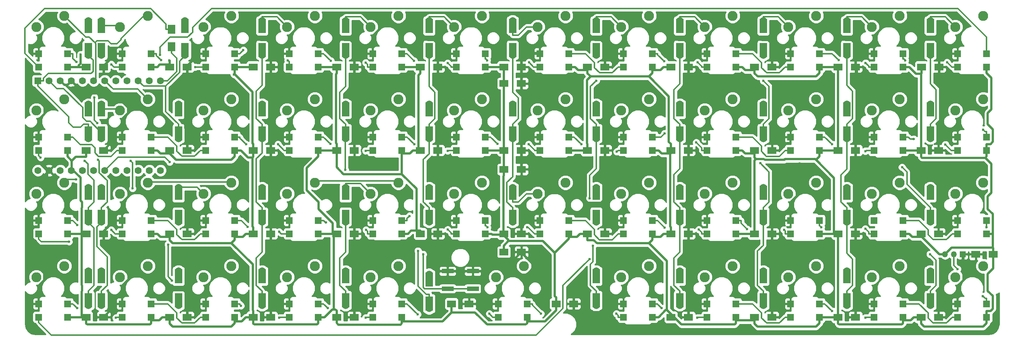
<source format=gbl>
G04 #@! TF.FileFunction,Copper,L2,Bot,Mixed*
%FSLAX46Y46*%
G04 Gerber Fmt 4.6, Leading zero omitted, Abs format (unit mm)*
G04 Created by KiCad (PCBNEW 4.0.7) date 07/31/18 08:33:26*
%MOMM*%
%LPD*%
G01*
G04 APERTURE LIST*
%ADD10C,0.100000*%
%ADD11R,1.700000X2.000000*%
%ADD12R,2.750000X1.000000*%
%ADD13C,2.286000*%
%ADD14R,1.600000X1.600000*%
%ADD15C,1.600000*%
%ADD16R,1.524000X1.524000*%
%ADD17R,1.350000X1.350000*%
%ADD18O,1.350000X1.350000*%
%ADD19R,1.700000X3.300000*%
%ADD20C,1.524000*%
%ADD21R,2.000000X1.600000*%
%ADD22C,0.600000*%
%ADD23C,0.500000*%
%ADD24C,0.300000*%
%ADD25C,0.254000*%
G04 APERTURE END LIST*
D10*
D11*
X67025000Y-42000000D03*
X67025000Y-38000000D03*
D12*
X135717000Y-97250000D03*
X129957000Y-97250000D03*
X129957000Y-93250000D03*
X135717000Y-93250000D03*
D13*
X61590000Y-34920000D03*
X55240000Y-37460000D03*
X80640000Y-34920000D03*
X74290000Y-37460000D03*
X99690000Y-34920000D03*
X93340000Y-37460000D03*
X118740000Y-34920000D03*
X112390000Y-37460000D03*
X137790000Y-34920000D03*
X131440000Y-37460000D03*
X156840000Y-34920000D03*
X150490000Y-37460000D03*
X175890000Y-34920000D03*
X169540000Y-37460000D03*
X194940000Y-34920000D03*
X188590000Y-37460000D03*
X213990000Y-34920000D03*
X207640000Y-37460000D03*
X233040000Y-34920000D03*
X226690000Y-37460000D03*
X252090000Y-34920000D03*
X245740000Y-37460000D03*
X42540000Y-53970000D03*
X36190000Y-56510000D03*
X61590000Y-53970000D03*
X55240000Y-56510000D03*
X80640000Y-53970000D03*
X74290000Y-56510000D03*
X99690000Y-53970000D03*
X93340000Y-56510000D03*
X118740000Y-53970000D03*
X112390000Y-56510000D03*
X137790000Y-53970000D03*
X131440000Y-56510000D03*
X156840000Y-53970000D03*
X150490000Y-56510000D03*
X175890000Y-53970000D03*
X169540000Y-56510000D03*
X194940000Y-53970000D03*
X188590000Y-56510000D03*
X213990000Y-53970000D03*
X207640000Y-56510000D03*
X233040000Y-53970000D03*
X226690000Y-56510000D03*
X252090000Y-53970000D03*
X245740000Y-56510000D03*
X42540000Y-73020000D03*
X36190000Y-75560000D03*
X61590000Y-73020000D03*
X55240000Y-75560000D03*
X80640000Y-73020000D03*
X74290000Y-75560000D03*
X99690000Y-73020000D03*
X93340000Y-75560000D03*
X118740000Y-73020000D03*
X112390000Y-75560000D03*
X137790000Y-73020000D03*
X131440000Y-75560000D03*
X156840000Y-73020000D03*
X150490000Y-75560000D03*
X175890000Y-73020000D03*
X169540000Y-75560000D03*
X194940000Y-73020000D03*
X188590000Y-75560000D03*
X213990000Y-73020000D03*
X207640000Y-75560000D03*
X233040000Y-73020000D03*
X226690000Y-75560000D03*
X252090000Y-73020000D03*
X245740000Y-75560000D03*
X42540000Y-92070000D03*
X36190000Y-94610000D03*
X61590000Y-92070000D03*
X55240000Y-94610000D03*
X80640000Y-92070000D03*
X74290000Y-94610000D03*
X99690000Y-92070000D03*
X93340000Y-94610000D03*
X118740000Y-92070000D03*
X112390000Y-94610000D03*
X147315000Y-92070000D03*
X140965000Y-94610000D03*
X175890000Y-92070000D03*
X169540000Y-94610000D03*
X194940000Y-92070000D03*
X188590000Y-94610000D03*
X213990000Y-92070000D03*
X207640000Y-94610000D03*
X233040000Y-92070000D03*
X226690000Y-94610000D03*
X252090000Y-92070000D03*
X245740000Y-94610000D03*
D14*
X36530000Y-49750000D03*
D15*
X39070000Y-49750000D03*
X41610000Y-49750000D03*
X44150000Y-49750000D03*
X46690000Y-49750000D03*
X49230000Y-49750000D03*
X51770000Y-49750000D03*
X54310000Y-49750000D03*
X56850000Y-49750000D03*
X59390000Y-49750000D03*
X61930000Y-49750000D03*
X64470000Y-49750000D03*
X64470000Y-70250000D03*
X61930000Y-70250000D03*
X59390000Y-70250000D03*
X56850000Y-70250000D03*
X54310000Y-70250000D03*
X51770000Y-70250000D03*
X49230000Y-70250000D03*
X46690000Y-70250000D03*
X44150000Y-70250000D03*
X41610000Y-70250000D03*
X39070000Y-70250000D03*
X36530000Y-70250000D03*
D13*
X42540000Y-34920000D03*
X36190000Y-37460000D03*
D16*
X43302000Y-46604000D03*
X43302000Y-43556000D03*
X36698000Y-46604000D03*
X36698000Y-43556000D03*
X62352000Y-46604000D03*
X62352000Y-43556000D03*
X55748000Y-46604000D03*
X55748000Y-43556000D03*
X81402000Y-46604000D03*
X81402000Y-43556000D03*
X74798000Y-46604000D03*
X74798000Y-43556000D03*
X100452000Y-46604000D03*
X100452000Y-43556000D03*
X93848000Y-46604000D03*
X93848000Y-43556000D03*
X119502000Y-46604000D03*
X119502000Y-43556000D03*
X112898000Y-46604000D03*
X112898000Y-43556000D03*
X138552000Y-46604000D03*
X138552000Y-43556000D03*
X131948000Y-46604000D03*
X131948000Y-43556000D03*
X157602000Y-46604000D03*
X157602000Y-43556000D03*
X150998000Y-46604000D03*
X150998000Y-43556000D03*
X176652000Y-46604000D03*
X176652000Y-43556000D03*
X170048000Y-46604000D03*
X170048000Y-43556000D03*
X195702000Y-46604000D03*
X195702000Y-43556000D03*
X189098000Y-46604000D03*
X189098000Y-43556000D03*
X214752000Y-46604000D03*
X214752000Y-43556000D03*
X208148000Y-46604000D03*
X208148000Y-43556000D03*
X233802000Y-46604000D03*
X233802000Y-43556000D03*
X227198000Y-46604000D03*
X227198000Y-43556000D03*
X252852000Y-46604000D03*
X252852000Y-43556000D03*
X246248000Y-46604000D03*
X246248000Y-43556000D03*
X43302000Y-65654000D03*
X43302000Y-62606000D03*
X36698000Y-65654000D03*
X36698000Y-62606000D03*
X62352000Y-65654000D03*
X62352000Y-62606000D03*
X55748000Y-65654000D03*
X55748000Y-62606000D03*
X81402000Y-65654000D03*
X81402000Y-62606000D03*
X74798000Y-65654000D03*
X74798000Y-62606000D03*
X100452000Y-65654000D03*
X100452000Y-62606000D03*
X93848000Y-65654000D03*
X93848000Y-62606000D03*
X119502000Y-65654000D03*
X119502000Y-62606000D03*
X112898000Y-65654000D03*
X112898000Y-62606000D03*
X138552000Y-65654000D03*
X138552000Y-62606000D03*
X131948000Y-65654000D03*
X131948000Y-62606000D03*
X157602000Y-65654000D03*
X157602000Y-62606000D03*
X150998000Y-65654000D03*
X150998000Y-62606000D03*
X176652000Y-65654000D03*
X176652000Y-62606000D03*
X170048000Y-65654000D03*
X170048000Y-62606000D03*
X195702000Y-65654000D03*
X195702000Y-62606000D03*
X189098000Y-65654000D03*
X189098000Y-62606000D03*
X214752000Y-65654000D03*
X214752000Y-62606000D03*
X208148000Y-65654000D03*
X208148000Y-62606000D03*
X233802000Y-65654000D03*
X233802000Y-62606000D03*
X227198000Y-65654000D03*
X227198000Y-62606000D03*
X252852000Y-65654000D03*
X252852000Y-62606000D03*
X246248000Y-65654000D03*
X246248000Y-62606000D03*
X43302000Y-84704000D03*
X43302000Y-81656000D03*
X36698000Y-84704000D03*
X36698000Y-81656000D03*
X62352000Y-84704000D03*
X62352000Y-81656000D03*
X55748000Y-84704000D03*
X55748000Y-81656000D03*
X81402000Y-84704000D03*
X81402000Y-81656000D03*
X74798000Y-84704000D03*
X74798000Y-81656000D03*
X100452000Y-84704000D03*
X100452000Y-81656000D03*
X93848000Y-84704000D03*
X93848000Y-81656000D03*
X119502000Y-84704000D03*
X119502000Y-81656000D03*
X112898000Y-84704000D03*
X112898000Y-81656000D03*
X138552000Y-84704000D03*
X138552000Y-81656000D03*
X131948000Y-84704000D03*
X131948000Y-81656000D03*
X157602000Y-84704000D03*
X157602000Y-81656000D03*
X150998000Y-84704000D03*
X150998000Y-81656000D03*
X176652000Y-84704000D03*
X176652000Y-81656000D03*
X170048000Y-84704000D03*
X170048000Y-81656000D03*
X195702000Y-84704000D03*
X195702000Y-81656000D03*
X189098000Y-84704000D03*
X189098000Y-81656000D03*
X214752000Y-84704000D03*
X214752000Y-81656000D03*
X208148000Y-84704000D03*
X208148000Y-81656000D03*
X233802000Y-84704000D03*
X233802000Y-81656000D03*
X227198000Y-84704000D03*
X227198000Y-81656000D03*
X252852000Y-84704000D03*
X252852000Y-81656000D03*
X246248000Y-84704000D03*
X246248000Y-81656000D03*
X43302000Y-103754000D03*
X43302000Y-100706000D03*
X36698000Y-103754000D03*
X36698000Y-100706000D03*
X62352000Y-103754000D03*
X62352000Y-100706000D03*
X55748000Y-103754000D03*
X55748000Y-100706000D03*
X81402000Y-103754000D03*
X81402000Y-100706000D03*
X74798000Y-103754000D03*
X74798000Y-100706000D03*
X100452000Y-103754000D03*
X100452000Y-100706000D03*
X93848000Y-103754000D03*
X93848000Y-100706000D03*
X119502000Y-103754000D03*
X119502000Y-100706000D03*
X112898000Y-103754000D03*
X112898000Y-100706000D03*
X148077000Y-103754000D03*
X148077000Y-100706000D03*
X141473000Y-103754000D03*
X141473000Y-100706000D03*
X176652000Y-103754000D03*
X176652000Y-100706000D03*
X170048000Y-103754000D03*
X170048000Y-100706000D03*
X195702000Y-103754000D03*
X195702000Y-100706000D03*
X189098000Y-103754000D03*
X189098000Y-100706000D03*
X214752000Y-103754000D03*
X214752000Y-100706000D03*
X208148000Y-103754000D03*
X208148000Y-100706000D03*
X233802000Y-103754000D03*
X233802000Y-100706000D03*
X227198000Y-103754000D03*
X227198000Y-100706000D03*
X252852000Y-103754000D03*
X252852000Y-100706000D03*
X246248000Y-103754000D03*
X246248000Y-100706000D03*
D17*
X247402000Y-89380000D03*
D18*
X245402000Y-89380000D03*
X243402000Y-89380000D03*
D19*
X240025000Y-61800000D03*
X240025000Y-56300000D03*
D20*
X240025000Y-63050000D03*
X240025000Y-55050000D03*
D19*
X48025000Y-42750000D03*
X48025000Y-37250000D03*
D20*
X48025000Y-44000000D03*
X48025000Y-36000000D03*
D19*
X51025000Y-42750000D03*
X51025000Y-37250000D03*
D20*
X51025000Y-44000000D03*
X51025000Y-36000000D03*
D19*
X70075000Y-42750000D03*
X70075000Y-37250000D03*
D20*
X70075000Y-44000000D03*
X70075000Y-36000000D03*
D19*
X87625000Y-42750000D03*
X87625000Y-37250000D03*
D20*
X87625000Y-44000000D03*
X87625000Y-36000000D03*
D19*
X106675000Y-42750000D03*
X106675000Y-37250000D03*
D20*
X106675000Y-44000000D03*
X106675000Y-36000000D03*
D19*
X125725000Y-42750000D03*
X125725000Y-37250000D03*
D20*
X125725000Y-44000000D03*
X125725000Y-36000000D03*
D19*
X144775000Y-42750000D03*
X144775000Y-37250000D03*
D20*
X144775000Y-44000000D03*
X144775000Y-36000000D03*
D19*
X163825000Y-42750000D03*
X163825000Y-37250000D03*
D20*
X163825000Y-44000000D03*
X163825000Y-36000000D03*
D19*
X182875000Y-42750000D03*
X182875000Y-37250000D03*
D20*
X182875000Y-44000000D03*
X182875000Y-36000000D03*
D19*
X201925000Y-42750000D03*
X201925000Y-37250000D03*
D20*
X201925000Y-44000000D03*
X201925000Y-36000000D03*
D19*
X220975000Y-42750000D03*
X220975000Y-37250000D03*
D20*
X220975000Y-44000000D03*
X220975000Y-36000000D03*
D19*
X240025000Y-42750000D03*
X240025000Y-37250000D03*
D20*
X240025000Y-44000000D03*
X240025000Y-36000000D03*
D19*
X48025000Y-61800000D03*
X48025000Y-56300000D03*
D20*
X48025000Y-63050000D03*
X48025000Y-55050000D03*
D19*
X51025000Y-61800000D03*
X51025000Y-56300000D03*
D20*
X51025000Y-63050000D03*
X51025000Y-55050000D03*
D19*
X68575000Y-61800000D03*
X68575000Y-56300000D03*
D20*
X68575000Y-63050000D03*
X68575000Y-55050000D03*
D19*
X87625000Y-61800000D03*
X87625000Y-56300000D03*
D20*
X87625000Y-63050000D03*
X87625000Y-55050000D03*
D19*
X106675000Y-61800000D03*
X106675000Y-56300000D03*
D20*
X106675000Y-63050000D03*
X106675000Y-55050000D03*
D19*
X125725000Y-61800000D03*
X125725000Y-56300000D03*
D20*
X125725000Y-63050000D03*
X125725000Y-55050000D03*
D19*
X144775000Y-61800000D03*
X144775000Y-56300000D03*
D20*
X144775000Y-63050000D03*
X144775000Y-55050000D03*
D19*
X163825000Y-61800000D03*
X163825000Y-56300000D03*
D20*
X163825000Y-63050000D03*
X163825000Y-55050000D03*
D19*
X182875000Y-61800000D03*
X182875000Y-56300000D03*
D20*
X182875000Y-63050000D03*
X182875000Y-55050000D03*
D19*
X201925000Y-61800000D03*
X201925000Y-56300000D03*
D20*
X201925000Y-63050000D03*
X201925000Y-55050000D03*
D19*
X220975000Y-61800000D03*
X220975000Y-56300000D03*
D20*
X220975000Y-63050000D03*
X220975000Y-55050000D03*
D19*
X48025000Y-80850000D03*
X48025000Y-75350000D03*
D20*
X48025000Y-82100000D03*
X48025000Y-74100000D03*
D19*
X51025000Y-80850000D03*
X51025000Y-75350000D03*
D20*
X51025000Y-82100000D03*
X51025000Y-74100000D03*
D19*
X68575000Y-80850000D03*
X68575000Y-75350000D03*
D20*
X68575000Y-82100000D03*
X68575000Y-74100000D03*
D19*
X87625000Y-80850000D03*
X87625000Y-75350000D03*
D20*
X87625000Y-82100000D03*
X87625000Y-74100000D03*
D19*
X106675000Y-80850000D03*
X106675000Y-75350000D03*
D20*
X106675000Y-82100000D03*
X106675000Y-74100000D03*
D19*
X125725000Y-80850000D03*
X125725000Y-75350000D03*
D20*
X125725000Y-82100000D03*
X125725000Y-74100000D03*
D19*
X144775000Y-80850000D03*
X144775000Y-75350000D03*
D20*
X144775000Y-82100000D03*
X144775000Y-74100000D03*
D19*
X163825000Y-80850000D03*
X163825000Y-75350000D03*
D20*
X163825000Y-82100000D03*
X163825000Y-74100000D03*
D19*
X182875000Y-80850000D03*
X182875000Y-75350000D03*
D20*
X182875000Y-82100000D03*
X182875000Y-74100000D03*
D19*
X201925000Y-80850000D03*
X201925000Y-75350000D03*
D20*
X201925000Y-82100000D03*
X201925000Y-74100000D03*
D19*
X220975000Y-80850000D03*
X220975000Y-75350000D03*
D20*
X220975000Y-82100000D03*
X220975000Y-74100000D03*
D19*
X240025000Y-80850000D03*
X240025000Y-75350000D03*
D20*
X240025000Y-82100000D03*
X240025000Y-74100000D03*
D19*
X48025000Y-99900000D03*
X48025000Y-94400000D03*
D20*
X48025000Y-101150000D03*
X48025000Y-93150000D03*
D19*
X51025000Y-99900000D03*
X51025000Y-94400000D03*
D20*
X51025000Y-101150000D03*
X51025000Y-93150000D03*
D19*
X68575000Y-99900000D03*
X68575000Y-94400000D03*
D20*
X68575000Y-101150000D03*
X68575000Y-93150000D03*
D19*
X87625000Y-99900000D03*
X87625000Y-94400000D03*
D20*
X87625000Y-101150000D03*
X87625000Y-93150000D03*
D19*
X106675000Y-99900000D03*
X106675000Y-94400000D03*
D20*
X106675000Y-101150000D03*
X106675000Y-93150000D03*
D19*
X125725000Y-100630000D03*
X125725000Y-95130000D03*
D20*
X125725000Y-101880000D03*
X125725000Y-93880000D03*
D19*
X163825000Y-99900000D03*
X163825000Y-94400000D03*
D20*
X163825000Y-101150000D03*
X163825000Y-93150000D03*
D19*
X182875000Y-99900000D03*
X182875000Y-94400000D03*
D20*
X182875000Y-101150000D03*
X182875000Y-93150000D03*
D19*
X201925000Y-99900000D03*
X201925000Y-94400000D03*
D20*
X201925000Y-101150000D03*
X201925000Y-93150000D03*
D19*
X220975000Y-99900000D03*
X220975000Y-94400000D03*
D20*
X220975000Y-101150000D03*
X220975000Y-93150000D03*
D19*
X240025000Y-99900000D03*
X240025000Y-94400000D03*
D20*
X240025000Y-101150000D03*
X240025000Y-93150000D03*
D21*
X158713000Y-100706000D03*
X154713000Y-100706000D03*
X250402000Y-89380000D03*
X254402000Y-89380000D03*
X241902000Y-103754000D03*
X237902000Y-103754000D03*
X222975000Y-103754000D03*
X218975000Y-103754000D03*
X203925000Y-103754000D03*
X199925000Y-103754000D03*
X184875000Y-103754000D03*
X180875000Y-103754000D03*
X134837000Y-100706000D03*
X130837000Y-100706000D03*
X108675000Y-103754000D03*
X104675000Y-103754000D03*
X89625000Y-103754000D03*
X85625000Y-103754000D03*
X70575000Y-103754000D03*
X66575000Y-103754000D03*
X51525000Y-103754000D03*
X47525000Y-103754000D03*
X146775000Y-88880000D03*
X142775000Y-88880000D03*
X241902000Y-84704000D03*
X237902000Y-84704000D03*
X222975000Y-84704000D03*
X218975000Y-84704000D03*
X203925000Y-84704000D03*
X199925000Y-84704000D03*
X184875000Y-84704000D03*
X180875000Y-84704000D03*
X165825000Y-84704000D03*
X161825000Y-84704000D03*
X146775000Y-84704000D03*
X142775000Y-84704000D03*
X127725000Y-84704000D03*
X123725000Y-84704000D03*
X108675000Y-84704000D03*
X104675000Y-84704000D03*
X89625000Y-84704000D03*
X85625000Y-84704000D03*
X70575000Y-84704000D03*
X66575000Y-84704000D03*
X51525000Y-84704000D03*
X47525000Y-84704000D03*
X146775000Y-70000000D03*
X142775000Y-70000000D03*
X241902000Y-65654000D03*
X237902000Y-65654000D03*
X222975000Y-65654000D03*
X218975000Y-65654000D03*
X203925000Y-65654000D03*
X199925000Y-65654000D03*
X184875000Y-65654000D03*
X180875000Y-65654000D03*
X165825000Y-65654000D03*
X161825000Y-65654000D03*
X146775000Y-65654000D03*
X142775000Y-65654000D03*
X127725000Y-65654000D03*
X123725000Y-65654000D03*
X108675000Y-65654000D03*
X104675000Y-65654000D03*
X89625000Y-65654000D03*
X85625000Y-65654000D03*
X70575000Y-65654000D03*
X66575000Y-65654000D03*
X51525000Y-65654000D03*
X47525000Y-65654000D03*
X146775000Y-50380000D03*
X142775000Y-50380000D03*
X242025000Y-46604000D03*
X238025000Y-46604000D03*
X222975000Y-46604000D03*
X218975000Y-46604000D03*
X203925000Y-46604000D03*
X199925000Y-46604000D03*
X184875000Y-46604000D03*
X180875000Y-46604000D03*
X165825000Y-46604000D03*
X161825000Y-46604000D03*
X146775000Y-46604000D03*
X142775000Y-46604000D03*
X127725000Y-46604000D03*
X123725000Y-46604000D03*
X108675000Y-46604000D03*
X104675000Y-46604000D03*
X89625000Y-46604000D03*
X85625000Y-46604000D03*
X70575000Y-46604000D03*
X66575000Y-46604000D03*
X51525000Y-46604000D03*
X47525000Y-46604000D03*
D22*
X38883800Y-87822100D03*
X51525000Y-87822100D03*
X222975000Y-68390500D03*
X210272700Y-68642900D03*
X243833200Y-84564100D03*
X51285100Y-48177000D03*
X150618700Y-93067400D03*
X158359300Y-98222200D03*
X64120400Y-56962300D03*
X70129500Y-56962300D03*
X37861000Y-53843900D03*
X36667800Y-45034600D03*
X206325100Y-65044000D03*
X45266300Y-72315700D03*
X49413600Y-53570400D03*
X50059000Y-59403200D03*
X81264700Y-48308800D03*
X66519600Y-45102300D03*
X46255400Y-43740300D03*
X53247400Y-46011900D03*
X45292500Y-45459200D03*
X72438700Y-46631700D03*
X64603800Y-45063800D03*
X93533000Y-45080000D03*
X83382700Y-42787600D03*
X111244100Y-45625600D03*
X103280200Y-45171900D03*
X129961600Y-45701900D03*
X122323400Y-45210100D03*
X148514300Y-45530900D03*
X138984600Y-45080000D03*
X186951800Y-45530900D03*
X179342500Y-45318500D03*
X225271900Y-45692000D03*
X219110500Y-45025800D03*
X243862500Y-45530900D03*
X234332800Y-45080000D03*
X37143800Y-67312100D03*
X64412700Y-43811700D03*
X91270400Y-64288700D03*
X84010400Y-64288700D03*
X111244100Y-65750200D03*
X103267100Y-64208800D03*
X129955500Y-65750200D03*
X122333300Y-64225000D03*
X148424700Y-64284300D03*
X141365700Y-64207400D03*
X168520900Y-65974000D03*
X160433300Y-64225000D03*
X186651000Y-63824300D03*
X179405200Y-61831600D03*
X225205500Y-65821000D03*
X217583300Y-64225000D03*
X243466500Y-64309000D03*
X236242000Y-63052600D03*
X43636400Y-86519000D03*
X252095100Y-60957800D03*
X53247400Y-83849300D03*
X45476500Y-82675200D03*
X91540500Y-84268600D03*
X84393600Y-83115600D03*
X111334700Y-83816400D03*
X102223500Y-82132400D03*
X129979200Y-83749500D03*
X121273500Y-80637400D03*
X148102400Y-83196100D03*
X139030700Y-83226100D03*
X187222100Y-83743300D03*
X179477000Y-83268700D03*
X206658400Y-83791900D03*
X198219500Y-83610100D03*
X225205500Y-83568200D03*
X215130400Y-83180000D03*
X162319100Y-90460700D03*
X252805900Y-83232900D03*
X54333500Y-103899800D03*
X45495100Y-101686800D03*
X91540500Y-103899800D03*
X82836000Y-101153000D03*
X111244100Y-103907200D03*
X102607800Y-101649500D03*
X139467400Y-102960700D03*
X123103400Y-103095100D03*
X168446500Y-102960700D03*
X151248100Y-102960700D03*
X186888700Y-103899600D03*
X178729800Y-101698600D03*
X225205500Y-103899600D03*
X217583300Y-102325000D03*
X124376800Y-89387200D03*
X47229100Y-68063300D03*
X50209000Y-67797300D03*
X66218400Y-87162400D03*
X67088300Y-95389000D03*
X57709400Y-68037900D03*
X58120000Y-74364400D03*
X106618300Y-70123800D03*
X123192800Y-88600800D03*
X163825000Y-49781700D03*
X163105800Y-87438900D03*
X162338300Y-76584200D03*
X201925000Y-49747500D03*
X201252400Y-68614000D03*
X66567400Y-68339300D03*
X233581600Y-69493400D03*
X239939200Y-89370300D03*
X252037900Y-98957400D03*
X246235400Y-92754700D03*
D23*
X170048000Y-100706000D02*
X168635700Y-100706000D01*
X158713000Y-100706000D02*
X158713000Y-102156300D01*
X112898000Y-100706000D02*
X111485700Y-100706000D01*
X108675000Y-103754000D02*
X108675000Y-102303700D01*
X74798000Y-100706000D02*
X73385700Y-100706000D01*
X70575000Y-103754000D02*
X70575000Y-102303700D01*
X205138000Y-83253700D02*
X203925000Y-83253700D01*
X206735700Y-81656000D02*
X205138000Y-83253700D01*
X208148000Y-81656000D02*
X206735700Y-81656000D01*
X203925000Y-84704000D02*
X203925000Y-83253700D01*
X189098000Y-81656000D02*
X187685700Y-81656000D01*
X184875000Y-84704000D02*
X184875000Y-83253700D01*
X109888000Y-83253700D02*
X108675000Y-83253700D01*
X111485700Y-81656000D02*
X109888000Y-83253700D01*
X112898000Y-81656000D02*
X111485700Y-81656000D01*
X108675000Y-84704000D02*
X108675000Y-83253700D01*
X74798000Y-81656000D02*
X73385700Y-81656000D01*
X70575000Y-84704000D02*
X70575000Y-83253700D01*
X246248000Y-62606000D02*
X244835700Y-62606000D01*
X227198000Y-62606000D02*
X225785700Y-62606000D01*
X222975000Y-65654000D02*
X222975000Y-64203700D01*
X150998000Y-62606000D02*
X149585700Y-62606000D01*
X146775000Y-65654000D02*
X146775000Y-64203700D01*
X227198000Y-43556000D02*
X225785700Y-43556000D01*
X159124800Y-102568100D02*
X158713000Y-102156300D01*
X166773600Y-102568100D02*
X159124800Y-102568100D01*
X168635700Y-100706000D02*
X166773600Y-102568100D01*
X129957000Y-93250000D02*
X127931700Y-93250000D01*
X222975000Y-65654000D02*
X222975000Y-67104300D01*
X189098000Y-100706000D02*
X187685700Y-100706000D01*
X186088000Y-83253700D02*
X184875000Y-83253700D01*
X187685700Y-81656000D02*
X186088000Y-83253700D01*
X127725000Y-85429100D02*
X127725000Y-86154300D01*
X127725000Y-85429100D02*
X127725000Y-84704000D01*
X131948000Y-81656000D02*
X130535700Y-81656000D01*
X146775000Y-65654000D02*
X146775000Y-67104300D01*
X55748000Y-62606000D02*
X54335700Y-62606000D01*
X93848000Y-43556000D02*
X93141900Y-43556000D01*
X247402000Y-89380000D02*
X247451300Y-89380000D01*
X184875000Y-103754000D02*
X184875000Y-102303700D01*
X187685700Y-100706000D02*
X186433200Y-100706000D01*
X184875000Y-99147800D02*
X186433200Y-100706000D01*
X184875000Y-84704000D02*
X184875000Y-99147800D01*
X186433200Y-100745500D02*
X184875000Y-102303700D01*
X186433200Y-100706000D02*
X186433200Y-100745500D01*
X127725000Y-84704000D02*
X127725000Y-83253700D01*
X130535700Y-81656000D02*
X129283200Y-81656000D01*
X129283200Y-81695500D02*
X127725000Y-83253700D01*
X129283200Y-81656000D02*
X129283200Y-81695500D01*
X167038000Y-64203700D02*
X168635700Y-62606000D01*
X165825000Y-64203700D02*
X167038000Y-64203700D01*
X165825000Y-65654000D02*
X165825000Y-64203700D01*
X170048000Y-62606000D02*
X168635700Y-62606000D01*
X73385700Y-81656000D02*
X72586900Y-81656000D01*
X70989200Y-83253700D02*
X72586900Y-81656000D01*
X70575000Y-83253700D02*
X70989200Y-83253700D01*
X71181500Y-100706000D02*
X73385700Y-100706000D01*
X71181500Y-101697200D02*
X71181500Y-100706000D01*
X70575000Y-102303700D02*
X71181500Y-101697200D01*
X93848000Y-100706000D02*
X92435700Y-100706000D01*
X89625000Y-103754000D02*
X89625000Y-102303700D01*
X91183200Y-100706000D02*
X92435700Y-100706000D01*
X91183200Y-100745500D02*
X89625000Y-102303700D01*
X91183200Y-100706000D02*
X91183200Y-100745500D01*
X93848000Y-81656000D02*
X92435700Y-81656000D01*
X89625000Y-99147800D02*
X89625000Y-84704000D01*
X91183200Y-100706000D02*
X89625000Y-99147800D01*
X90838000Y-83253700D02*
X92435700Y-81656000D01*
X89625000Y-83253700D02*
X90838000Y-83253700D01*
X89625000Y-84704000D02*
X89625000Y-83253700D01*
X112898000Y-62606000D02*
X111485700Y-62606000D01*
X108675000Y-65654000D02*
X108675000Y-64203700D01*
X110233200Y-62606000D02*
X111485700Y-62606000D01*
X108675000Y-61047800D02*
X110233200Y-62606000D01*
X108675000Y-46604000D02*
X108675000Y-61047800D01*
X110233200Y-62645500D02*
X108675000Y-64203700D01*
X110233200Y-62606000D02*
X110233200Y-62645500D01*
X108675000Y-46604000D02*
X108675000Y-45153700D01*
X127725000Y-80097800D02*
X127725000Y-65654000D01*
X129283200Y-81656000D02*
X127725000Y-80097800D01*
X127725000Y-65654000D02*
X127725000Y-64203700D01*
X131948000Y-62606000D02*
X130535700Y-62606000D01*
X130535700Y-62606000D02*
X128646900Y-62606000D01*
X128646900Y-63281800D02*
X128646900Y-62606000D01*
X127725000Y-64203700D02*
X128646900Y-63281800D01*
X128646900Y-48976200D02*
X127725000Y-48054300D01*
X128646900Y-62606000D02*
X128646900Y-48976200D01*
X127725000Y-47037700D02*
X127725000Y-48054300D01*
X150998000Y-43556000D02*
X150291900Y-43556000D01*
X146775000Y-46604000D02*
X146775000Y-50380000D01*
X146775000Y-50380000D02*
X146775000Y-51830300D01*
X149585700Y-62606000D02*
X147472000Y-62606000D01*
X147472000Y-63506700D02*
X147472000Y-62606000D01*
X146775000Y-64203700D02*
X147472000Y-63506700D01*
X147472000Y-52527300D02*
X146775000Y-51830300D01*
X147472000Y-62606000D02*
X147472000Y-52527300D01*
X146775000Y-46604000D02*
X146775000Y-45153700D01*
X148708000Y-43220700D02*
X146775000Y-45153700D01*
X148951900Y-43464700D02*
X148708000Y-43220700D01*
X150200600Y-43464700D02*
X148951900Y-43464700D01*
X150291900Y-43556000D02*
X150200600Y-43464700D01*
X131948000Y-39562400D02*
X131948000Y-43556000D01*
X134154700Y-37355700D02*
X131948000Y-39562400D01*
X141427800Y-37355700D02*
X134154700Y-37355700D01*
X144372800Y-40300700D02*
X141427800Y-37355700D01*
X145787900Y-40300700D02*
X144372800Y-40300700D01*
X148708000Y-43220700D02*
X145787900Y-40300700D01*
X146775000Y-84704000D02*
X146775000Y-83253700D01*
X165825000Y-46604000D02*
X165825000Y-45153700D01*
X208148000Y-100706000D02*
X206735700Y-100706000D01*
X203925000Y-103754000D02*
X203925000Y-102303700D01*
X205483200Y-100706000D02*
X206735700Y-100706000D01*
X205483200Y-100745500D02*
X203925000Y-102303700D01*
X205483200Y-100706000D02*
X205483200Y-100745500D01*
X203925000Y-99147800D02*
X205483200Y-100706000D01*
X203925000Y-84704000D02*
X203925000Y-99147800D01*
X203925000Y-46604000D02*
X203925000Y-45153700D01*
X208148000Y-43556000D02*
X206735700Y-43556000D01*
X206415900Y-43236200D02*
X206735700Y-43556000D01*
X205842500Y-43236200D02*
X206415900Y-43236200D01*
X205842500Y-43236200D02*
X203925000Y-45153700D01*
X225785700Y-43556000D02*
X224914400Y-43556000D01*
X208148000Y-39562400D02*
X208148000Y-43556000D01*
X210354700Y-37355700D02*
X208148000Y-39562400D01*
X217599900Y-37355700D02*
X210354700Y-37355700D01*
X220693800Y-40449600D02*
X217599900Y-37355700D01*
X222100700Y-40449600D02*
X220693800Y-40449600D01*
X224914400Y-43263300D02*
X222100700Y-40449600D01*
X224914400Y-43556000D02*
X224914400Y-43263300D01*
X223316700Y-45153700D02*
X222975000Y-45153700D01*
X224914400Y-43556000D02*
X223316700Y-45153700D01*
X227198000Y-100706000D02*
X225785700Y-100706000D01*
X222975000Y-103754000D02*
X222975000Y-102303700D01*
X222975000Y-46604000D02*
X222975000Y-45878800D01*
X222975000Y-45878800D02*
X222975000Y-45153700D01*
X223329300Y-61362600D02*
X224572700Y-62606000D01*
X223329300Y-46233100D02*
X223329300Y-61362600D01*
X222975000Y-45878800D02*
X223329300Y-46233100D01*
X225785700Y-62606000D02*
X224572700Y-62606000D01*
X224572700Y-62606000D02*
X222975000Y-64203700D01*
X243238000Y-102303700D02*
X241902000Y-102303700D01*
X244835700Y-100706000D02*
X243238000Y-102303700D01*
X246248000Y-100706000D02*
X244835700Y-100706000D01*
X241902000Y-103754000D02*
X241902000Y-102303700D01*
X250402000Y-89380000D02*
X248751700Y-89380000D01*
X246248000Y-96638300D02*
X246248000Y-100706000D01*
X247552700Y-95333600D02*
X246248000Y-96638300D01*
X247552700Y-89430700D02*
X247552700Y-95333600D01*
X247502000Y-89430700D02*
X247552700Y-89430700D01*
X247451300Y-89380000D02*
X247502000Y-89430700D01*
X248701000Y-89430700D02*
X248751700Y-89380000D01*
X247552700Y-89430700D02*
X248701000Y-89430700D01*
X55748000Y-77662400D02*
X55748000Y-81656000D01*
X57954700Y-75455700D02*
X55748000Y-77662400D01*
X64149100Y-75455700D02*
X57954700Y-75455700D01*
X66983600Y-78290200D02*
X64149100Y-75455700D01*
X69473400Y-78290200D02*
X66983600Y-78290200D01*
X72586900Y-81403700D02*
X69473400Y-78290200D01*
X72586900Y-81656000D02*
X72586900Y-81403700D01*
X55748000Y-81656000D02*
X54335700Y-81656000D01*
X112898000Y-43556000D02*
X111485700Y-43556000D01*
X109651900Y-43556000D02*
X111485700Y-43556000D01*
X109651900Y-44176800D02*
X109651900Y-43556000D01*
X108675000Y-45153700D02*
X109651900Y-44176800D01*
X93848000Y-39562400D02*
X93848000Y-43556000D01*
X96054700Y-37355700D02*
X93848000Y-39562400D01*
X103299900Y-37355700D02*
X96054700Y-37355700D01*
X106393800Y-40449600D02*
X103299900Y-37355700D01*
X107822100Y-40449600D02*
X106393800Y-40449600D01*
X109651900Y-42279400D02*
X107822100Y-40449600D01*
X109651900Y-43556000D02*
X109651900Y-42279400D01*
X127725000Y-47037700D02*
X127725000Y-46604000D01*
X127725000Y-46604000D02*
X127725000Y-45153700D01*
X128523900Y-43556000D02*
X131948000Y-43556000D01*
X128523900Y-44354800D02*
X128523900Y-43556000D01*
X127725000Y-45153700D02*
X128523900Y-44354800D01*
X112898000Y-39562400D02*
X112898000Y-43556000D01*
X115104700Y-37355700D02*
X112898000Y-39562400D01*
X122349900Y-37355700D02*
X115104700Y-37355700D01*
X125443800Y-40449600D02*
X122349900Y-37355700D01*
X126860500Y-40449600D02*
X125443800Y-40449600D01*
X128523900Y-42113000D02*
X126860500Y-40449600D01*
X128523900Y-43556000D02*
X128523900Y-42113000D01*
X170048000Y-43556000D02*
X168635700Y-43556000D01*
X168375400Y-43295700D02*
X168635700Y-43556000D01*
X167683000Y-43295700D02*
X168375400Y-43295700D01*
X167683000Y-43171700D02*
X167683000Y-43295700D01*
X164960900Y-40449600D02*
X167683000Y-43171700D01*
X163543800Y-40449600D02*
X164960900Y-40449600D01*
X160449900Y-37355700D02*
X163543800Y-40449600D01*
X153204700Y-37355700D02*
X160449900Y-37355700D01*
X150998000Y-39562400D02*
X153204700Y-37355700D01*
X150998000Y-43556000D02*
X150998000Y-39562400D01*
X167683000Y-43295700D02*
X165825000Y-45153700D01*
X189098000Y-39562400D02*
X189098000Y-43556000D01*
X191304700Y-37355700D02*
X189098000Y-39562400D01*
X198549900Y-37355700D02*
X191304700Y-37355700D01*
X201643800Y-40449600D02*
X198549900Y-37355700D01*
X203055900Y-40449600D02*
X201643800Y-40449600D01*
X205842500Y-43236200D02*
X203055900Y-40449600D01*
X224557500Y-100721200D02*
X222975000Y-102303700D01*
X224557500Y-100706000D02*
X224557500Y-100721200D01*
X225785700Y-100706000D02*
X224557500Y-100706000D01*
X223918700Y-87098000D02*
X222975000Y-86154300D01*
X223918700Y-100067200D02*
X223918700Y-87098000D01*
X224557500Y-100706000D02*
X223918700Y-100067200D01*
X222975000Y-84704000D02*
X222975000Y-86154300D01*
X36698000Y-81656000D02*
X36698000Y-83068300D01*
X51525000Y-84704000D02*
X51525000Y-87822100D01*
X57888200Y-94185300D02*
X51525000Y-87822100D01*
X57888200Y-94498100D02*
X57888200Y-94185300D01*
X64460600Y-94498100D02*
X57888200Y-94498100D01*
X67562100Y-97599600D02*
X64460600Y-94498100D01*
X69774200Y-97599600D02*
X67562100Y-97599600D01*
X71181500Y-99006900D02*
X69774200Y-97599600D01*
X71181500Y-100706000D02*
X71181500Y-99006900D01*
X222975000Y-84704000D02*
X222975000Y-83253700D01*
X222975000Y-67104300D02*
X222975000Y-68390500D01*
X146775000Y-70000000D02*
X146775000Y-67104300D01*
X146775000Y-70000000D02*
X148425300Y-70000000D01*
X208148000Y-77588300D02*
X208148000Y-81656000D01*
X210272700Y-75463600D02*
X208148000Y-77588300D01*
X210272700Y-68642900D02*
X210272700Y-75463600D01*
X222975000Y-68390500D02*
X222975000Y-83253700D01*
X241902000Y-84704000D02*
X243552300Y-84704000D01*
X35285600Y-85792800D02*
X38099400Y-88606500D01*
X35285600Y-83598000D02*
X35285600Y-85792800D01*
X35815300Y-83068300D02*
X35285600Y-83598000D01*
X36698000Y-83068300D02*
X35815300Y-83068300D01*
X37990900Y-88715000D02*
X38099400Y-88606500D01*
X37990900Y-95345400D02*
X37990900Y-88715000D01*
X36698000Y-96638300D02*
X37990900Y-95345400D01*
X36698000Y-100706000D02*
X36698000Y-96638300D01*
X38099400Y-88606500D02*
X38883800Y-87822100D01*
X146775000Y-83154100D02*
X146775000Y-83253700D01*
X148273100Y-81656000D02*
X146775000Y-83154100D01*
X150998000Y-81656000D02*
X148273100Y-81656000D01*
X152333300Y-73908000D02*
X152333300Y-75411700D01*
X148425300Y-70000000D02*
X152333300Y-73908000D01*
X150998000Y-77588300D02*
X150998000Y-81656000D01*
X152333300Y-76253000D02*
X150998000Y-77588300D01*
X152333300Y-75411700D02*
X152333300Y-76253000D01*
X170048000Y-81656000D02*
X168635700Y-81656000D01*
X161544800Y-77650400D02*
X164955000Y-77650400D01*
X159306100Y-75411700D02*
X161544800Y-77650400D01*
X152333300Y-75411700D02*
X159306100Y-75411700D01*
X165825000Y-76780400D02*
X165825000Y-65654000D01*
X164955000Y-77650400D02*
X165825000Y-76780400D01*
X165825000Y-84704000D02*
X165825000Y-83253700D01*
X168512700Y-81533000D02*
X168635700Y-81656000D01*
X167545700Y-81533000D02*
X168512700Y-81533000D01*
X167545700Y-80241100D02*
X167545700Y-81533000D01*
X164955000Y-77650400D02*
X167545700Y-80241100D01*
X167545700Y-81533000D02*
X165825000Y-83253700D01*
X246248000Y-81656000D02*
X244835700Y-81656000D01*
X243692200Y-84564100D02*
X243552300Y-84704000D01*
X243833200Y-84564100D02*
X243692200Y-84564100D01*
X243833200Y-82658500D02*
X244835700Y-81656000D01*
X243833200Y-84564100D02*
X243833200Y-82658500D01*
X134837000Y-100706000D02*
X136487300Y-100706000D01*
X129957000Y-93250000D02*
X135717000Y-93250000D01*
X135717000Y-93250000D02*
X137742300Y-93250000D01*
X138805700Y-99451000D02*
X137742300Y-99451000D01*
X140060700Y-100706000D02*
X138805700Y-99451000D01*
X137742300Y-99451000D02*
X136487300Y-100706000D01*
X141473000Y-100706000D02*
X140060700Y-100706000D01*
X137742300Y-99451000D02*
X137742300Y-93250000D01*
X51407800Y-48054300D02*
X51285100Y-48177000D01*
X51525000Y-48054300D02*
X51407800Y-48054300D01*
X51525000Y-46604000D02*
X51525000Y-48054300D01*
X55748000Y-43556000D02*
X54335700Y-43556000D01*
X74798000Y-43556000D02*
X73385700Y-43556000D01*
X70575000Y-46366700D02*
X70575000Y-46604000D01*
X73385700Y-43556000D02*
X70575000Y-46366700D01*
X108675000Y-84704000D02*
X108675000Y-86154300D01*
X108675000Y-102303700D02*
X110272700Y-100706000D01*
X110272700Y-100706000D02*
X111485700Y-100706000D01*
X109562000Y-99995300D02*
X109562000Y-86461000D01*
X110272700Y-100706000D02*
X109562000Y-99995300D01*
X108981700Y-86461000D02*
X108675000Y-86154300D01*
X109562000Y-86461000D02*
X108981700Y-86461000D01*
X127931700Y-86855500D02*
X127537200Y-86461000D01*
X127931700Y-93250000D02*
X127931700Y-86855500D01*
X127725000Y-86273200D02*
X127537200Y-86461000D01*
X127725000Y-86154300D02*
X127725000Y-86273200D01*
X127537200Y-86461000D02*
X109562000Y-86461000D01*
X145245600Y-90409400D02*
X146718200Y-88936800D01*
X140582900Y-90409400D02*
X145245600Y-90409400D01*
X137742300Y-93250000D02*
X140582900Y-90409400D01*
X146718200Y-88936800D02*
X146775000Y-88880000D01*
X150618700Y-92837300D02*
X150618700Y-93067400D01*
X146718200Y-88936800D02*
X150618700Y-92837300D01*
X158713000Y-98575900D02*
X158359300Y-98222200D01*
X158713000Y-100706000D02*
X158713000Y-98575900D01*
X242025000Y-46604000D02*
X242025000Y-48054300D01*
X244835700Y-62606000D02*
X242914600Y-62606000D01*
X70575000Y-46604000D02*
X70575000Y-48054300D01*
X55748000Y-58538300D02*
X55748000Y-62606000D01*
X57111600Y-57174700D02*
X55748000Y-58538300D01*
X57111600Y-56350600D02*
X57111600Y-57174700D01*
X63508700Y-56350600D02*
X64120400Y-56962300D01*
X57111600Y-56350600D02*
X63508700Y-56350600D01*
X93848000Y-62606000D02*
X92435700Y-62606000D01*
X89625000Y-78845300D02*
X89625000Y-65654000D01*
X92435700Y-81656000D02*
X89625000Y-78845300D01*
X89625000Y-65654000D02*
X89625000Y-64203700D01*
X241928700Y-78749000D02*
X244835700Y-81656000D01*
X241928700Y-73802100D02*
X241928700Y-78749000D01*
X236517100Y-68390500D02*
X241928700Y-73802100D01*
X222975000Y-68390500D02*
X236517100Y-68390500D01*
X242025000Y-46604000D02*
X242025000Y-45153700D01*
X246248000Y-43556000D02*
X244835700Y-43556000D01*
X244573700Y-43294000D02*
X243884700Y-43294000D01*
X244835700Y-43556000D02*
X244573700Y-43294000D01*
X243884700Y-43174200D02*
X243884700Y-43294000D01*
X240559700Y-39849200D02*
X243884700Y-43174200D01*
X239199700Y-39849200D02*
X240559700Y-39849200D01*
X236706200Y-37355700D02*
X239199700Y-39849200D01*
X229404700Y-37355700D02*
X236706200Y-37355700D01*
X227198000Y-39562400D02*
X229404700Y-37355700D01*
X227198000Y-43556000D02*
X227198000Y-39562400D01*
X243884700Y-43294000D02*
X242025000Y-45153700D01*
X89625000Y-64203700D02*
X91829200Y-61999500D01*
X89625000Y-59795300D02*
X91829200Y-61999500D01*
X89625000Y-46604000D02*
X89625000Y-59795300D01*
X91829200Y-61999500D02*
X92435700Y-62606000D01*
X51525000Y-84178300D02*
X51525000Y-84704000D01*
X54047300Y-81656000D02*
X51525000Y-84178300D01*
X54335700Y-81656000D02*
X54047300Y-81656000D01*
X51525000Y-46366700D02*
X51525000Y-46604000D01*
X54335700Y-43556000D02*
X51525000Y-46366700D01*
X89625000Y-46604000D02*
X89625000Y-45153700D01*
X91550600Y-43228100D02*
X89625000Y-45153700D01*
X91878500Y-43556000D02*
X91550600Y-43228100D01*
X93141900Y-43556000D02*
X91878500Y-43556000D01*
X74798000Y-39562400D02*
X74798000Y-43556000D01*
X77004700Y-37355700D02*
X74798000Y-39562400D01*
X84249900Y-37355700D02*
X77004700Y-37355700D01*
X87343800Y-40449600D02*
X84249900Y-37355700D01*
X88772100Y-40449600D02*
X87343800Y-40449600D01*
X91550600Y-43228100D02*
X88772100Y-40449600D01*
X189098000Y-62606000D02*
X187685700Y-62606000D01*
X184875000Y-78845300D02*
X184875000Y-65654000D01*
X187685700Y-81656000D02*
X184875000Y-78845300D01*
X184875000Y-46604000D02*
X184875000Y-48054300D01*
X184875000Y-65654000D02*
X184875000Y-64203700D01*
X184875000Y-46604000D02*
X184875000Y-45153700D01*
X186800900Y-43227800D02*
X184875000Y-45153700D01*
X187129000Y-43556000D02*
X186800900Y-43227800D01*
X189098000Y-43556000D02*
X187129000Y-43556000D01*
X170048000Y-39562400D02*
X170048000Y-43556000D01*
X172254700Y-37355700D02*
X170048000Y-39562400D01*
X179499900Y-37355700D02*
X172254700Y-37355700D01*
X182593800Y-40449600D02*
X179499900Y-37355700D01*
X184022600Y-40449600D02*
X182593800Y-40449600D01*
X186800900Y-43227800D02*
X184022600Y-40449600D01*
X242914600Y-48943900D02*
X242914600Y-62606000D01*
X242025000Y-48054300D02*
X242914600Y-48943900D01*
X242914600Y-63191100D02*
X241902000Y-64203700D01*
X242914600Y-62606000D02*
X242914600Y-63191100D01*
X241902000Y-65654000D02*
X241902000Y-64203700D01*
X184875000Y-64203700D02*
X187079200Y-61999500D01*
X184875000Y-59795300D02*
X187079200Y-61999500D01*
X184875000Y-48054300D02*
X184875000Y-59795300D01*
X187079200Y-61999500D02*
X187685700Y-62606000D01*
X54335700Y-62843300D02*
X54335700Y-62606000D01*
X51525000Y-65654000D02*
X54335700Y-62843300D01*
X36698000Y-62606000D02*
X36698000Y-64018300D01*
X36698000Y-77588300D02*
X36698000Y-81656000D01*
X38653800Y-75632500D02*
X36698000Y-77588300D01*
X38653800Y-70250000D02*
X38653800Y-75632500D01*
X39070000Y-70250000D02*
X38653800Y-70250000D01*
X35815300Y-64018300D02*
X36698000Y-64018300D01*
X35285700Y-64547900D02*
X35815300Y-64018300D01*
X35285700Y-66881900D02*
X35285700Y-64547900D01*
X38653800Y-70250000D02*
X35285700Y-66881900D01*
X36698000Y-45004400D02*
X36698000Y-43556000D01*
X36667800Y-45034600D02*
X36698000Y-45004400D01*
X47020100Y-52620100D02*
X44150000Y-49750000D01*
X53886400Y-52620100D02*
X47020100Y-52620100D01*
X57111600Y-55845300D02*
X53886400Y-52620100D01*
X57111600Y-56350600D02*
X57111600Y-55845300D01*
X55748000Y-96638300D02*
X55748000Y-100706000D01*
X57888200Y-94498100D02*
X55748000Y-96638300D01*
X54335700Y-100943300D02*
X51525000Y-103754000D01*
X54335700Y-100706000D02*
X54335700Y-100943300D01*
X55748000Y-100706000D02*
X54335700Y-100706000D01*
X38011300Y-53994200D02*
X37861000Y-53843900D01*
X38011300Y-57299200D02*
X38011300Y-53994200D01*
X36698000Y-58612500D02*
X38011300Y-57299200D01*
X36698000Y-62606000D02*
X36698000Y-58612500D01*
X205715100Y-65654000D02*
X203925000Y-65654000D01*
X206325100Y-65044000D02*
X205715100Y-65654000D01*
X206325100Y-64967100D02*
X206325100Y-65044000D01*
X207273900Y-64018300D02*
X206325100Y-64967100D01*
X208148000Y-64018300D02*
X207273900Y-64018300D01*
X208148000Y-62606000D02*
X208148000Y-64018300D01*
X70129500Y-48499800D02*
X70129500Y-56962300D01*
X70575000Y-48054300D02*
X70129500Y-48499800D01*
X74798000Y-62606000D02*
X73385700Y-62606000D01*
X70575000Y-65654000D02*
X70575000Y-64203700D01*
X72133200Y-62606000D02*
X73385700Y-62606000D01*
X70129500Y-60602300D02*
X72133200Y-62606000D01*
X70129500Y-56962300D02*
X70129500Y-60602300D01*
X72133200Y-62645500D02*
X70575000Y-64203700D01*
X72133200Y-62606000D02*
X72133200Y-62645500D01*
D24*
X59279200Y-51659200D02*
X61590000Y-53970000D01*
X53679200Y-51659200D02*
X59279200Y-51659200D01*
X51770000Y-49750000D02*
X53679200Y-51659200D01*
X43244300Y-72315700D02*
X42540000Y-73020000D01*
X45266300Y-72315700D02*
X43244300Y-72315700D01*
X80475900Y-72855900D02*
X80640000Y-73020000D01*
X61754100Y-72855900D02*
X80475900Y-72855900D01*
X61590000Y-73020000D02*
X61754100Y-72855900D01*
X118364800Y-72644800D02*
X118740000Y-73020000D01*
X100065200Y-72644800D02*
X118364800Y-72644800D01*
X99690000Y-73020000D02*
X100065200Y-72644800D01*
X49413600Y-58757800D02*
X50059000Y-59403200D01*
X49413600Y-53570400D02*
X49413600Y-58757800D01*
D23*
X252852000Y-65654000D02*
X252852000Y-64241700D01*
X252852000Y-46604000D02*
X252852000Y-48016300D01*
X138552000Y-46604000D02*
X142775000Y-46604000D01*
X119502000Y-46604000D02*
X123725000Y-46604000D01*
X142775000Y-70000000D02*
X142775000Y-65654000D01*
X214752000Y-65654000D02*
X214752000Y-67066300D01*
X142775000Y-50380000D02*
X142775000Y-46604000D01*
X214752000Y-46604000D02*
X214752000Y-48016300D01*
X200650800Y-48780100D02*
X199925000Y-48054300D01*
X213988200Y-48780100D02*
X200650800Y-48780100D01*
X214752000Y-48016300D02*
X213988200Y-48780100D01*
X214752000Y-103754000D02*
X217324700Y-103754000D01*
X218975000Y-103754000D02*
X217324700Y-103754000D01*
X252852000Y-103754000D02*
X252852000Y-102341700D01*
X214752000Y-46604000D02*
X218975000Y-46604000D01*
X218975000Y-64203700D02*
X218975000Y-48054300D01*
X218975000Y-65654000D02*
X218975000Y-64203700D01*
X218975000Y-46604000D02*
X218975000Y-48054300D01*
X138552000Y-65654000D02*
X139964300Y-65654000D01*
X66575000Y-65654000D02*
X66575000Y-66379100D01*
X62352000Y-65654000D02*
X63764300Y-65654000D01*
X253918500Y-49082800D02*
X252852000Y-48016300D01*
X253918500Y-56322800D02*
X253918500Y-49082800D01*
X253116900Y-57124400D02*
X253918500Y-56322800D01*
X253116900Y-59672000D02*
X253116900Y-57124400D01*
X254307400Y-60862500D02*
X253116900Y-59672000D01*
X254307400Y-63669000D02*
X254307400Y-60862500D01*
X253734700Y-64241700D02*
X254307400Y-63669000D01*
X252852000Y-64241700D02*
X253734700Y-64241700D01*
X85625000Y-65654000D02*
X85625000Y-64203700D01*
X80657200Y-105911100D02*
X81402000Y-105166300D01*
X67281800Y-105911100D02*
X80657200Y-105911100D01*
X66575000Y-105204300D02*
X67281800Y-105911100D01*
X66575000Y-103754000D02*
X66575000Y-105204300D01*
X81402000Y-103754000D02*
X81402000Y-104728600D01*
X81402000Y-104728600D02*
X81402000Y-105166300D01*
X83000100Y-104728600D02*
X83974700Y-103754000D01*
X81402000Y-104728600D02*
X83000100Y-104728600D01*
X85625000Y-103754000D02*
X83974700Y-103754000D01*
X85625000Y-103354500D02*
X85625000Y-102303700D01*
X100452000Y-84704000D02*
X101864300Y-84704000D01*
X103024700Y-84704000D02*
X101864300Y-84704000D01*
X104675000Y-84704000D02*
X103978000Y-84704000D01*
X104675000Y-103754000D02*
X104675000Y-102303700D01*
X123725000Y-84704000D02*
X123725000Y-83978800D01*
X119502000Y-84704000D02*
X120914300Y-84704000D01*
X130837000Y-100706000D02*
X130837000Y-102156300D01*
X119502000Y-103754000D02*
X119502000Y-104728600D01*
X119502000Y-104728600D02*
X119502000Y-105166300D01*
X142775000Y-88880000D02*
X142775000Y-87429700D01*
X142775000Y-65654000D02*
X139964300Y-65654000D01*
X142775000Y-50380000D02*
X142775000Y-51830300D01*
X142775000Y-65654000D02*
X142775000Y-51830300D01*
X176652000Y-65654000D02*
X178064300Y-65654000D01*
X180875000Y-66016500D02*
X180875000Y-66379100D01*
X180875000Y-84704000D02*
X180875000Y-83253700D01*
X180700700Y-83079400D02*
X180875000Y-83253700D01*
X180700700Y-66379100D02*
X180700700Y-83079400D01*
X180875000Y-66379100D02*
X180700700Y-66379100D01*
X178789400Y-66379100D02*
X178064300Y-65654000D01*
X180700700Y-66379100D02*
X178789400Y-66379100D01*
X199925000Y-65654000D02*
X199925000Y-66379100D01*
X199925000Y-66379100D02*
X199925000Y-67104300D01*
X197839400Y-66379100D02*
X197114300Y-65654000D01*
X199925000Y-66379100D02*
X197839400Y-66379100D01*
X195702000Y-65654000D02*
X197114300Y-65654000D01*
X199925000Y-46604000D02*
X199925000Y-47329100D01*
X199925000Y-47329100D02*
X199925000Y-48054300D01*
X197839400Y-47329100D02*
X197114300Y-46604000D01*
X199925000Y-47329100D02*
X197839400Y-47329100D01*
X195702000Y-46604000D02*
X197114300Y-46604000D01*
X217324700Y-65654000D02*
X214752000Y-65654000D01*
X214752000Y-84704000D02*
X216164300Y-84704000D01*
X218975000Y-84704000D02*
X218079800Y-84704000D01*
X218079800Y-84704000D02*
X216164300Y-84704000D01*
X218079800Y-71927900D02*
X213985100Y-67833200D01*
X218079800Y-84704000D02*
X218079800Y-71927900D01*
X214752000Y-67066300D02*
X213985100Y-67833200D01*
X218975000Y-65654000D02*
X217324700Y-65654000D01*
X237902000Y-84704000D02*
X237902000Y-85429100D01*
X235939400Y-85429100D02*
X235214300Y-84704000D01*
X237902000Y-85429100D02*
X235939400Y-85429100D01*
X233802000Y-84704000D02*
X235214300Y-84704000D01*
X233802000Y-65654000D02*
X235214300Y-65654000D01*
X252852000Y-84704000D02*
X254264300Y-84704000D01*
X46523300Y-103754000D02*
X47525000Y-103754000D01*
X62087000Y-105431300D02*
X62352000Y-105166300D01*
X47752000Y-105431300D02*
X62087000Y-105431300D01*
X47525000Y-105204300D02*
X47752000Y-105431300D01*
X47525000Y-103754000D02*
X47525000Y-105204300D01*
X62352000Y-103754000D02*
X62352000Y-104460100D01*
X62352000Y-104460100D02*
X62352000Y-105166300D01*
X64218600Y-104460100D02*
X64924700Y-103754000D01*
X62352000Y-104460100D02*
X64218600Y-104460100D01*
X66575000Y-103754000D02*
X64924700Y-103754000D01*
X81402000Y-86116300D02*
X80657200Y-86861100D01*
X67281800Y-86861100D02*
X66575000Y-86154300D01*
X80657200Y-86861100D02*
X67281800Y-86861100D01*
X66575000Y-84704000D02*
X66575000Y-85429100D01*
X66575000Y-85429100D02*
X66575000Y-86154300D01*
X64489400Y-85429100D02*
X63764300Y-84704000D01*
X66575000Y-85429100D02*
X64489400Y-85429100D01*
X62352000Y-84704000D02*
X63764300Y-84704000D01*
X85625000Y-46604000D02*
X83974700Y-46604000D01*
X81402000Y-46604000D02*
X83974700Y-46604000D01*
X104675000Y-103754000D02*
X104675000Y-105087200D01*
X119222200Y-105446100D02*
X119502000Y-105166300D01*
X105033900Y-105446100D02*
X119222200Y-105446100D01*
X104675000Y-105087200D02*
X105033900Y-105446100D01*
X103978000Y-84704000D02*
X103759200Y-84704000D01*
X103759200Y-84704000D02*
X103024700Y-84704000D01*
X161825000Y-46604000D02*
X161825000Y-47329100D01*
X161825000Y-47329100D02*
X161825000Y-48054300D01*
X159739400Y-47329100D02*
X159014300Y-46604000D01*
X161825000Y-47329100D02*
X159739400Y-47329100D01*
X157602000Y-46604000D02*
X159014300Y-46604000D01*
X199925000Y-67292000D02*
X199925000Y-67104300D01*
X200250300Y-67617300D02*
X199925000Y-67292000D01*
X214752000Y-103754000D02*
X214752000Y-105166300D01*
X214003400Y-105914900D02*
X214752000Y-105166300D01*
X200635600Y-105914900D02*
X214003400Y-105914900D01*
X199925000Y-105204300D02*
X200635600Y-105914900D01*
X202056000Y-67617300D02*
X200250300Y-67617300D01*
X202271900Y-67833200D02*
X202056000Y-67617300D01*
X206744900Y-67833200D02*
X202271900Y-67833200D01*
X206896400Y-67681700D02*
X206744900Y-67833200D01*
X213833600Y-67681700D02*
X206896400Y-67681700D01*
X213985100Y-67833200D02*
X213833600Y-67681700D01*
X218975000Y-84704000D02*
X218975000Y-103754000D01*
X233537500Y-105430800D02*
X233802000Y-105166300D01*
X219201500Y-105430800D02*
X233537500Y-105430800D01*
X218975000Y-105204300D02*
X219201500Y-105430800D01*
X218975000Y-103754000D02*
X218975000Y-105204300D01*
X252852000Y-103754000D02*
X252852000Y-105166300D01*
X252103400Y-105914900D02*
X252852000Y-105166300D01*
X238612600Y-105914900D02*
X252103400Y-105914900D01*
X237902000Y-105204300D02*
X238612600Y-105914900D01*
X237902000Y-103754000D02*
X237902000Y-105204300D01*
X44714300Y-103754000D02*
X46523300Y-103754000D01*
X43302000Y-103754000D02*
X44714300Y-103754000D01*
X66571000Y-45153700D02*
X66519600Y-45102300D01*
X66575000Y-45153700D02*
X66571000Y-45153700D01*
X100452000Y-103754000D02*
X100452000Y-105166300D01*
X85625000Y-103754000D02*
X85625000Y-103354500D01*
X100187000Y-105431300D02*
X100452000Y-105166300D01*
X85852000Y-105431300D02*
X100187000Y-105431300D01*
X85625000Y-105204300D02*
X85852000Y-105431300D01*
X85625000Y-103754000D02*
X85625000Y-105204300D01*
X100452000Y-103754000D02*
X101864300Y-103754000D01*
X103978000Y-84704000D02*
X103978000Y-101985900D01*
X104357200Y-101985900D02*
X103978000Y-101985900D01*
X104675000Y-102303700D02*
X104357200Y-101985900D01*
X103632400Y-101985900D02*
X101864300Y-103754000D01*
X103978000Y-101985900D02*
X103632400Y-101985900D01*
X104494400Y-48234900D02*
X104675000Y-48054300D01*
X104494400Y-64023100D02*
X104494400Y-48234900D01*
X104675000Y-64203700D02*
X104494400Y-64023100D01*
X104675000Y-65654000D02*
X104675000Y-64203700D01*
X104675000Y-46604000D02*
X104675000Y-48054300D01*
X100452000Y-46604000D02*
X104675000Y-46604000D01*
X142775000Y-84885200D02*
X142775000Y-85066500D01*
X140145500Y-84885200D02*
X139964300Y-84704000D01*
X142775000Y-84885200D02*
X140145500Y-84885200D01*
X138552000Y-84704000D02*
X139964300Y-84704000D01*
X142775000Y-84704000D02*
X142775000Y-84794600D01*
X142775000Y-84794600D02*
X142775000Y-84885200D01*
X142660300Y-71565000D02*
X142775000Y-71450300D01*
X142660300Y-84679900D02*
X142660300Y-71565000D01*
X142775000Y-84794600D02*
X142660300Y-84679900D01*
X142775000Y-70000000D02*
X142775000Y-71450300D01*
X157602000Y-84704000D02*
X157602000Y-85410100D01*
X159468600Y-85410100D02*
X160174700Y-84704000D01*
X157602000Y-85410100D02*
X159468600Y-85410100D01*
X161825000Y-65654000D02*
X161825000Y-64203700D01*
X161723800Y-64102500D02*
X161825000Y-64203700D01*
X161723800Y-49637700D02*
X161723800Y-64102500D01*
X162566100Y-48795400D02*
X161723800Y-49637700D01*
X162566100Y-48795400D02*
X161825000Y-48054300D01*
X157602000Y-65654000D02*
X161825000Y-65654000D01*
X199925000Y-84704000D02*
X199925000Y-83253700D01*
X233802000Y-103754000D02*
X233802000Y-104460100D01*
X233802000Y-104460100D02*
X233802000Y-105166300D01*
X235545600Y-104460100D02*
X236251700Y-103754000D01*
X233802000Y-104460100D02*
X235545600Y-104460100D01*
X237902000Y-103754000D02*
X236251700Y-103754000D01*
X43302000Y-46604000D02*
X44714300Y-46604000D01*
X47525000Y-46604000D02*
X45874700Y-46604000D01*
X45874700Y-46604000D02*
X44714300Y-46604000D01*
X66575000Y-46604000D02*
X66575000Y-46092000D01*
X66575000Y-46092000D02*
X66575000Y-45153700D01*
X64276300Y-46092000D02*
X63764300Y-46604000D01*
X66575000Y-46092000D02*
X64276300Y-46092000D01*
X62352000Y-46604000D02*
X63764300Y-46604000D01*
X143819600Y-86111100D02*
X143819600Y-86385100D01*
X142775000Y-85066500D02*
X143819600Y-86111100D01*
X143819600Y-86385100D02*
X142775000Y-87429700D01*
X199925000Y-67942600D02*
X199925000Y-83253700D01*
X200250300Y-67617300D02*
X199925000Y-67942600D01*
X238125800Y-85429100D02*
X237902000Y-85429100D01*
X242076700Y-89380000D02*
X238125800Y-85429100D01*
X243402000Y-89380000D02*
X242076700Y-89380000D01*
X85625000Y-65654000D02*
X85625000Y-67104300D01*
X81402000Y-65654000D02*
X82814300Y-65654000D01*
X81402000Y-65654000D02*
X81402000Y-67066300D01*
X64489400Y-66379100D02*
X63764300Y-65654000D01*
X66575000Y-66379100D02*
X64489400Y-66379100D01*
X80641300Y-67827000D02*
X81402000Y-67066300D01*
X68022900Y-67827000D02*
X80641300Y-67827000D01*
X66575000Y-66379100D02*
X68022900Y-67827000D01*
X81402000Y-84704000D02*
X81402000Y-85410100D01*
X81402000Y-85410100D02*
X81402000Y-86116300D01*
X83268600Y-85410100D02*
X83974700Y-84704000D01*
X81402000Y-85410100D02*
X83268600Y-85410100D01*
X85625000Y-84704000D02*
X83974700Y-84704000D01*
X85625000Y-84704000D02*
X85625000Y-83253700D01*
X85421800Y-83050500D02*
X85625000Y-83253700D01*
X85421800Y-67307500D02*
X85421800Y-83050500D01*
X84467800Y-67307500D02*
X85421800Y-67307500D01*
X82814300Y-65654000D02*
X84467800Y-67307500D01*
X85421800Y-67307500D02*
X85625000Y-67104300D01*
X130837000Y-102683600D02*
X130837000Y-102156300D01*
X128792000Y-104728600D02*
X130837000Y-102683600D01*
X119502000Y-104728600D02*
X128792000Y-104728600D01*
X147812000Y-105431300D02*
X148077000Y-105166300D01*
X138926700Y-105431300D02*
X147812000Y-105431300D01*
X136179000Y-102683600D02*
X138926700Y-105431300D01*
X130837000Y-102683600D02*
X136179000Y-102683600D01*
X151691500Y-86385100D02*
X143819600Y-86385100D01*
X154396300Y-89089900D02*
X151691500Y-86385100D01*
X154396300Y-98939000D02*
X154396300Y-89089900D01*
X154713000Y-99255700D02*
X154396300Y-98939000D01*
X157602000Y-85884200D02*
X157602000Y-85410100D01*
X154396300Y-89089900D02*
X157602000Y-85884200D01*
X154713000Y-100706000D02*
X154713000Y-99255700D01*
X199925000Y-84704000D02*
X198274700Y-84704000D01*
X195702000Y-84704000D02*
X198274700Y-84704000D01*
X148077000Y-103754000D02*
X148077000Y-104728600D01*
X148077000Y-104728600D02*
X148077000Y-105166300D01*
X152140700Y-104728600D02*
X154713000Y-102156300D01*
X148077000Y-104728600D02*
X152140700Y-104728600D01*
X154713000Y-100706000D02*
X154713000Y-102156300D01*
X161424900Y-84704000D02*
X160174700Y-84704000D01*
X81402000Y-46604000D02*
X81402000Y-48247500D01*
X85495700Y-64074400D02*
X85625000Y-64203700D01*
X85495700Y-52341200D02*
X85495700Y-64074400D01*
X81402000Y-48247500D02*
X85495700Y-52341200D01*
X85519300Y-102198000D02*
X85625000Y-102303700D01*
X85519300Y-91723200D02*
X85519300Y-102198000D01*
X80657200Y-86861100D02*
X85519300Y-91723200D01*
X180875000Y-103754000D02*
X180875000Y-103028800D01*
X195437500Y-105430800D02*
X195702000Y-105166300D01*
X183277000Y-105430800D02*
X195437500Y-105430800D01*
X180875000Y-103028800D02*
X183277000Y-105430800D01*
X199925000Y-104479100D02*
X195702000Y-104479100D01*
X195702000Y-103754000D02*
X195702000Y-104479100D01*
X195702000Y-104479100D02*
X195702000Y-105166300D01*
X199925000Y-103754000D02*
X199925000Y-104479100D01*
X199925000Y-104479100D02*
X199925000Y-105204300D01*
X119502000Y-65654000D02*
X119502000Y-66360100D01*
X119502000Y-66360100D02*
X119502000Y-67066300D01*
X121368600Y-66360100D02*
X122074700Y-65654000D01*
X119502000Y-66360100D02*
X121368600Y-66360100D01*
X123725000Y-83978800D02*
X122854400Y-83978800D01*
X121639500Y-83978800D02*
X120914300Y-84704000D01*
X122854400Y-83978800D02*
X121639500Y-83978800D01*
X123279200Y-65654000D02*
X122074700Y-65654000D01*
X123279200Y-65654000D02*
X123283700Y-65654000D01*
X123725000Y-65654000D02*
X123283700Y-65654000D01*
X123283700Y-48495600D02*
X123725000Y-48054300D01*
X123283700Y-65654000D02*
X123283700Y-48495600D01*
X123725000Y-46604000D02*
X123725000Y-48054300D01*
X180875000Y-66016500D02*
X180875000Y-65654000D01*
X180875000Y-65654000D02*
X180875000Y-64203700D01*
X180385800Y-53308300D02*
X175872900Y-48795400D01*
X180385800Y-63714500D02*
X180385800Y-53308300D01*
X180875000Y-64203700D02*
X180385800Y-63714500D01*
X176652000Y-48016300D02*
X175872900Y-48795400D01*
X175872900Y-48795400D02*
X162566100Y-48795400D01*
X252852000Y-65654000D02*
X252852000Y-66968200D01*
X237902000Y-65654000D02*
X237902000Y-67104300D01*
X253918500Y-68703400D02*
X252566700Y-67351600D01*
X253918500Y-75372800D02*
X253918500Y-68703400D01*
X253116900Y-76174400D02*
X253918500Y-75372800D01*
X253116900Y-79037600D02*
X253116900Y-76174400D01*
X254264300Y-80185000D02*
X253116900Y-79037600D01*
X254264300Y-84704000D02*
X254264300Y-80185000D01*
X252852000Y-67066300D02*
X252566700Y-67351600D01*
X252852000Y-66968200D02*
X252852000Y-67066300D01*
X238149300Y-67351600D02*
X237902000Y-67104300D01*
X252566700Y-67351600D02*
X238149300Y-67351600D01*
X254402000Y-92590100D02*
X254402000Y-89380000D01*
X253120500Y-93871600D02*
X254402000Y-92590100D01*
X253120500Y-97780900D02*
X253120500Y-93871600D01*
X254264300Y-98924700D02*
X253120500Y-97780900D01*
X254264300Y-101812100D02*
X254264300Y-98924700D01*
X253734700Y-102341700D02*
X254264300Y-101812100D01*
X252852000Y-102341700D02*
X253734700Y-102341700D01*
X254264300Y-87916600D02*
X254264300Y-84704000D01*
X254277400Y-87929700D02*
X254264300Y-87916600D01*
X254402000Y-87929700D02*
X254277400Y-87929700D01*
X244865400Y-87916600D02*
X243402000Y-89380000D01*
X254264300Y-87916600D02*
X244865400Y-87916600D01*
X254402000Y-89380000D02*
X254402000Y-87929700D01*
X43302000Y-65654000D02*
X43302000Y-67066300D01*
X44262600Y-70250000D02*
X44150000Y-70250000D01*
X47525000Y-65654000D02*
X47525000Y-67104300D01*
X44262600Y-70250000D02*
X44262600Y-68026900D01*
X44262600Y-68026900D02*
X43302000Y-67066300D01*
X43302000Y-84704000D02*
X44714300Y-84704000D01*
X46470200Y-96417000D02*
X46470200Y-84704000D01*
X46583600Y-96530400D02*
X46470200Y-96417000D01*
X46583600Y-97769500D02*
X46583600Y-96530400D01*
X46523300Y-97829800D02*
X46583600Y-97769500D01*
X46523300Y-103754000D02*
X46523300Y-97829800D01*
X46242800Y-43752900D02*
X46255400Y-43740300D01*
X46242800Y-45852900D02*
X46242800Y-43752900D01*
X45874700Y-46221000D02*
X46242800Y-45852900D01*
X45874700Y-46604000D02*
X45874700Y-46221000D01*
X97850400Y-69667900D02*
X100452000Y-67066300D01*
X97850400Y-74792800D02*
X97850400Y-69667900D01*
X100498300Y-77440700D02*
X97850400Y-74792800D01*
X100498300Y-79063200D02*
X100498300Y-77440700D01*
X103759200Y-82324100D02*
X100498300Y-79063200D01*
X103759200Y-84704000D02*
X103759200Y-82324100D01*
X161424900Y-84704000D02*
X161825000Y-84704000D01*
X161825000Y-84704000D02*
X161825000Y-86154300D01*
X176652000Y-84704000D02*
X176652000Y-85410100D01*
X176652000Y-85410100D02*
X176652000Y-86116300D01*
X178518600Y-85410100D02*
X179224700Y-84704000D01*
X176652000Y-85410100D02*
X178518600Y-85410100D01*
X180875000Y-84704000D02*
X179224700Y-84704000D01*
X176652000Y-46604000D02*
X176652000Y-47310100D01*
X176652000Y-47310100D02*
X176652000Y-48016300D01*
X178518600Y-47310100D02*
X179224700Y-46604000D01*
X176652000Y-47310100D02*
X178518600Y-47310100D01*
X180875000Y-46604000D02*
X179224700Y-46604000D01*
X235214300Y-65654000D02*
X237902000Y-65654000D01*
X238025000Y-46604000D02*
X238025000Y-48054300D01*
X233802000Y-46604000D02*
X235214300Y-46604000D01*
X236787600Y-48177300D02*
X237902000Y-48177300D01*
X235214300Y-46604000D02*
X236787600Y-48177300D01*
X237902000Y-65654000D02*
X237902000Y-48177300D01*
X237902000Y-48177300D02*
X238025000Y-48054300D01*
X44714300Y-84704000D02*
X46470200Y-84704000D01*
X164001100Y-86880100D02*
X175888200Y-86880100D01*
X163275300Y-86154300D02*
X164001100Y-86880100D01*
X161825000Y-86154300D02*
X163275300Y-86154300D01*
X175888200Y-86880100D02*
X176652000Y-86116300D01*
X179938300Y-102092100D02*
X180875000Y-103028800D01*
X179938300Y-90930200D02*
X179938300Y-102092100D01*
X175888200Y-86880100D02*
X179938300Y-90930200D01*
X179726200Y-102092100D02*
X178064300Y-103754000D01*
X179938300Y-102092100D02*
X179726200Y-102092100D01*
X176652000Y-103754000D02*
X178064300Y-103754000D01*
X45185200Y-67104300D02*
X44262600Y-68026900D01*
X47525000Y-67104300D02*
X45185200Y-67104300D01*
X47525000Y-84704000D02*
X46470200Y-84704000D01*
X44600500Y-70250000D02*
X44262600Y-70250000D01*
X46233700Y-71883200D02*
X44600500Y-70250000D01*
X46233700Y-77130600D02*
X46233700Y-71883200D01*
X46585100Y-77482000D02*
X46233700Y-77130600D01*
X46585100Y-78735500D02*
X46585100Y-77482000D01*
X46470200Y-78850400D02*
X46585100Y-78735500D01*
X46470200Y-84704000D02*
X46470200Y-78850400D01*
X100452000Y-66262000D02*
X100452000Y-67066300D01*
X81326000Y-48247500D02*
X81264700Y-48308800D01*
X81402000Y-48247500D02*
X81326000Y-48247500D01*
X100452000Y-65654000D02*
X100452000Y-66262000D01*
X100452000Y-65654000D02*
X104675000Y-65654000D01*
X106228500Y-71094700D02*
X119502000Y-71094700D01*
X104675000Y-69541200D02*
X106228500Y-71094700D01*
X104675000Y-65654000D02*
X104675000Y-69541200D01*
X122854400Y-74447100D02*
X119502000Y-71094700D01*
X122854400Y-83978800D02*
X122854400Y-74447100D01*
X119502000Y-71094700D02*
X119502000Y-67066300D01*
D24*
X49964500Y-40649600D02*
X49524700Y-41089400D01*
X52564000Y-40649600D02*
X49964500Y-40649600D01*
X53236100Y-41321700D02*
X52564000Y-40649600D01*
X54517700Y-41321700D02*
X53236100Y-41321700D01*
X55462400Y-40377000D02*
X54517700Y-41321700D01*
X55462400Y-40110600D02*
X55462400Y-40377000D01*
X60653000Y-34920000D02*
X55462400Y-40110600D01*
X61590000Y-34920000D02*
X60653000Y-34920000D01*
X49724600Y-41289300D02*
X49524700Y-41089400D01*
X49724600Y-49255400D02*
X49724600Y-41289300D01*
X49230000Y-49750000D02*
X49724600Y-49255400D01*
X47424200Y-39804200D02*
X42540000Y-34920000D01*
X48239500Y-39804200D02*
X47424200Y-39804200D01*
X49524700Y-41089400D02*
X48239500Y-39804200D01*
X53839500Y-46604000D02*
X53247400Y-46011900D01*
X55748000Y-46604000D02*
X53839500Y-46604000D01*
X44514300Y-44681000D02*
X44514300Y-43556000D01*
X45292500Y-45459200D02*
X44514300Y-44681000D01*
X43302000Y-43556000D02*
X44514300Y-43556000D01*
X68146600Y-44571900D02*
X67025000Y-43450300D01*
X68146600Y-47646400D02*
X68146600Y-44571900D01*
X66043000Y-49750000D02*
X68146600Y-47646400D01*
X64470000Y-49750000D02*
X66043000Y-49750000D01*
X67025000Y-42000000D02*
X67025000Y-43450300D01*
X72466400Y-46604000D02*
X72438700Y-46631700D01*
X74798000Y-46604000D02*
X72466400Y-46604000D01*
X62352000Y-43556000D02*
X63564300Y-43556000D01*
X63564300Y-44024300D02*
X64603800Y-45063800D01*
X63564300Y-43556000D02*
X63564300Y-44024300D01*
X93844700Y-45391700D02*
X93533000Y-45080000D01*
X93848000Y-45391700D02*
X93844700Y-45391700D01*
X81402000Y-43556000D02*
X82614300Y-43556000D01*
X93848000Y-46604000D02*
X93848000Y-45391700D01*
X82614300Y-43556000D02*
X83382700Y-42787600D01*
X111685700Y-46067200D02*
X111244100Y-45625600D01*
X111685700Y-46604000D02*
X111685700Y-46067200D01*
X100452000Y-43556000D02*
X101664300Y-43556000D01*
X112898000Y-46604000D02*
X111685700Y-46604000D01*
X101664300Y-43556000D02*
X103280200Y-45171900D01*
X130735700Y-46476000D02*
X129961600Y-45701900D01*
X130735700Y-46604000D02*
X130735700Y-46476000D01*
X119502000Y-43556000D02*
X120714300Y-43556000D01*
X131948000Y-46604000D02*
X130735700Y-46604000D01*
X120714300Y-43601000D02*
X122323400Y-45210100D01*
X120714300Y-43556000D02*
X120714300Y-43601000D01*
X149587400Y-46604000D02*
X148514300Y-45530900D01*
X150998000Y-46604000D02*
X149587400Y-46604000D01*
X138672900Y-44768300D02*
X138552000Y-44768300D01*
X138984600Y-45080000D02*
X138672900Y-44768300D01*
X138552000Y-43556000D02*
X138552000Y-44768300D01*
X161374500Y-43556000D02*
X157602000Y-43556000D01*
X163442200Y-45623700D02*
X161374500Y-43556000D01*
X163442200Y-46809400D02*
X163442200Y-45623700D01*
X164587200Y-47954400D02*
X163442200Y-46809400D01*
X167485300Y-47954400D02*
X164587200Y-47954400D01*
X168835700Y-46604000D02*
X167485300Y-47954400D01*
X170048000Y-46604000D02*
X168835700Y-46604000D01*
X187885700Y-46464800D02*
X186951800Y-45530900D01*
X187885700Y-46604000D02*
X187885700Y-46464800D01*
X176652000Y-43556000D02*
X177864300Y-43556000D01*
X189098000Y-46604000D02*
X187885700Y-46604000D01*
X177864300Y-43840300D02*
X179342500Y-45318500D01*
X177864300Y-43556000D02*
X177864300Y-43840300D01*
X199474500Y-43556000D02*
X195702000Y-43556000D01*
X201542200Y-45623700D02*
X199474500Y-43556000D01*
X201542200Y-46809400D02*
X201542200Y-45623700D01*
X202687200Y-47954400D02*
X201542200Y-46809400D01*
X205585300Y-47954400D02*
X202687200Y-47954400D01*
X206935700Y-46604000D02*
X205585300Y-47954400D01*
X208148000Y-46604000D02*
X206935700Y-46604000D01*
X225985700Y-46405800D02*
X225271900Y-45692000D01*
X225985700Y-46604000D02*
X225985700Y-46405800D01*
X214752000Y-43556000D02*
X215964300Y-43556000D01*
X227198000Y-46604000D02*
X225985700Y-46604000D01*
X217640700Y-43556000D02*
X219110500Y-45025800D01*
X215964300Y-43556000D02*
X217640700Y-43556000D01*
X244935600Y-46604000D02*
X243862500Y-45530900D01*
X246248000Y-46604000D02*
X244935600Y-46604000D01*
X234021100Y-44768300D02*
X233802000Y-44768300D01*
X234332800Y-45080000D02*
X234021100Y-44768300D01*
X233802000Y-43556000D02*
X233802000Y-44768300D01*
X252852000Y-39795700D02*
X252852000Y-43556000D01*
X246339200Y-33282900D02*
X252852000Y-39795700D01*
X76151500Y-33282900D02*
X246339200Y-33282900D01*
X71823700Y-37610700D02*
X76151500Y-33282900D01*
X71823700Y-38648100D02*
X71823700Y-37610700D01*
X70667500Y-39804300D02*
X71823700Y-38648100D01*
X66672100Y-39804300D02*
X70667500Y-39804300D01*
X64412700Y-42063700D02*
X66672100Y-39804300D01*
X64412700Y-43811700D02*
X64412700Y-42063700D01*
X36698000Y-65654000D02*
X36698000Y-66866300D01*
X36698000Y-66866300D02*
X37143800Y-67312100D01*
X46211900Y-64303600D02*
X44514300Y-62606000D01*
X48769400Y-64303600D02*
X46211900Y-64303600D01*
X49529300Y-65063500D02*
X48769400Y-64303600D01*
X49529300Y-66236900D02*
X49529300Y-65063500D01*
X50318100Y-67025700D02*
X49529300Y-66236900D01*
X53164000Y-67025700D02*
X50318100Y-67025700D01*
X54535700Y-65654000D02*
X53164000Y-67025700D01*
X55748000Y-65654000D02*
X54535700Y-65654000D01*
X43302000Y-62606000D02*
X44514300Y-62606000D01*
X66146800Y-62606000D02*
X62352000Y-62606000D01*
X68192200Y-64651400D02*
X66146800Y-62606000D01*
X68192200Y-65858100D02*
X68192200Y-64651400D01*
X69338500Y-67004400D02*
X68192200Y-65858100D01*
X72235300Y-67004400D02*
X69338500Y-67004400D01*
X73585700Y-65654000D02*
X72235300Y-67004400D01*
X74798000Y-65654000D02*
X73585700Y-65654000D01*
X81402000Y-62606000D02*
X82614300Y-62606000D01*
X82614300Y-62892600D02*
X84010400Y-64288700D01*
X82614300Y-62606000D02*
X82614300Y-62892600D01*
X93848000Y-65654000D02*
X92635700Y-65654000D01*
X92635700Y-65654000D02*
X91270400Y-64288700D01*
X111340300Y-65654000D02*
X111244100Y-65750200D01*
X112898000Y-65654000D02*
X111340300Y-65654000D01*
X100452000Y-62606000D02*
X101664300Y-62606000D01*
X101664300Y-62606000D02*
X103267100Y-64208800D01*
X130051700Y-65654000D02*
X129955500Y-65750200D01*
X131948000Y-65654000D02*
X130051700Y-65654000D01*
X119502000Y-62606000D02*
X120714300Y-62606000D01*
X120714300Y-62606000D02*
X122333300Y-64225000D01*
X138552000Y-62606000D02*
X139764300Y-62606000D01*
X150998000Y-65654000D02*
X149785700Y-65654000D01*
X139764300Y-62606000D02*
X141365700Y-64207400D01*
X149785700Y-65645300D02*
X148424700Y-64284300D01*
X149785700Y-65654000D02*
X149785700Y-65645300D01*
X157602000Y-62606000D02*
X158814300Y-62606000D01*
X170048000Y-65654000D02*
X168835700Y-65654000D01*
X158814300Y-62606000D02*
X160433300Y-64225000D01*
X168835700Y-65659200D02*
X168520900Y-65974000D01*
X168835700Y-65654000D02*
X168835700Y-65659200D01*
X176652000Y-62606000D02*
X177864300Y-62606000D01*
X189098000Y-65654000D02*
X187885700Y-65654000D01*
X178630800Y-62606000D02*
X179405200Y-61831600D01*
X177864300Y-62606000D02*
X178630800Y-62606000D01*
X187885700Y-65059000D02*
X186651000Y-63824300D01*
X187885700Y-65654000D02*
X187885700Y-65059000D01*
X199496800Y-62606000D02*
X195702000Y-62606000D01*
X201542200Y-64651400D02*
X199496800Y-62606000D01*
X201542200Y-65903700D02*
X201542200Y-64651400D01*
X202649200Y-67010700D02*
X201542200Y-65903700D01*
X205579000Y-67010700D02*
X202649200Y-67010700D01*
X206935700Y-65654000D02*
X205579000Y-67010700D01*
X208148000Y-65654000D02*
X206935700Y-65654000D01*
X225372500Y-65654000D02*
X225205500Y-65821000D01*
X227198000Y-65654000D02*
X225372500Y-65654000D01*
X214752000Y-62606000D02*
X215964300Y-62606000D01*
X215964300Y-62606000D02*
X217583300Y-64225000D01*
X244811500Y-65654000D02*
X243466500Y-64309000D01*
X246248000Y-65654000D02*
X244811500Y-65654000D01*
X235460900Y-63052600D02*
X235014300Y-62606000D01*
X236242000Y-63052600D02*
X235460900Y-63052600D01*
X233802000Y-62606000D02*
X235014300Y-62606000D01*
X37300700Y-86519000D02*
X43636400Y-86519000D01*
X36698000Y-85916300D02*
X37300700Y-86519000D01*
X252852000Y-62606000D02*
X252852000Y-61393700D01*
X252531000Y-61393700D02*
X252095100Y-60957800D01*
X252852000Y-61393700D02*
X252531000Y-61393700D01*
X36698000Y-84704000D02*
X36698000Y-85916300D01*
X54102100Y-84704000D02*
X53247400Y-83849300D01*
X55748000Y-84704000D02*
X54102100Y-84704000D01*
X44514300Y-81713000D02*
X44514300Y-81656000D01*
X45476500Y-82675200D02*
X44514300Y-81713000D01*
X43302000Y-81656000D02*
X44514300Y-81656000D01*
X66146800Y-81656000D02*
X62352000Y-81656000D01*
X68192200Y-83701400D02*
X66146800Y-81656000D01*
X68192200Y-84908100D02*
X68192200Y-83701400D01*
X69338500Y-86054400D02*
X68192200Y-84908100D01*
X72235300Y-86054400D02*
X69338500Y-86054400D01*
X73585700Y-84704000D02*
X72235300Y-86054400D01*
X74798000Y-84704000D02*
X73585700Y-84704000D01*
X91975900Y-84704000D02*
X91540500Y-84268600D01*
X93848000Y-84704000D02*
X91975900Y-84704000D01*
X81402000Y-81656000D02*
X82614300Y-81656000D01*
X82934000Y-81656000D02*
X84393600Y-83115600D01*
X82614300Y-81656000D02*
X82934000Y-81656000D01*
X111685700Y-84167400D02*
X111334700Y-83816400D01*
X111685700Y-84704000D02*
X111685700Y-84167400D01*
X102140700Y-82132400D02*
X101664300Y-81656000D01*
X102223500Y-82132400D02*
X102140700Y-82132400D01*
X100452000Y-81656000D02*
X101664300Y-81656000D01*
X112898000Y-84704000D02*
X111685700Y-84704000D01*
X130735700Y-84506000D02*
X129979200Y-83749500D01*
X130735700Y-84704000D02*
X130735700Y-84506000D01*
X120714300Y-81196600D02*
X120714300Y-81656000D01*
X121273500Y-80637400D02*
X120714300Y-81196600D01*
X119502000Y-81656000D02*
X120714300Y-81656000D01*
X131948000Y-84704000D02*
X130735700Y-84704000D01*
X138672900Y-82868300D02*
X139030700Y-83226100D01*
X138552000Y-82868300D02*
X138672900Y-82868300D01*
X138552000Y-81656000D02*
X138552000Y-82868300D01*
X150998000Y-84704000D02*
X149785700Y-84704000D01*
X148277800Y-83196100D02*
X148102400Y-83196100D01*
X149785700Y-84704000D02*
X148277800Y-83196100D01*
X170048000Y-84704000D02*
X168835700Y-84704000D01*
X167479000Y-86060700D02*
X168835700Y-84704000D01*
X164549200Y-86060700D02*
X167479000Y-86060700D01*
X163442200Y-84953700D02*
X164549200Y-86060700D01*
X163442200Y-83717200D02*
X163442200Y-84953700D01*
X161381000Y-81656000D02*
X163442200Y-83717200D01*
X158814300Y-81656000D02*
X161381000Y-81656000D01*
X157602000Y-81656000D02*
X158814300Y-81656000D01*
X187885700Y-84406900D02*
X187222100Y-83743300D01*
X187885700Y-84704000D02*
X187885700Y-84406900D01*
X176652000Y-81656000D02*
X177864300Y-81656000D01*
X189098000Y-84704000D02*
X187885700Y-84704000D01*
X177864300Y-81656000D02*
X179477000Y-83268700D01*
X206935700Y-84069200D02*
X206658400Y-83791900D01*
X206935700Y-84704000D02*
X206935700Y-84069200D01*
X195702000Y-81656000D02*
X196914300Y-81656000D01*
X208148000Y-84704000D02*
X206935700Y-84704000D01*
X196914300Y-82304900D02*
X198219500Y-83610100D01*
X196914300Y-81656000D02*
X196914300Y-82304900D01*
X225985700Y-84348400D02*
X225205500Y-83568200D01*
X225985700Y-84704000D02*
X225985700Y-84348400D01*
X214818700Y-82868300D02*
X214752000Y-82868300D01*
X215130400Y-83180000D02*
X214818700Y-82868300D01*
X214752000Y-81656000D02*
X214752000Y-82868300D01*
X227198000Y-84704000D02*
X225985700Y-84704000D01*
X237448400Y-81656000D02*
X233802000Y-81656000D01*
X239564000Y-83771600D02*
X237448400Y-81656000D01*
X239564000Y-84947200D02*
X239564000Y-83771600D01*
X240671200Y-86054400D02*
X239564000Y-84947200D01*
X243685300Y-86054400D02*
X240671200Y-86054400D01*
X245035700Y-84704000D02*
X243685300Y-86054400D01*
X246248000Y-84704000D02*
X245035700Y-84704000D01*
X252852000Y-83186800D02*
X252805900Y-83232900D01*
X252852000Y-81656000D02*
X252852000Y-83186800D01*
X36698000Y-103754000D02*
X36698000Y-104966300D01*
X156263400Y-96516400D02*
X162319100Y-90460700D01*
X156263400Y-101750800D02*
X156263400Y-96516400D01*
X150147400Y-107866800D02*
X156263400Y-101750800D01*
X39598500Y-107866800D02*
X150147400Y-107866800D01*
X36698000Y-104966300D02*
X39598500Y-107866800D01*
X54479300Y-103754000D02*
X54333500Y-103899800D01*
X55748000Y-103754000D02*
X54479300Y-103754000D01*
X43302000Y-100706000D02*
X44514300Y-100706000D01*
X44514300Y-100706000D02*
X45495100Y-101686800D01*
X66146800Y-100706000D02*
X62352000Y-100706000D01*
X68192200Y-102751400D02*
X66146800Y-100706000D01*
X68192200Y-103958100D02*
X68192200Y-102751400D01*
X69338500Y-105104400D02*
X68192200Y-103958100D01*
X72235300Y-105104400D02*
X69338500Y-105104400D01*
X73585700Y-103754000D02*
X72235300Y-105104400D01*
X74798000Y-103754000D02*
X73585700Y-103754000D01*
X91686300Y-103754000D02*
X91540500Y-103899800D01*
X93848000Y-103754000D02*
X91686300Y-103754000D01*
X82614300Y-100931300D02*
X82614300Y-100706000D01*
X82836000Y-101153000D02*
X82614300Y-100931300D01*
X81402000Y-100706000D02*
X82614300Y-100706000D01*
X111397300Y-103754000D02*
X111244100Y-103907200D01*
X112898000Y-103754000D02*
X111397300Y-103754000D01*
X100452000Y-100706000D02*
X101664300Y-100706000D01*
X101664300Y-100706000D02*
X102607800Y-101649500D01*
X119502000Y-100706000D02*
X120714300Y-100706000D01*
X141473000Y-103754000D02*
X140260700Y-103754000D01*
X120714300Y-100706000D02*
X123103400Y-103095100D01*
X140260700Y-103754000D02*
X139467400Y-102960700D01*
X148077000Y-100706000D02*
X149289300Y-100706000D01*
X149289300Y-101001900D02*
X151248100Y-102960700D01*
X149289300Y-100706000D02*
X149289300Y-101001900D01*
X168835700Y-103349900D02*
X168446500Y-102960700D01*
X168835700Y-103754000D02*
X168835700Y-103349900D01*
X170048000Y-103754000D02*
X168835700Y-103754000D01*
X187034300Y-103754000D02*
X186888700Y-103899600D01*
X189098000Y-103754000D02*
X187034300Y-103754000D01*
X176652000Y-100706000D02*
X177864300Y-100706000D01*
X177864300Y-100833100D02*
X178729800Y-101698600D01*
X177864300Y-100706000D02*
X177864300Y-100833100D01*
X199496800Y-100706000D02*
X195702000Y-100706000D01*
X201542200Y-102751400D02*
X199496800Y-100706000D01*
X201542200Y-103958100D02*
X201542200Y-102751400D01*
X202688500Y-105104400D02*
X201542200Y-103958100D01*
X205585300Y-105104400D02*
X202688500Y-105104400D01*
X206935700Y-103754000D02*
X205585300Y-105104400D01*
X208148000Y-103754000D02*
X206935700Y-103754000D01*
X225351100Y-103754000D02*
X225205500Y-103899600D01*
X227198000Y-103754000D02*
X225351100Y-103754000D01*
X214752000Y-100706000D02*
X215964300Y-100706000D01*
X215964300Y-100706000D02*
X217583300Y-102325000D01*
X237462200Y-100706000D02*
X233802000Y-100706000D01*
X239564000Y-102807800D02*
X237462200Y-100706000D01*
X239564000Y-103996400D02*
X239564000Y-102807800D01*
X240672000Y-105104400D02*
X239564000Y-103996400D01*
X243685300Y-105104400D02*
X240672000Y-105104400D01*
X245035700Y-103754000D02*
X243685300Y-105104400D01*
X246248000Y-103754000D02*
X245035700Y-103754000D01*
X135717000Y-97250000D02*
X129957000Y-97250000D01*
X124376900Y-89387200D02*
X124376800Y-89387200D01*
X124376900Y-96969400D02*
X124376900Y-89387200D01*
X124657500Y-97250000D02*
X124376900Y-96969400D01*
X129957000Y-97250000D02*
X124657500Y-97250000D01*
X48025000Y-99900000D02*
X48025000Y-97799700D01*
X48025000Y-82100000D02*
X48025000Y-80850000D01*
X48025000Y-101150000D02*
X48025000Y-99900000D01*
X49325300Y-96499400D02*
X48025000Y-97799700D01*
X49325300Y-83400300D02*
X49325300Y-96499400D01*
X48025000Y-82100000D02*
X49325300Y-83400300D01*
X48025000Y-63050000D02*
X48025000Y-61800000D01*
X48025000Y-80850000D02*
X48025000Y-78749700D01*
X46968500Y-59699700D02*
X48025000Y-59699700D01*
X46295500Y-60372700D02*
X46968500Y-59699700D01*
X44562300Y-60372700D02*
X46295500Y-60372700D01*
X43511500Y-59321900D02*
X44562300Y-60372700D01*
X43511500Y-57981800D02*
X43511500Y-59321900D01*
X36530000Y-51000300D02*
X43511500Y-57981800D01*
X36530000Y-49750000D02*
X36530000Y-51000300D01*
X48025000Y-61800000D02*
X48025000Y-59699700D01*
X36530000Y-49750000D02*
X37780300Y-49750000D01*
X48025000Y-44000000D02*
X48025000Y-42750000D01*
X37780300Y-49203000D02*
X37780300Y-49750000D01*
X38910700Y-48072600D02*
X37780300Y-49203000D01*
X48645000Y-48072600D02*
X38910700Y-48072600D01*
X49099800Y-47617800D02*
X48645000Y-48072600D01*
X49099800Y-45074800D02*
X49099800Y-47617800D01*
X48025000Y-44000000D02*
X49099800Y-45074800D01*
X47940400Y-68774600D02*
X47229100Y-68063300D01*
X47940400Y-71121600D02*
X47940400Y-68774600D01*
X49325300Y-72506500D02*
X47940400Y-71121600D01*
X49325300Y-77449400D02*
X49325300Y-72506500D01*
X48025000Y-78749700D02*
X49325300Y-77449400D01*
X48025000Y-36000000D02*
X48025000Y-37250000D01*
X51025000Y-44000000D02*
X51025000Y-42750000D01*
X51025000Y-101150000D02*
X51025000Y-99900000D01*
X51025000Y-99900000D02*
X51025000Y-97799700D01*
X52325400Y-96499300D02*
X51025000Y-97799700D01*
X52325400Y-89959500D02*
X52325400Y-96499300D01*
X49950200Y-87584300D02*
X52325400Y-89959500D01*
X49950200Y-83174800D02*
X49950200Y-87584300D01*
X51025000Y-82100000D02*
X49950200Y-83174800D01*
X51025000Y-61625400D02*
X51025000Y-61800000D01*
X48430400Y-59030800D02*
X51025000Y-61625400D01*
X47619000Y-59030800D02*
X48430400Y-59030800D01*
X46724700Y-58136500D02*
X47619000Y-59030800D01*
X46724700Y-55859500D02*
X46724700Y-58136500D01*
X42391300Y-51526100D02*
X46724700Y-55859500D01*
X40846100Y-51526100D02*
X42391300Y-51526100D01*
X39070000Y-49750000D02*
X40846100Y-51526100D01*
X51025000Y-82100000D02*
X51025000Y-80850000D01*
X51025000Y-61800000D02*
X51025000Y-63050000D01*
X51025000Y-80850000D02*
X51025000Y-78749700D01*
X50500000Y-68088300D02*
X50209000Y-67797300D01*
X50500000Y-70760700D02*
X50500000Y-68088300D01*
X52325300Y-72586000D02*
X50500000Y-70760700D01*
X52325300Y-77449400D02*
X52325300Y-72586000D01*
X51025000Y-78749700D02*
X52325300Y-77449400D01*
X51100200Y-36075200D02*
X51025000Y-36000000D01*
X51100200Y-37174800D02*
X51100200Y-36075200D01*
X54954900Y-37174800D02*
X51100200Y-37174800D01*
X54954900Y-37174900D02*
X54954900Y-37174800D01*
X55240000Y-37460000D02*
X54954900Y-37174900D01*
X51100200Y-37174800D02*
X51025000Y-37250000D01*
X66218400Y-94519100D02*
X66218400Y-87162400D01*
X67088300Y-95389000D02*
X66218400Y-94519100D01*
X58120000Y-68448500D02*
X57709400Y-68037900D01*
X58120000Y-74364400D02*
X58120000Y-68448500D01*
X68575000Y-63050000D02*
X68575000Y-61800000D01*
X68575000Y-101150000D02*
X68575000Y-99900000D01*
X68575000Y-80850000D02*
X68575000Y-82100000D01*
X70075000Y-44000000D02*
X70075000Y-42750000D01*
X68575000Y-61800000D02*
X68575000Y-59699700D01*
X65655500Y-56780200D02*
X68575000Y-59699700D01*
X65655500Y-51003800D02*
X65655500Y-56780200D01*
X60643800Y-51003800D02*
X65655500Y-51003800D01*
X59390000Y-49750000D02*
X60643800Y-51003800D01*
X68821400Y-45253600D02*
X70075000Y-44000000D01*
X68821400Y-47837900D02*
X68821400Y-45253600D01*
X65655500Y-51003800D02*
X68821400Y-47837900D01*
X70075000Y-36000000D02*
X70075000Y-37250000D01*
X87625000Y-101150000D02*
X87625000Y-99900000D01*
X87625000Y-80850000D02*
X87625000Y-82100000D01*
X86324700Y-96499400D02*
X87625000Y-97799700D01*
X86324700Y-90217800D02*
X86324700Y-96499400D01*
X87625000Y-88917500D02*
X86324700Y-90217800D01*
X87625000Y-82100000D02*
X87625000Y-88917500D01*
X87625000Y-99900000D02*
X87625000Y-97799700D01*
X87625000Y-61800000D02*
X87625000Y-63050000D01*
X86324700Y-77449400D02*
X87625000Y-78749700D01*
X86324700Y-67588900D02*
X86324700Y-77449400D01*
X87625000Y-66288600D02*
X86324700Y-67588900D01*
X87625000Y-63050000D02*
X87625000Y-66288600D01*
X87625000Y-80850000D02*
X87625000Y-78749700D01*
X87625000Y-42750000D02*
X87625000Y-44000000D01*
X86324700Y-58399400D02*
X87625000Y-59699700D01*
X86324700Y-52117800D02*
X86324700Y-58399400D01*
X87625000Y-50817500D02*
X86324700Y-52117800D01*
X87625000Y-44000000D02*
X87625000Y-50817500D01*
X87625000Y-61800000D02*
X87625000Y-59699700D01*
X91029700Y-35149700D02*
X87625000Y-35149700D01*
X93340000Y-37460000D02*
X91029700Y-35149700D01*
X87625000Y-37250000D02*
X87625000Y-36000000D01*
X87625000Y-36000000D02*
X87625000Y-35149700D01*
X106675000Y-42750000D02*
X106675000Y-44000000D01*
X106675000Y-61800000D02*
X106675000Y-59699700D01*
X106675000Y-101150000D02*
X106675000Y-99900000D01*
X106675000Y-61800000D02*
X106675000Y-63050000D01*
X105374700Y-58399400D02*
X106675000Y-59699700D01*
X105374700Y-52377400D02*
X105374700Y-58399400D01*
X106675000Y-51077100D02*
X105374700Y-52377400D01*
X106675000Y-44000000D02*
X106675000Y-51077100D01*
X106675000Y-80850000D02*
X106675000Y-82100000D01*
X105374700Y-96499400D02*
X106675000Y-97799700D01*
X105374700Y-90217800D02*
X105374700Y-96499400D01*
X106675000Y-88917500D02*
X105374700Y-90217800D01*
X106675000Y-82100000D02*
X106675000Y-88917500D01*
X106675000Y-99900000D02*
X106675000Y-97799700D01*
X106618300Y-63106700D02*
X106675000Y-63050000D01*
X106618300Y-70123800D02*
X106618300Y-63106700D01*
X110079700Y-35149700D02*
X106675000Y-35149700D01*
X112390000Y-37460000D02*
X110079700Y-35149700D01*
X106675000Y-37250000D02*
X106675000Y-36000000D01*
X106675000Y-36000000D02*
X106675000Y-35149700D01*
X125725000Y-42750000D02*
X125725000Y-44000000D01*
X127025300Y-58399400D02*
X125725000Y-59699700D01*
X127025300Y-52377400D02*
X127025300Y-58399400D01*
X125725000Y-51077100D02*
X127025300Y-52377400D01*
X125725000Y-44000000D02*
X125725000Y-51077100D01*
X125725000Y-61800000D02*
X125725000Y-59699700D01*
X125725000Y-61800000D02*
X125725000Y-63050000D01*
X124424700Y-77449400D02*
X125725000Y-78749700D01*
X124424700Y-67761600D02*
X124424700Y-77449400D01*
X125725000Y-66461300D02*
X124424700Y-67761600D01*
X125725000Y-63050000D02*
X125725000Y-66461300D01*
X125725000Y-80850000D02*
X125725000Y-78749700D01*
X125725000Y-82100000D02*
X125725000Y-80850000D01*
X125725000Y-101880000D02*
X125725000Y-100630000D01*
X125074900Y-98529700D02*
X125725000Y-98529700D01*
X123192800Y-96647600D02*
X125074900Y-98529700D01*
X123192800Y-88600800D02*
X123192800Y-96647600D01*
X125725000Y-100630000D02*
X125725000Y-98529700D01*
X129129700Y-35149700D02*
X125725000Y-35149700D01*
X131440000Y-37460000D02*
X129129700Y-35149700D01*
X125725000Y-37250000D02*
X125725000Y-36000000D01*
X125725000Y-36000000D02*
X125725000Y-35149700D01*
X144775000Y-42750000D02*
X144775000Y-44000000D01*
X144775000Y-52380900D02*
X144775000Y-44000000D01*
X146075300Y-53681200D02*
X144775000Y-52380900D01*
X146075300Y-58399400D02*
X146075300Y-53681200D01*
X144775000Y-59699700D02*
X146075300Y-58399400D01*
X144775000Y-61800000D02*
X144775000Y-59699700D01*
X144775000Y-82100000D02*
X144775000Y-80850000D01*
X144775000Y-80850000D02*
X144775000Y-78749700D01*
X144775000Y-71716000D02*
X144775000Y-63050000D01*
X143474700Y-73016300D02*
X144775000Y-71716000D01*
X143474700Y-77449400D02*
X143474700Y-73016300D01*
X144775000Y-78749700D02*
X143474700Y-77449400D01*
X144775000Y-63050000D02*
X144775000Y-61800000D01*
X146075300Y-39350300D02*
X144775000Y-39350300D01*
X147965600Y-37460000D02*
X146075300Y-39350300D01*
X150490000Y-37460000D02*
X147965600Y-37460000D01*
X144775000Y-37250000D02*
X144775000Y-39350300D01*
X144775000Y-36000000D02*
X144775000Y-37250000D01*
X167229700Y-35149700D02*
X163825000Y-35149700D01*
X169540000Y-37460000D02*
X167229700Y-35149700D01*
X163825000Y-37250000D02*
X163825000Y-36000000D01*
X163825000Y-36000000D02*
X163825000Y-35149700D01*
X186279700Y-35149700D02*
X182875000Y-35149700D01*
X188590000Y-37460000D02*
X186279700Y-35149700D01*
X182875000Y-37250000D02*
X182875000Y-36000000D01*
X182875000Y-36000000D02*
X182875000Y-35149700D01*
X205329700Y-35149700D02*
X201925000Y-35149700D01*
X207640000Y-37460000D02*
X205329700Y-35149700D01*
X201925000Y-37250000D02*
X201925000Y-36000000D01*
X201925000Y-36000000D02*
X201925000Y-35149700D01*
X224379700Y-35149700D02*
X220975000Y-35149700D01*
X226690000Y-37460000D02*
X224379700Y-35149700D01*
X220975000Y-37250000D02*
X220975000Y-36000000D01*
X220975000Y-36000000D02*
X220975000Y-35149700D01*
X243429700Y-35149700D02*
X240025000Y-35149700D01*
X245740000Y-37460000D02*
X243429700Y-35149700D01*
X240025000Y-37250000D02*
X240025000Y-36000000D01*
X240025000Y-36000000D02*
X240025000Y-35149700D01*
X48025000Y-55050000D02*
X48025000Y-56300000D01*
X51100200Y-55125200D02*
X51025000Y-55050000D01*
X51100200Y-56224800D02*
X51100200Y-55125200D01*
X54954900Y-56224800D02*
X51100200Y-56224800D01*
X54954900Y-56224900D02*
X54954900Y-56224800D01*
X55240000Y-56510000D02*
X54954900Y-56224900D01*
X51100200Y-56224800D02*
X51025000Y-56300000D01*
X68575000Y-55050000D02*
X68575000Y-56300000D01*
X87625000Y-55050000D02*
X87625000Y-56300000D01*
X106675000Y-55050000D02*
X106675000Y-56300000D01*
X125725000Y-55050000D02*
X125725000Y-56300000D01*
X144775000Y-55050000D02*
X144775000Y-56300000D01*
X163825000Y-55050000D02*
X163825000Y-56300000D01*
X182875000Y-55050000D02*
X182875000Y-56300000D01*
X201925000Y-55050000D02*
X201925000Y-56300000D01*
X220975000Y-55050000D02*
X220975000Y-56300000D01*
X240025000Y-55050000D02*
X240025000Y-56300000D01*
X48025000Y-74100000D02*
X48025000Y-75350000D01*
X51025000Y-74100000D02*
X51025000Y-75350000D01*
X68575000Y-75350000D02*
X68575000Y-74100000D01*
X72830000Y-74100000D02*
X68575000Y-74100000D01*
X74290000Y-75560000D02*
X72830000Y-74100000D01*
X87625000Y-75350000D02*
X87625000Y-74100000D01*
X110079700Y-73249700D02*
X106675000Y-73249700D01*
X112390000Y-75560000D02*
X110079700Y-73249700D01*
X106675000Y-75350000D02*
X106675000Y-74100000D01*
X106675000Y-74100000D02*
X106675000Y-73249700D01*
X125725000Y-75350000D02*
X125725000Y-74100000D01*
X146075300Y-77450300D02*
X144775000Y-77450300D01*
X147965600Y-75560000D02*
X146075300Y-77450300D01*
X150490000Y-75560000D02*
X147965600Y-75560000D01*
X144775000Y-75350000D02*
X144775000Y-77450300D01*
X144775000Y-74100000D02*
X144775000Y-75350000D01*
X163825000Y-74100000D02*
X163825000Y-75350000D01*
X182875000Y-74100000D02*
X182875000Y-75350000D01*
X201925000Y-74100000D02*
X201925000Y-75350000D01*
X220975000Y-74100000D02*
X220975000Y-75350000D01*
X240025000Y-74100000D02*
X240025000Y-75350000D01*
X48025000Y-93150000D02*
X48025000Y-94400000D01*
X51025000Y-93150000D02*
X51025000Y-94400000D01*
X68575000Y-93150000D02*
X68575000Y-94400000D01*
X87625000Y-93150000D02*
X87625000Y-94400000D01*
X106675000Y-93150000D02*
X106675000Y-94400000D01*
X125725000Y-93880000D02*
X125725000Y-95130000D01*
X163825000Y-93150000D02*
X163825000Y-94400000D01*
X182875000Y-93150000D02*
X182875000Y-94400000D01*
X201925000Y-93150000D02*
X201925000Y-94400000D01*
X220975000Y-93150000D02*
X220975000Y-94400000D01*
X240025000Y-93150000D02*
X240025000Y-94400000D01*
X65724700Y-36781000D02*
X65724700Y-38000000D01*
X62235000Y-33291300D02*
X65724700Y-36781000D01*
X38064400Y-33291300D02*
X62235000Y-33291300D01*
X33593800Y-37761900D02*
X38064400Y-33291300D01*
X33593800Y-43499800D02*
X33593800Y-37761900D01*
X36698000Y-46604000D02*
X33593800Y-43499800D01*
X67025000Y-38000000D02*
X65724700Y-38000000D01*
X163825000Y-44000000D02*
X163825000Y-42750000D01*
X163825000Y-82100000D02*
X163825000Y-80850000D01*
X163825000Y-101150000D02*
X163825000Y-99900000D01*
X163825000Y-61800000D02*
X163825000Y-59699700D01*
X162524700Y-51082000D02*
X163825000Y-49781700D01*
X162524700Y-58399400D02*
X162524700Y-51082000D01*
X163825000Y-59699700D02*
X162524700Y-58399400D01*
X163825000Y-99900000D02*
X163825000Y-97799700D01*
X163825000Y-61800000D02*
X163825000Y-63050000D01*
X162338300Y-71354200D02*
X162338300Y-76584200D01*
X163825000Y-69867500D02*
X162338300Y-71354200D01*
X163825000Y-63050000D02*
X163825000Y-69867500D01*
X163105800Y-91088600D02*
X163105800Y-87438900D01*
X162524700Y-91669700D02*
X163105800Y-91088600D01*
X162524700Y-96499400D02*
X162524700Y-91669700D01*
X163825000Y-97799700D02*
X162524700Y-96499400D01*
X182875000Y-42750000D02*
X182875000Y-44000000D01*
X182875000Y-101150000D02*
X182875000Y-99900000D01*
X181574700Y-77449400D02*
X182875000Y-78749700D01*
X181574700Y-71167800D02*
X181574700Y-77449400D01*
X182875000Y-69867500D02*
X181574700Y-71167800D01*
X182875000Y-63050000D02*
X182875000Y-69867500D01*
X182875000Y-80850000D02*
X182875000Y-78749700D01*
X182875000Y-80850000D02*
X182875000Y-82100000D01*
X181574700Y-96499400D02*
X182875000Y-97799700D01*
X181574700Y-90217800D02*
X181574700Y-96499400D01*
X182875000Y-88917500D02*
X181574700Y-90217800D01*
X182875000Y-82100000D02*
X182875000Y-88917500D01*
X182875000Y-99900000D02*
X182875000Y-97799700D01*
X182875000Y-63050000D02*
X182875000Y-61800000D01*
X182875000Y-50493000D02*
X182875000Y-44000000D01*
X181574700Y-51793300D02*
X182875000Y-50493000D01*
X181574700Y-58399400D02*
X181574700Y-51793300D01*
X182875000Y-59699700D02*
X181574700Y-58399400D01*
X182875000Y-61800000D02*
X182875000Y-59699700D01*
X201925000Y-44000000D02*
X201925000Y-42750000D01*
X201925000Y-101150000D02*
X201925000Y-99900000D01*
X201925000Y-63050000D02*
X201925000Y-61800000D01*
X201925000Y-61800000D02*
X201925000Y-59699700D01*
X203225400Y-51047900D02*
X201925000Y-49747500D01*
X203225400Y-58399300D02*
X203225400Y-51047900D01*
X201925000Y-59699700D02*
X203225400Y-58399300D01*
X201925000Y-80850000D02*
X201925000Y-82100000D01*
X200624700Y-96499400D02*
X201925000Y-97799700D01*
X200624700Y-88638800D02*
X200624700Y-96499400D01*
X201925000Y-87338500D02*
X200624700Y-88638800D01*
X201925000Y-82100000D02*
X201925000Y-87338500D01*
X201925000Y-99900000D02*
X201925000Y-97799700D01*
X203225300Y-77449400D02*
X201925000Y-78749700D01*
X203225300Y-70586900D02*
X203225300Y-77449400D01*
X201252400Y-68614000D02*
X203225300Y-70586900D01*
X201925000Y-80850000D02*
X201925000Y-78749700D01*
X65479300Y-67251200D02*
X66567400Y-68339300D01*
X54768800Y-67251200D02*
X65479300Y-67251200D01*
X51770000Y-70250000D02*
X54768800Y-67251200D01*
X220975000Y-80850000D02*
X220975000Y-82100000D01*
X222275300Y-96499400D02*
X220975000Y-97799700D01*
X222275300Y-90477400D02*
X222275300Y-96499400D01*
X220975000Y-89177100D02*
X222275300Y-90477400D01*
X220975000Y-82100000D02*
X220975000Y-89177100D01*
X220975000Y-99900000D02*
X220975000Y-97799700D01*
X220975000Y-101150000D02*
X220975000Y-99900000D01*
X220975000Y-61800000D02*
X220975000Y-63050000D01*
X220975000Y-80850000D02*
X220975000Y-78749700D01*
X220975000Y-42750000D02*
X220975000Y-44000000D01*
X222275300Y-58399400D02*
X220975000Y-59699700D01*
X222275300Y-52117800D02*
X222275300Y-58399400D01*
X220975000Y-50817500D02*
X222275300Y-52117800D01*
X220975000Y-44000000D02*
X220975000Y-50817500D01*
X220975000Y-61800000D02*
X220975000Y-59699700D01*
X219674700Y-77449400D02*
X220975000Y-78749700D01*
X219674700Y-71258400D02*
X219674700Y-77449400D01*
X220975000Y-69958100D02*
X219674700Y-71258400D01*
X220975000Y-63050000D02*
X220975000Y-69958100D01*
X240025000Y-42750000D02*
X240025000Y-44000000D01*
X240025000Y-80850000D02*
X240025000Y-82100000D01*
X240025000Y-101150000D02*
X240025000Y-99900000D01*
X240025000Y-80850000D02*
X240025000Y-78749700D01*
X241325300Y-96499400D02*
X240025000Y-97799700D01*
X241325300Y-90756400D02*
X241325300Y-96499400D01*
X239939200Y-89370300D02*
X241325300Y-90756400D01*
X240025000Y-99900000D02*
X240025000Y-97799700D01*
X240025000Y-63050000D02*
X240025000Y-61800000D01*
X240025000Y-50492900D02*
X240025000Y-44000000D01*
X241325400Y-51793300D02*
X240025000Y-50492900D01*
X241325400Y-58399300D02*
X241325400Y-51793300D01*
X240025000Y-59699700D02*
X241325400Y-58399300D01*
X240025000Y-61800000D02*
X240025000Y-59699700D01*
X234692200Y-70604000D02*
X233581600Y-69493400D01*
X234692200Y-73416900D02*
X234692200Y-70604000D01*
X240025000Y-78749700D02*
X234692200Y-73416900D01*
X245402000Y-91921300D02*
X245402000Y-89380000D01*
X246235400Y-92754700D02*
X245402000Y-91921300D01*
X252574200Y-99493700D02*
X252037900Y-98957400D01*
X252852000Y-99493700D02*
X252574200Y-99493700D01*
X252852000Y-100706000D02*
X252852000Y-99493700D01*
D25*
G36*
X164001100Y-87765101D02*
X164001105Y-87765100D01*
X175521620Y-87765100D01*
X179053300Y-91296779D01*
X179053300Y-95799907D01*
X178726861Y-95664358D01*
X178135733Y-95663842D01*
X177589405Y-95889580D01*
X177171049Y-96307206D01*
X176944358Y-96853139D01*
X176943842Y-97444267D01*
X177169580Y-97990595D01*
X177587206Y-98408951D01*
X178133139Y-98635642D01*
X178724267Y-98636158D01*
X179053300Y-98500204D01*
X179053300Y-100820525D01*
X178916599Y-100763762D01*
X178905110Y-100763752D01*
X178600121Y-100458763D01*
X178589545Y-100405594D01*
X178419379Y-100150921D01*
X178164706Y-99980755D01*
X178061440Y-99960214D01*
X178061440Y-99944000D01*
X178017162Y-99708683D01*
X177878090Y-99492559D01*
X177665890Y-99347569D01*
X177414000Y-99296560D01*
X176464614Y-99296560D01*
X176392046Y-99187954D01*
X176161705Y-99034046D01*
X175890000Y-98980000D01*
X175237877Y-98980000D01*
X175577373Y-98641096D01*
X175978442Y-97675215D01*
X175979355Y-96629374D01*
X175579972Y-95662793D01*
X174841096Y-94922627D01*
X173875215Y-94521558D01*
X172829374Y-94520645D01*
X171862793Y-94920028D01*
X171122627Y-95658904D01*
X170721558Y-96624785D01*
X170720645Y-97670626D01*
X171120028Y-98637207D01*
X171462224Y-98980000D01*
X170810000Y-98980000D01*
X170538295Y-99034046D01*
X170307954Y-99187954D01*
X170154046Y-99418295D01*
X170100000Y-99690000D01*
X170100000Y-102344560D01*
X169286000Y-102344560D01*
X169173671Y-102365696D01*
X168976827Y-102168508D01*
X168633299Y-102025862D01*
X168261333Y-102025538D01*
X167917557Y-102167583D01*
X167654308Y-102430373D01*
X167511662Y-102773901D01*
X167511338Y-103145867D01*
X167653383Y-103489643D01*
X167916173Y-103752892D01*
X168062572Y-103813682D01*
X168110455Y-104054406D01*
X168280621Y-104309079D01*
X168535294Y-104479245D01*
X168638560Y-104499786D01*
X168638560Y-104516000D01*
X168682838Y-104751317D01*
X168821910Y-104967441D01*
X169034110Y-105112431D01*
X169286000Y-105163440D01*
X170235386Y-105163440D01*
X170307954Y-105272046D01*
X170538295Y-105425954D01*
X170810000Y-105480000D01*
X175890000Y-105480000D01*
X176161705Y-105425954D01*
X176392046Y-105272046D01*
X176464614Y-105163440D01*
X177414000Y-105163440D01*
X177649317Y-105119162D01*
X177865441Y-104980090D01*
X178010431Y-104767890D01*
X178036532Y-104639000D01*
X178064295Y-104639000D01*
X178064300Y-104639001D01*
X178368402Y-104578510D01*
X178402975Y-104571633D01*
X178690090Y-104379790D01*
X179227560Y-103842320D01*
X179227560Y-104554000D01*
X179271838Y-104789317D01*
X179410910Y-105005441D01*
X179623110Y-105150431D01*
X179875000Y-105201440D01*
X181796061Y-105201440D01*
X182651208Y-106056587D01*
X182651210Y-106056590D01*
X182938325Y-106248433D01*
X182994516Y-106259610D01*
X183277000Y-106315801D01*
X183277005Y-106315800D01*
X195437495Y-106315800D01*
X195437500Y-106315801D01*
X195719984Y-106259610D01*
X195776175Y-106248433D01*
X196063290Y-106056590D01*
X196063291Y-106056589D01*
X196327787Y-105792092D01*
X196327790Y-105792090D01*
X196519633Y-105504975D01*
X196547655Y-105364100D01*
X199071786Y-105364100D01*
X199084074Y-105425874D01*
X199107367Y-105542975D01*
X199185212Y-105659479D01*
X199299210Y-105830090D01*
X200009808Y-106540687D01*
X200009810Y-106540690D01*
X200291238Y-106728733D01*
X200296925Y-106732533D01*
X200635600Y-106799901D01*
X200635605Y-106799900D01*
X214003395Y-106799900D01*
X214003400Y-106799901D01*
X214285884Y-106743710D01*
X214342075Y-106732533D01*
X214629190Y-106540690D01*
X214629191Y-106540689D01*
X215377787Y-105792092D01*
X215377790Y-105792090D01*
X215569633Y-105504975D01*
X215584288Y-105431300D01*
X215637001Y-105166300D01*
X215637000Y-105166295D01*
X215637000Y-105140296D01*
X215749317Y-105119162D01*
X215965441Y-104980090D01*
X216110431Y-104767890D01*
X216136532Y-104639000D01*
X217343554Y-104639000D01*
X217371838Y-104789317D01*
X217510910Y-105005441D01*
X217723110Y-105150431D01*
X217975000Y-105201440D01*
X218090000Y-105201440D01*
X218090000Y-105204295D01*
X218089999Y-105204300D01*
X218134074Y-105425874D01*
X218157367Y-105542975D01*
X218235212Y-105659479D01*
X218349210Y-105830090D01*
X218575708Y-106056587D01*
X218575710Y-106056590D01*
X218862825Y-106248433D01*
X219201500Y-106315800D01*
X233537495Y-106315800D01*
X233537500Y-106315801D01*
X233819984Y-106259610D01*
X233876175Y-106248433D01*
X234163290Y-106056590D01*
X234163291Y-106056589D01*
X234427787Y-105792092D01*
X234427790Y-105792090D01*
X234619633Y-105504975D01*
X234651434Y-105345100D01*
X235545595Y-105345100D01*
X235545600Y-105345101D01*
X235846183Y-105285310D01*
X235884275Y-105277733D01*
X236171390Y-105085890D01*
X236365056Y-104892223D01*
X236437910Y-105005441D01*
X236650110Y-105150431D01*
X236902000Y-105201440D01*
X237017000Y-105201440D01*
X237017000Y-105204295D01*
X237016999Y-105204300D01*
X237061074Y-105425874D01*
X237084367Y-105542975D01*
X237162212Y-105659479D01*
X237276210Y-105830090D01*
X237986808Y-106540687D01*
X237986810Y-106540690D01*
X238268238Y-106728733D01*
X238273925Y-106732533D01*
X238612600Y-106799901D01*
X238612605Y-106799900D01*
X252103395Y-106799900D01*
X252103400Y-106799901D01*
X252385884Y-106743710D01*
X252442075Y-106732533D01*
X252729190Y-106540690D01*
X252729191Y-106540689D01*
X253477787Y-105792092D01*
X253477790Y-105792090D01*
X253669633Y-105504975D01*
X253684288Y-105431300D01*
X253737001Y-105166300D01*
X253737000Y-105166295D01*
X253737000Y-105140296D01*
X253849317Y-105119162D01*
X254065441Y-104980090D01*
X254210431Y-104767890D01*
X254261440Y-104516000D01*
X254261440Y-103033673D01*
X254360490Y-102967490D01*
X254890087Y-102437892D01*
X254890090Y-102437890D01*
X255045983Y-102204578D01*
X255081934Y-102150774D01*
X255149301Y-101812100D01*
X255149300Y-101812095D01*
X255149300Y-98924700D01*
X255081933Y-98586025D01*
X255074072Y-98574260D01*
X255470595Y-98410420D01*
X255692000Y-98189401D01*
X255692000Y-105310069D01*
X255504833Y-106251023D01*
X255011439Y-106989439D01*
X254273023Y-107482833D01*
X253332069Y-107670000D01*
X158115433Y-107670000D01*
X158200207Y-107634972D01*
X158940373Y-106896096D01*
X159341442Y-105930215D01*
X159342355Y-104884374D01*
X158942972Y-103917793D01*
X158204096Y-103177627D01*
X157238215Y-102776558D01*
X156348577Y-102775781D01*
X156818479Y-102305879D01*
X156988645Y-102051207D01*
X157048400Y-101750800D01*
X157048400Y-100991750D01*
X157078000Y-100991750D01*
X157078000Y-101632310D01*
X157174673Y-101865699D01*
X157353302Y-102044327D01*
X157586691Y-102141000D01*
X158427250Y-102141000D01*
X158586000Y-101982250D01*
X158586000Y-100833000D01*
X158840000Y-100833000D01*
X158840000Y-101982250D01*
X158998750Y-102141000D01*
X159839309Y-102141000D01*
X160072698Y-102044327D01*
X160251327Y-101865699D01*
X160348000Y-101632310D01*
X160348000Y-100991750D01*
X160189250Y-100833000D01*
X158840000Y-100833000D01*
X158586000Y-100833000D01*
X157236750Y-100833000D01*
X157078000Y-100991750D01*
X157048400Y-100991750D01*
X157048400Y-99779690D01*
X157078000Y-99779690D01*
X157078000Y-100420250D01*
X157236750Y-100579000D01*
X158586000Y-100579000D01*
X158586000Y-99429750D01*
X158840000Y-99429750D01*
X158840000Y-100579000D01*
X160189250Y-100579000D01*
X160348000Y-100420250D01*
X160348000Y-99779690D01*
X160251327Y-99546301D01*
X160072698Y-99367673D01*
X159839309Y-99271000D01*
X158998750Y-99271000D01*
X158840000Y-99429750D01*
X158586000Y-99429750D01*
X158427250Y-99271000D01*
X157586691Y-99271000D01*
X157353302Y-99367673D01*
X157174673Y-99546301D01*
X157078000Y-99779690D01*
X157048400Y-99779690D01*
X157048400Y-96841558D01*
X161739700Y-92150258D01*
X161739700Y-96499400D01*
X161799455Y-96799807D01*
X161969621Y-97054479D01*
X162631557Y-97716415D01*
X162523559Y-97785910D01*
X162378569Y-97998110D01*
X162327560Y-98250000D01*
X162327560Y-101550000D01*
X162371838Y-101785317D01*
X162510910Y-102001441D01*
X162723110Y-102146431D01*
X162876834Y-102177561D01*
X163032630Y-102333629D01*
X163545900Y-102546757D01*
X164101661Y-102547242D01*
X164615303Y-102335010D01*
X164771257Y-102179328D01*
X164910317Y-102153162D01*
X165126441Y-102014090D01*
X165271431Y-101801890D01*
X165322440Y-101550000D01*
X165322440Y-100991750D01*
X168651000Y-100991750D01*
X168651000Y-101594310D01*
X168747673Y-101827699D01*
X168926302Y-102006327D01*
X169159691Y-102103000D01*
X169762250Y-102103000D01*
X169921000Y-101944250D01*
X169921000Y-100833000D01*
X168809750Y-100833000D01*
X168651000Y-100991750D01*
X165322440Y-100991750D01*
X165322440Y-99817690D01*
X168651000Y-99817690D01*
X168651000Y-100420250D01*
X168809750Y-100579000D01*
X169921000Y-100579000D01*
X169921000Y-99467750D01*
X169762250Y-99309000D01*
X169159691Y-99309000D01*
X168926302Y-99405673D01*
X168747673Y-99584301D01*
X168651000Y-99817690D01*
X165322440Y-99817690D01*
X165322440Y-98250000D01*
X165278162Y-98014683D01*
X165139090Y-97798559D01*
X164926890Y-97653569D01*
X164675000Y-97602560D01*
X164570786Y-97602560D01*
X164550245Y-97499294D01*
X164513478Y-97444267D01*
X166783842Y-97444267D01*
X167009580Y-97990595D01*
X167427206Y-98408951D01*
X167973139Y-98635642D01*
X168564267Y-98636158D01*
X169110595Y-98410420D01*
X169528951Y-97992794D01*
X169755642Y-97446861D01*
X169756158Y-96855733D01*
X169562903Y-96388021D01*
X169892114Y-96388308D01*
X170545840Y-96118194D01*
X171046436Y-95618471D01*
X171317691Y-94965218D01*
X171318308Y-94257886D01*
X171048194Y-93604160D01*
X170548471Y-93103564D01*
X169895218Y-92832309D01*
X169187886Y-92831692D01*
X168534160Y-93101806D01*
X168033564Y-93601529D01*
X167762309Y-94254782D01*
X167761692Y-94962114D01*
X168031806Y-95615840D01*
X168079815Y-95663933D01*
X167975733Y-95663842D01*
X167429405Y-95889580D01*
X167011049Y-96307206D01*
X166784358Y-96853139D01*
X166783842Y-97444267D01*
X164513478Y-97444267D01*
X164380079Y-97244621D01*
X163832898Y-96697440D01*
X164675000Y-96697440D01*
X164910317Y-96653162D01*
X165126441Y-96514090D01*
X165271431Y-96301890D01*
X165322440Y-96050000D01*
X165322440Y-92750000D01*
X165278162Y-92514683D01*
X165218596Y-92422114D01*
X174111692Y-92422114D01*
X174381806Y-93075840D01*
X174881529Y-93576436D01*
X175534782Y-93847691D01*
X176242114Y-93848308D01*
X176895840Y-93578194D01*
X177396436Y-93078471D01*
X177667691Y-92425218D01*
X177668308Y-91717886D01*
X177398194Y-91064160D01*
X176898471Y-90563564D01*
X176245218Y-90292309D01*
X175537886Y-90291692D01*
X174884160Y-90561806D01*
X174383564Y-91061529D01*
X174112309Y-91714782D01*
X174111692Y-92422114D01*
X165218596Y-92422114D01*
X165139090Y-92298559D01*
X164926890Y-92153569D01*
X164773166Y-92122439D01*
X164617370Y-91966371D01*
X164104100Y-91753243D01*
X163551796Y-91752761D01*
X163660876Y-91643681D01*
X163660879Y-91643679D01*
X163831045Y-91389006D01*
X163869426Y-91196055D01*
X163890801Y-91088600D01*
X163890800Y-91088595D01*
X163890800Y-87976406D01*
X163897992Y-87969227D01*
X163984153Y-87761730D01*
X164001100Y-87765101D01*
X164001100Y-87765101D01*
G37*
X164001100Y-87765101D02*
X164001105Y-87765100D01*
X175521620Y-87765100D01*
X179053300Y-91296779D01*
X179053300Y-95799907D01*
X178726861Y-95664358D01*
X178135733Y-95663842D01*
X177589405Y-95889580D01*
X177171049Y-96307206D01*
X176944358Y-96853139D01*
X176943842Y-97444267D01*
X177169580Y-97990595D01*
X177587206Y-98408951D01*
X178133139Y-98635642D01*
X178724267Y-98636158D01*
X179053300Y-98500204D01*
X179053300Y-100820525D01*
X178916599Y-100763762D01*
X178905110Y-100763752D01*
X178600121Y-100458763D01*
X178589545Y-100405594D01*
X178419379Y-100150921D01*
X178164706Y-99980755D01*
X178061440Y-99960214D01*
X178061440Y-99944000D01*
X178017162Y-99708683D01*
X177878090Y-99492559D01*
X177665890Y-99347569D01*
X177414000Y-99296560D01*
X176464614Y-99296560D01*
X176392046Y-99187954D01*
X176161705Y-99034046D01*
X175890000Y-98980000D01*
X175237877Y-98980000D01*
X175577373Y-98641096D01*
X175978442Y-97675215D01*
X175979355Y-96629374D01*
X175579972Y-95662793D01*
X174841096Y-94922627D01*
X173875215Y-94521558D01*
X172829374Y-94520645D01*
X171862793Y-94920028D01*
X171122627Y-95658904D01*
X170721558Y-96624785D01*
X170720645Y-97670626D01*
X171120028Y-98637207D01*
X171462224Y-98980000D01*
X170810000Y-98980000D01*
X170538295Y-99034046D01*
X170307954Y-99187954D01*
X170154046Y-99418295D01*
X170100000Y-99690000D01*
X170100000Y-102344560D01*
X169286000Y-102344560D01*
X169173671Y-102365696D01*
X168976827Y-102168508D01*
X168633299Y-102025862D01*
X168261333Y-102025538D01*
X167917557Y-102167583D01*
X167654308Y-102430373D01*
X167511662Y-102773901D01*
X167511338Y-103145867D01*
X167653383Y-103489643D01*
X167916173Y-103752892D01*
X168062572Y-103813682D01*
X168110455Y-104054406D01*
X168280621Y-104309079D01*
X168535294Y-104479245D01*
X168638560Y-104499786D01*
X168638560Y-104516000D01*
X168682838Y-104751317D01*
X168821910Y-104967441D01*
X169034110Y-105112431D01*
X169286000Y-105163440D01*
X170235386Y-105163440D01*
X170307954Y-105272046D01*
X170538295Y-105425954D01*
X170810000Y-105480000D01*
X175890000Y-105480000D01*
X176161705Y-105425954D01*
X176392046Y-105272046D01*
X176464614Y-105163440D01*
X177414000Y-105163440D01*
X177649317Y-105119162D01*
X177865441Y-104980090D01*
X178010431Y-104767890D01*
X178036532Y-104639000D01*
X178064295Y-104639000D01*
X178064300Y-104639001D01*
X178368402Y-104578510D01*
X178402975Y-104571633D01*
X178690090Y-104379790D01*
X179227560Y-103842320D01*
X179227560Y-104554000D01*
X179271838Y-104789317D01*
X179410910Y-105005441D01*
X179623110Y-105150431D01*
X179875000Y-105201440D01*
X181796061Y-105201440D01*
X182651208Y-106056587D01*
X182651210Y-106056590D01*
X182938325Y-106248433D01*
X182994516Y-106259610D01*
X183277000Y-106315801D01*
X183277005Y-106315800D01*
X195437495Y-106315800D01*
X195437500Y-106315801D01*
X195719984Y-106259610D01*
X195776175Y-106248433D01*
X196063290Y-106056590D01*
X196063291Y-106056589D01*
X196327787Y-105792092D01*
X196327790Y-105792090D01*
X196519633Y-105504975D01*
X196547655Y-105364100D01*
X199071786Y-105364100D01*
X199084074Y-105425874D01*
X199107367Y-105542975D01*
X199185212Y-105659479D01*
X199299210Y-105830090D01*
X200009808Y-106540687D01*
X200009810Y-106540690D01*
X200291238Y-106728733D01*
X200296925Y-106732533D01*
X200635600Y-106799901D01*
X200635605Y-106799900D01*
X214003395Y-106799900D01*
X214003400Y-106799901D01*
X214285884Y-106743710D01*
X214342075Y-106732533D01*
X214629190Y-106540690D01*
X214629191Y-106540689D01*
X215377787Y-105792092D01*
X215377790Y-105792090D01*
X215569633Y-105504975D01*
X215584288Y-105431300D01*
X215637001Y-105166300D01*
X215637000Y-105166295D01*
X215637000Y-105140296D01*
X215749317Y-105119162D01*
X215965441Y-104980090D01*
X216110431Y-104767890D01*
X216136532Y-104639000D01*
X217343554Y-104639000D01*
X217371838Y-104789317D01*
X217510910Y-105005441D01*
X217723110Y-105150431D01*
X217975000Y-105201440D01*
X218090000Y-105201440D01*
X218090000Y-105204295D01*
X218089999Y-105204300D01*
X218134074Y-105425874D01*
X218157367Y-105542975D01*
X218235212Y-105659479D01*
X218349210Y-105830090D01*
X218575708Y-106056587D01*
X218575710Y-106056590D01*
X218862825Y-106248433D01*
X219201500Y-106315800D01*
X233537495Y-106315800D01*
X233537500Y-106315801D01*
X233819984Y-106259610D01*
X233876175Y-106248433D01*
X234163290Y-106056590D01*
X234163291Y-106056589D01*
X234427787Y-105792092D01*
X234427790Y-105792090D01*
X234619633Y-105504975D01*
X234651434Y-105345100D01*
X235545595Y-105345100D01*
X235545600Y-105345101D01*
X235846183Y-105285310D01*
X235884275Y-105277733D01*
X236171390Y-105085890D01*
X236365056Y-104892223D01*
X236437910Y-105005441D01*
X236650110Y-105150431D01*
X236902000Y-105201440D01*
X237017000Y-105201440D01*
X237017000Y-105204295D01*
X237016999Y-105204300D01*
X237061074Y-105425874D01*
X237084367Y-105542975D01*
X237162212Y-105659479D01*
X237276210Y-105830090D01*
X237986808Y-106540687D01*
X237986810Y-106540690D01*
X238268238Y-106728733D01*
X238273925Y-106732533D01*
X238612600Y-106799901D01*
X238612605Y-106799900D01*
X252103395Y-106799900D01*
X252103400Y-106799901D01*
X252385884Y-106743710D01*
X252442075Y-106732533D01*
X252729190Y-106540690D01*
X252729191Y-106540689D01*
X253477787Y-105792092D01*
X253477790Y-105792090D01*
X253669633Y-105504975D01*
X253684288Y-105431300D01*
X253737001Y-105166300D01*
X253737000Y-105166295D01*
X253737000Y-105140296D01*
X253849317Y-105119162D01*
X254065441Y-104980090D01*
X254210431Y-104767890D01*
X254261440Y-104516000D01*
X254261440Y-103033673D01*
X254360490Y-102967490D01*
X254890087Y-102437892D01*
X254890090Y-102437890D01*
X255045983Y-102204578D01*
X255081934Y-102150774D01*
X255149301Y-101812100D01*
X255149300Y-101812095D01*
X255149300Y-98924700D01*
X255081933Y-98586025D01*
X255074072Y-98574260D01*
X255470595Y-98410420D01*
X255692000Y-98189401D01*
X255692000Y-105310069D01*
X255504833Y-106251023D01*
X255011439Y-106989439D01*
X254273023Y-107482833D01*
X253332069Y-107670000D01*
X158115433Y-107670000D01*
X158200207Y-107634972D01*
X158940373Y-106896096D01*
X159341442Y-105930215D01*
X159342355Y-104884374D01*
X158942972Y-103917793D01*
X158204096Y-103177627D01*
X157238215Y-102776558D01*
X156348577Y-102775781D01*
X156818479Y-102305879D01*
X156988645Y-102051207D01*
X157048400Y-101750800D01*
X157048400Y-100991750D01*
X157078000Y-100991750D01*
X157078000Y-101632310D01*
X157174673Y-101865699D01*
X157353302Y-102044327D01*
X157586691Y-102141000D01*
X158427250Y-102141000D01*
X158586000Y-101982250D01*
X158586000Y-100833000D01*
X158840000Y-100833000D01*
X158840000Y-101982250D01*
X158998750Y-102141000D01*
X159839309Y-102141000D01*
X160072698Y-102044327D01*
X160251327Y-101865699D01*
X160348000Y-101632310D01*
X160348000Y-100991750D01*
X160189250Y-100833000D01*
X158840000Y-100833000D01*
X158586000Y-100833000D01*
X157236750Y-100833000D01*
X157078000Y-100991750D01*
X157048400Y-100991750D01*
X157048400Y-99779690D01*
X157078000Y-99779690D01*
X157078000Y-100420250D01*
X157236750Y-100579000D01*
X158586000Y-100579000D01*
X158586000Y-99429750D01*
X158840000Y-99429750D01*
X158840000Y-100579000D01*
X160189250Y-100579000D01*
X160348000Y-100420250D01*
X160348000Y-99779690D01*
X160251327Y-99546301D01*
X160072698Y-99367673D01*
X159839309Y-99271000D01*
X158998750Y-99271000D01*
X158840000Y-99429750D01*
X158586000Y-99429750D01*
X158427250Y-99271000D01*
X157586691Y-99271000D01*
X157353302Y-99367673D01*
X157174673Y-99546301D01*
X157078000Y-99779690D01*
X157048400Y-99779690D01*
X157048400Y-96841558D01*
X161739700Y-92150258D01*
X161739700Y-96499400D01*
X161799455Y-96799807D01*
X161969621Y-97054479D01*
X162631557Y-97716415D01*
X162523559Y-97785910D01*
X162378569Y-97998110D01*
X162327560Y-98250000D01*
X162327560Y-101550000D01*
X162371838Y-101785317D01*
X162510910Y-102001441D01*
X162723110Y-102146431D01*
X162876834Y-102177561D01*
X163032630Y-102333629D01*
X163545900Y-102546757D01*
X164101661Y-102547242D01*
X164615303Y-102335010D01*
X164771257Y-102179328D01*
X164910317Y-102153162D01*
X165126441Y-102014090D01*
X165271431Y-101801890D01*
X165322440Y-101550000D01*
X165322440Y-100991750D01*
X168651000Y-100991750D01*
X168651000Y-101594310D01*
X168747673Y-101827699D01*
X168926302Y-102006327D01*
X169159691Y-102103000D01*
X169762250Y-102103000D01*
X169921000Y-101944250D01*
X169921000Y-100833000D01*
X168809750Y-100833000D01*
X168651000Y-100991750D01*
X165322440Y-100991750D01*
X165322440Y-99817690D01*
X168651000Y-99817690D01*
X168651000Y-100420250D01*
X168809750Y-100579000D01*
X169921000Y-100579000D01*
X169921000Y-99467750D01*
X169762250Y-99309000D01*
X169159691Y-99309000D01*
X168926302Y-99405673D01*
X168747673Y-99584301D01*
X168651000Y-99817690D01*
X165322440Y-99817690D01*
X165322440Y-98250000D01*
X165278162Y-98014683D01*
X165139090Y-97798559D01*
X164926890Y-97653569D01*
X164675000Y-97602560D01*
X164570786Y-97602560D01*
X164550245Y-97499294D01*
X164513478Y-97444267D01*
X166783842Y-97444267D01*
X167009580Y-97990595D01*
X167427206Y-98408951D01*
X167973139Y-98635642D01*
X168564267Y-98636158D01*
X169110595Y-98410420D01*
X169528951Y-97992794D01*
X169755642Y-97446861D01*
X169756158Y-96855733D01*
X169562903Y-96388021D01*
X169892114Y-96388308D01*
X170545840Y-96118194D01*
X171046436Y-95618471D01*
X171317691Y-94965218D01*
X171318308Y-94257886D01*
X171048194Y-93604160D01*
X170548471Y-93103564D01*
X169895218Y-92832309D01*
X169187886Y-92831692D01*
X168534160Y-93101806D01*
X168033564Y-93601529D01*
X167762309Y-94254782D01*
X167761692Y-94962114D01*
X168031806Y-95615840D01*
X168079815Y-95663933D01*
X167975733Y-95663842D01*
X167429405Y-95889580D01*
X167011049Y-96307206D01*
X166784358Y-96853139D01*
X166783842Y-97444267D01*
X164513478Y-97444267D01*
X164380079Y-97244621D01*
X163832898Y-96697440D01*
X164675000Y-96697440D01*
X164910317Y-96653162D01*
X165126441Y-96514090D01*
X165271431Y-96301890D01*
X165322440Y-96050000D01*
X165322440Y-92750000D01*
X165278162Y-92514683D01*
X165218596Y-92422114D01*
X174111692Y-92422114D01*
X174381806Y-93075840D01*
X174881529Y-93576436D01*
X175534782Y-93847691D01*
X176242114Y-93848308D01*
X176895840Y-93578194D01*
X177396436Y-93078471D01*
X177667691Y-92425218D01*
X177668308Y-91717886D01*
X177398194Y-91064160D01*
X176898471Y-90563564D01*
X176245218Y-90292309D01*
X175537886Y-90291692D01*
X174884160Y-90561806D01*
X174383564Y-91061529D01*
X174112309Y-91714782D01*
X174111692Y-92422114D01*
X165218596Y-92422114D01*
X165139090Y-92298559D01*
X164926890Y-92153569D01*
X164773166Y-92122439D01*
X164617370Y-91966371D01*
X164104100Y-91753243D01*
X163551796Y-91752761D01*
X163660876Y-91643681D01*
X163660879Y-91643679D01*
X163831045Y-91389006D01*
X163869426Y-91196055D01*
X163890801Y-91088600D01*
X163890800Y-91088595D01*
X163890800Y-87976406D01*
X163897992Y-87969227D01*
X163984153Y-87761730D01*
X164001100Y-87765101D01*
G36*
X35288560Y-46304718D02*
X35288560Y-47366000D01*
X35332838Y-47601317D01*
X35471910Y-47817441D01*
X35684110Y-47962431D01*
X35936000Y-48013440D01*
X36885386Y-48013440D01*
X36957954Y-48122046D01*
X37188295Y-48275954D01*
X37322051Y-48302560D01*
X35730000Y-48302560D01*
X35494683Y-48346838D01*
X35278559Y-48485910D01*
X35133569Y-48698110D01*
X35082560Y-48950000D01*
X35082560Y-50550000D01*
X35126838Y-50785317D01*
X35265910Y-51001441D01*
X35478110Y-51146431D01*
X35730000Y-51197440D01*
X35784214Y-51197440D01*
X35804755Y-51300707D01*
X35974921Y-51555379D01*
X41065408Y-56645866D01*
X40525215Y-56421558D01*
X39479374Y-56420645D01*
X38512793Y-56820028D01*
X37772627Y-57558904D01*
X37371558Y-58524785D01*
X37370645Y-59570626D01*
X37770028Y-60537207D01*
X38112224Y-60880000D01*
X37460000Y-60880000D01*
X37188295Y-60934046D01*
X36957954Y-61087954D01*
X36804046Y-61318295D01*
X36750000Y-61590000D01*
X36750000Y-64244560D01*
X35936000Y-64244560D01*
X35700683Y-64288838D01*
X35484559Y-64427910D01*
X35339569Y-64640110D01*
X35288560Y-64892000D01*
X35288560Y-66416000D01*
X35332838Y-66651317D01*
X35471910Y-66867441D01*
X35684110Y-67012431D01*
X35936000Y-67063440D01*
X35952214Y-67063440D01*
X35972755Y-67166707D01*
X36142921Y-67421379D01*
X36208647Y-67487105D01*
X36208638Y-67497267D01*
X36350683Y-67841043D01*
X36613473Y-68104292D01*
X36957001Y-68246938D01*
X37328967Y-68247262D01*
X37672743Y-68105217D01*
X37935992Y-67842427D01*
X38078638Y-67498899D01*
X38078742Y-67380000D01*
X42479399Y-67380000D01*
X42484367Y-67404975D01*
X42635174Y-67630675D01*
X42676210Y-67692090D01*
X43377600Y-68393479D01*
X43377600Y-69016477D01*
X43338200Y-69032757D01*
X42934176Y-69436077D01*
X42880138Y-69566215D01*
X42827243Y-69438200D01*
X42423923Y-69034176D01*
X41896691Y-68815250D01*
X41325813Y-68814752D01*
X40798200Y-69032757D01*
X40394176Y-69436077D01*
X40346552Y-69550768D01*
X40323864Y-69495995D01*
X40077745Y-69421861D01*
X39249605Y-70250000D01*
X40077745Y-71078139D01*
X40323864Y-71004005D01*
X40344805Y-70945746D01*
X40392757Y-71061800D01*
X40796077Y-71465824D01*
X41323309Y-71684750D01*
X41360881Y-71684783D01*
X41033564Y-72011529D01*
X40762309Y-72664782D01*
X40761692Y-73372114D01*
X41031806Y-74025840D01*
X41531529Y-74526436D01*
X42184782Y-74797691D01*
X42892114Y-74798308D01*
X43545840Y-74528194D01*
X44046436Y-74028471D01*
X44317691Y-73375218D01*
X44317930Y-73100700D01*
X44728794Y-73100700D01*
X44735973Y-73107892D01*
X45079501Y-73250538D01*
X45348700Y-73250772D01*
X45348700Y-76614333D01*
X44785733Y-76613842D01*
X44239405Y-76839580D01*
X43821049Y-77257206D01*
X43594358Y-77803139D01*
X43593842Y-78394267D01*
X43819580Y-78940595D01*
X44237206Y-79358951D01*
X44783139Y-79585642D01*
X45374267Y-79586158D01*
X45585200Y-79499002D01*
X45585200Y-81673742D01*
X45184156Y-81272698D01*
X45069379Y-81100921D01*
X44814706Y-80930755D01*
X44711440Y-80910214D01*
X44711440Y-80894000D01*
X44667162Y-80658683D01*
X44528090Y-80442559D01*
X44315890Y-80297569D01*
X44064000Y-80246560D01*
X43114614Y-80246560D01*
X43042046Y-80137954D01*
X42811705Y-79984046D01*
X42540000Y-79930000D01*
X41887877Y-79930000D01*
X42227373Y-79591096D01*
X42628442Y-78625215D01*
X42629355Y-77579374D01*
X42229972Y-76612793D01*
X41491096Y-75872627D01*
X40525215Y-75471558D01*
X39479374Y-75470645D01*
X38512793Y-75870028D01*
X37772627Y-76608904D01*
X37371558Y-77574785D01*
X37370645Y-78620626D01*
X37770028Y-79587207D01*
X38112224Y-79930000D01*
X37460000Y-79930000D01*
X37188295Y-79984046D01*
X36957954Y-80137954D01*
X36804046Y-80368295D01*
X36750000Y-80640000D01*
X36750000Y-83294560D01*
X35936000Y-83294560D01*
X35700683Y-83338838D01*
X35484559Y-83477910D01*
X35339569Y-83690110D01*
X35288560Y-83942000D01*
X35288560Y-85466000D01*
X35332838Y-85701317D01*
X35471910Y-85917441D01*
X35684110Y-86062431D01*
X35936000Y-86113440D01*
X35952214Y-86113440D01*
X35972755Y-86216707D01*
X36142921Y-86471379D01*
X36745619Y-87074076D01*
X36745621Y-87074079D01*
X36877804Y-87162400D01*
X37000294Y-87244245D01*
X37300700Y-87304001D01*
X37300705Y-87304000D01*
X43098894Y-87304000D01*
X43106073Y-87311192D01*
X43449601Y-87453838D01*
X43821567Y-87454162D01*
X44165343Y-87312117D01*
X44428592Y-87049327D01*
X44571238Y-86705799D01*
X44571562Y-86333833D01*
X44429517Y-85990057D01*
X44426675Y-85987210D01*
X44515441Y-85930090D01*
X44660431Y-85717890D01*
X44686532Y-85589000D01*
X45585200Y-85589000D01*
X45585200Y-95750868D01*
X45376861Y-95664358D01*
X44785733Y-95663842D01*
X44239405Y-95889580D01*
X43821049Y-96307206D01*
X43594358Y-96853139D01*
X43593842Y-97444267D01*
X43819580Y-97990595D01*
X44237206Y-98408951D01*
X44783139Y-98635642D01*
X45374267Y-98636158D01*
X45638300Y-98527062D01*
X45638300Y-100719842D01*
X45069379Y-100150921D01*
X44814707Y-99980755D01*
X44711440Y-99960214D01*
X44711440Y-99944000D01*
X44667162Y-99708683D01*
X44528090Y-99492559D01*
X44315890Y-99347569D01*
X44064000Y-99296560D01*
X43114614Y-99296560D01*
X43042046Y-99187954D01*
X42811705Y-99034046D01*
X42540000Y-98980000D01*
X41887877Y-98980000D01*
X42227373Y-98641096D01*
X42628442Y-97675215D01*
X42629355Y-96629374D01*
X42229972Y-95662793D01*
X41491096Y-94922627D01*
X40525215Y-94521558D01*
X39479374Y-94520645D01*
X38512793Y-94920028D01*
X37772627Y-95658904D01*
X37371558Y-96624785D01*
X37370645Y-97670626D01*
X37770028Y-98637207D01*
X38112224Y-98980000D01*
X37460000Y-98980000D01*
X37188295Y-99034046D01*
X36957954Y-99187954D01*
X36804046Y-99418295D01*
X36750000Y-99690000D01*
X36750000Y-102344560D01*
X35936000Y-102344560D01*
X35700683Y-102388838D01*
X35484559Y-102527910D01*
X35339569Y-102740110D01*
X35288560Y-102992000D01*
X35288560Y-104516000D01*
X35332838Y-104751317D01*
X35471910Y-104967441D01*
X35684110Y-105112431D01*
X35936000Y-105163440D01*
X35952214Y-105163440D01*
X35972755Y-105266707D01*
X36142921Y-105521379D01*
X38291542Y-107670000D01*
X35971931Y-107670000D01*
X35030977Y-107482833D01*
X34292561Y-106989439D01*
X33799167Y-106251023D01*
X33612000Y-105310069D01*
X33612000Y-100991750D01*
X35301000Y-100991750D01*
X35301000Y-101594310D01*
X35397673Y-101827699D01*
X35576302Y-102006327D01*
X35809691Y-102103000D01*
X36412250Y-102103000D01*
X36571000Y-101944250D01*
X36571000Y-100833000D01*
X35459750Y-100833000D01*
X35301000Y-100991750D01*
X33612000Y-100991750D01*
X33612000Y-99817690D01*
X35301000Y-99817690D01*
X35301000Y-100420250D01*
X35459750Y-100579000D01*
X36571000Y-100579000D01*
X36571000Y-99467750D01*
X36412250Y-99309000D01*
X35809691Y-99309000D01*
X35576302Y-99405673D01*
X35397673Y-99584301D01*
X35301000Y-99817690D01*
X33612000Y-99817690D01*
X33612000Y-97875443D01*
X33659580Y-97990595D01*
X34077206Y-98408951D01*
X34623139Y-98635642D01*
X35214267Y-98636158D01*
X35760595Y-98410420D01*
X36178951Y-97992794D01*
X36405642Y-97446861D01*
X36406158Y-96855733D01*
X36212903Y-96388021D01*
X36542114Y-96388308D01*
X37195840Y-96118194D01*
X37696436Y-95618471D01*
X37967691Y-94965218D01*
X37968308Y-94257886D01*
X37698194Y-93604160D01*
X37198471Y-93103564D01*
X36545218Y-92832309D01*
X35837886Y-92831692D01*
X35184160Y-93101806D01*
X34683564Y-93601529D01*
X34412309Y-94254782D01*
X34411692Y-94962114D01*
X34681806Y-95615840D01*
X34729815Y-95663933D01*
X34625733Y-95663842D01*
X34079405Y-95889580D01*
X33661049Y-96307206D01*
X33612000Y-96425329D01*
X33612000Y-92422114D01*
X40761692Y-92422114D01*
X41031806Y-93075840D01*
X41531529Y-93576436D01*
X42184782Y-93847691D01*
X42892114Y-93848308D01*
X43545840Y-93578194D01*
X44046436Y-93078471D01*
X44317691Y-92425218D01*
X44318308Y-91717886D01*
X44048194Y-91064160D01*
X43548471Y-90563564D01*
X42895218Y-90292309D01*
X42187886Y-90291692D01*
X41534160Y-90561806D01*
X41033564Y-91061529D01*
X40762309Y-91714782D01*
X40761692Y-92422114D01*
X33612000Y-92422114D01*
X33612000Y-81941750D01*
X35301000Y-81941750D01*
X35301000Y-82544310D01*
X35397673Y-82777699D01*
X35576302Y-82956327D01*
X35809691Y-83053000D01*
X36412250Y-83053000D01*
X36571000Y-82894250D01*
X36571000Y-81783000D01*
X35459750Y-81783000D01*
X35301000Y-81941750D01*
X33612000Y-81941750D01*
X33612000Y-80767690D01*
X35301000Y-80767690D01*
X35301000Y-81370250D01*
X35459750Y-81529000D01*
X36571000Y-81529000D01*
X36571000Y-80417750D01*
X36412250Y-80259000D01*
X35809691Y-80259000D01*
X35576302Y-80355673D01*
X35397673Y-80534301D01*
X35301000Y-80767690D01*
X33612000Y-80767690D01*
X33612000Y-78825443D01*
X33659580Y-78940595D01*
X34077206Y-79358951D01*
X34623139Y-79585642D01*
X35214267Y-79586158D01*
X35760595Y-79360420D01*
X36178951Y-78942794D01*
X36405642Y-78396861D01*
X36406158Y-77805733D01*
X36212903Y-77338021D01*
X36542114Y-77338308D01*
X37195840Y-77068194D01*
X37696436Y-76568471D01*
X37967691Y-75915218D01*
X37968308Y-75207886D01*
X37698194Y-74554160D01*
X37198471Y-74053564D01*
X36545218Y-73782309D01*
X35837886Y-73781692D01*
X35184160Y-74051806D01*
X34683564Y-74551529D01*
X34412309Y-75204782D01*
X34411692Y-75912114D01*
X34681806Y-76565840D01*
X34729815Y-76613933D01*
X34625733Y-76613842D01*
X34079405Y-76839580D01*
X33661049Y-77257206D01*
X33612000Y-77375329D01*
X33612000Y-70534187D01*
X35094752Y-70534187D01*
X35312757Y-71061800D01*
X35716077Y-71465824D01*
X36243309Y-71684750D01*
X36814187Y-71685248D01*
X37341800Y-71467243D01*
X37551663Y-71257745D01*
X38241861Y-71257745D01*
X38315995Y-71503864D01*
X38853223Y-71696965D01*
X39423454Y-71669778D01*
X39824005Y-71503864D01*
X39898139Y-71257745D01*
X39070000Y-70429605D01*
X38241861Y-71257745D01*
X37551663Y-71257745D01*
X37745824Y-71063923D01*
X37793448Y-70949232D01*
X37816136Y-71004005D01*
X38062255Y-71078139D01*
X38890395Y-70250000D01*
X38062255Y-69421861D01*
X37816136Y-69495995D01*
X37795195Y-69554254D01*
X37747243Y-69438200D01*
X37551640Y-69242255D01*
X38241861Y-69242255D01*
X39070000Y-70070395D01*
X39898139Y-69242255D01*
X39824005Y-68996136D01*
X39286777Y-68803035D01*
X38716546Y-68830222D01*
X38315995Y-68996136D01*
X38241861Y-69242255D01*
X37551640Y-69242255D01*
X37343923Y-69034176D01*
X36816691Y-68815250D01*
X36245813Y-68814752D01*
X35718200Y-69032757D01*
X35314176Y-69436077D01*
X35095250Y-69963309D01*
X35094752Y-70534187D01*
X33612000Y-70534187D01*
X33612000Y-62891750D01*
X35301000Y-62891750D01*
X35301000Y-63494310D01*
X35397673Y-63727699D01*
X35576302Y-63906327D01*
X35809691Y-64003000D01*
X36412250Y-64003000D01*
X36571000Y-63844250D01*
X36571000Y-62733000D01*
X35459750Y-62733000D01*
X35301000Y-62891750D01*
X33612000Y-62891750D01*
X33612000Y-61717690D01*
X35301000Y-61717690D01*
X35301000Y-62320250D01*
X35459750Y-62479000D01*
X36571000Y-62479000D01*
X36571000Y-61367750D01*
X36412250Y-61209000D01*
X35809691Y-61209000D01*
X35576302Y-61305673D01*
X35397673Y-61484301D01*
X35301000Y-61717690D01*
X33612000Y-61717690D01*
X33612000Y-59775443D01*
X33659580Y-59890595D01*
X34077206Y-60308951D01*
X34623139Y-60535642D01*
X35214267Y-60536158D01*
X35760595Y-60310420D01*
X36178951Y-59892794D01*
X36405642Y-59346861D01*
X36406158Y-58755733D01*
X36212903Y-58288021D01*
X36542114Y-58288308D01*
X37195840Y-58018194D01*
X37696436Y-57518471D01*
X37967691Y-56865218D01*
X37968308Y-56157886D01*
X37698194Y-55504160D01*
X37198471Y-55003564D01*
X36545218Y-54732309D01*
X35837886Y-54731692D01*
X35184160Y-55001806D01*
X34683564Y-55501529D01*
X34412309Y-56154782D01*
X34411692Y-56862114D01*
X34681806Y-57515840D01*
X34729815Y-57563933D01*
X34625733Y-57563842D01*
X34079405Y-57789580D01*
X33661049Y-58207206D01*
X33612000Y-58325329D01*
X33612000Y-44628158D01*
X35288560Y-46304718D01*
X35288560Y-46304718D01*
G37*
X35288560Y-46304718D02*
X35288560Y-47366000D01*
X35332838Y-47601317D01*
X35471910Y-47817441D01*
X35684110Y-47962431D01*
X35936000Y-48013440D01*
X36885386Y-48013440D01*
X36957954Y-48122046D01*
X37188295Y-48275954D01*
X37322051Y-48302560D01*
X35730000Y-48302560D01*
X35494683Y-48346838D01*
X35278559Y-48485910D01*
X35133569Y-48698110D01*
X35082560Y-48950000D01*
X35082560Y-50550000D01*
X35126838Y-50785317D01*
X35265910Y-51001441D01*
X35478110Y-51146431D01*
X35730000Y-51197440D01*
X35784214Y-51197440D01*
X35804755Y-51300707D01*
X35974921Y-51555379D01*
X41065408Y-56645866D01*
X40525215Y-56421558D01*
X39479374Y-56420645D01*
X38512793Y-56820028D01*
X37772627Y-57558904D01*
X37371558Y-58524785D01*
X37370645Y-59570626D01*
X37770028Y-60537207D01*
X38112224Y-60880000D01*
X37460000Y-60880000D01*
X37188295Y-60934046D01*
X36957954Y-61087954D01*
X36804046Y-61318295D01*
X36750000Y-61590000D01*
X36750000Y-64244560D01*
X35936000Y-64244560D01*
X35700683Y-64288838D01*
X35484559Y-64427910D01*
X35339569Y-64640110D01*
X35288560Y-64892000D01*
X35288560Y-66416000D01*
X35332838Y-66651317D01*
X35471910Y-66867441D01*
X35684110Y-67012431D01*
X35936000Y-67063440D01*
X35952214Y-67063440D01*
X35972755Y-67166707D01*
X36142921Y-67421379D01*
X36208647Y-67487105D01*
X36208638Y-67497267D01*
X36350683Y-67841043D01*
X36613473Y-68104292D01*
X36957001Y-68246938D01*
X37328967Y-68247262D01*
X37672743Y-68105217D01*
X37935992Y-67842427D01*
X38078638Y-67498899D01*
X38078742Y-67380000D01*
X42479399Y-67380000D01*
X42484367Y-67404975D01*
X42635174Y-67630675D01*
X42676210Y-67692090D01*
X43377600Y-68393479D01*
X43377600Y-69016477D01*
X43338200Y-69032757D01*
X42934176Y-69436077D01*
X42880138Y-69566215D01*
X42827243Y-69438200D01*
X42423923Y-69034176D01*
X41896691Y-68815250D01*
X41325813Y-68814752D01*
X40798200Y-69032757D01*
X40394176Y-69436077D01*
X40346552Y-69550768D01*
X40323864Y-69495995D01*
X40077745Y-69421861D01*
X39249605Y-70250000D01*
X40077745Y-71078139D01*
X40323864Y-71004005D01*
X40344805Y-70945746D01*
X40392757Y-71061800D01*
X40796077Y-71465824D01*
X41323309Y-71684750D01*
X41360881Y-71684783D01*
X41033564Y-72011529D01*
X40762309Y-72664782D01*
X40761692Y-73372114D01*
X41031806Y-74025840D01*
X41531529Y-74526436D01*
X42184782Y-74797691D01*
X42892114Y-74798308D01*
X43545840Y-74528194D01*
X44046436Y-74028471D01*
X44317691Y-73375218D01*
X44317930Y-73100700D01*
X44728794Y-73100700D01*
X44735973Y-73107892D01*
X45079501Y-73250538D01*
X45348700Y-73250772D01*
X45348700Y-76614333D01*
X44785733Y-76613842D01*
X44239405Y-76839580D01*
X43821049Y-77257206D01*
X43594358Y-77803139D01*
X43593842Y-78394267D01*
X43819580Y-78940595D01*
X44237206Y-79358951D01*
X44783139Y-79585642D01*
X45374267Y-79586158D01*
X45585200Y-79499002D01*
X45585200Y-81673742D01*
X45184156Y-81272698D01*
X45069379Y-81100921D01*
X44814706Y-80930755D01*
X44711440Y-80910214D01*
X44711440Y-80894000D01*
X44667162Y-80658683D01*
X44528090Y-80442559D01*
X44315890Y-80297569D01*
X44064000Y-80246560D01*
X43114614Y-80246560D01*
X43042046Y-80137954D01*
X42811705Y-79984046D01*
X42540000Y-79930000D01*
X41887877Y-79930000D01*
X42227373Y-79591096D01*
X42628442Y-78625215D01*
X42629355Y-77579374D01*
X42229972Y-76612793D01*
X41491096Y-75872627D01*
X40525215Y-75471558D01*
X39479374Y-75470645D01*
X38512793Y-75870028D01*
X37772627Y-76608904D01*
X37371558Y-77574785D01*
X37370645Y-78620626D01*
X37770028Y-79587207D01*
X38112224Y-79930000D01*
X37460000Y-79930000D01*
X37188295Y-79984046D01*
X36957954Y-80137954D01*
X36804046Y-80368295D01*
X36750000Y-80640000D01*
X36750000Y-83294560D01*
X35936000Y-83294560D01*
X35700683Y-83338838D01*
X35484559Y-83477910D01*
X35339569Y-83690110D01*
X35288560Y-83942000D01*
X35288560Y-85466000D01*
X35332838Y-85701317D01*
X35471910Y-85917441D01*
X35684110Y-86062431D01*
X35936000Y-86113440D01*
X35952214Y-86113440D01*
X35972755Y-86216707D01*
X36142921Y-86471379D01*
X36745619Y-87074076D01*
X36745621Y-87074079D01*
X36877804Y-87162400D01*
X37000294Y-87244245D01*
X37300700Y-87304001D01*
X37300705Y-87304000D01*
X43098894Y-87304000D01*
X43106073Y-87311192D01*
X43449601Y-87453838D01*
X43821567Y-87454162D01*
X44165343Y-87312117D01*
X44428592Y-87049327D01*
X44571238Y-86705799D01*
X44571562Y-86333833D01*
X44429517Y-85990057D01*
X44426675Y-85987210D01*
X44515441Y-85930090D01*
X44660431Y-85717890D01*
X44686532Y-85589000D01*
X45585200Y-85589000D01*
X45585200Y-95750868D01*
X45376861Y-95664358D01*
X44785733Y-95663842D01*
X44239405Y-95889580D01*
X43821049Y-96307206D01*
X43594358Y-96853139D01*
X43593842Y-97444267D01*
X43819580Y-97990595D01*
X44237206Y-98408951D01*
X44783139Y-98635642D01*
X45374267Y-98636158D01*
X45638300Y-98527062D01*
X45638300Y-100719842D01*
X45069379Y-100150921D01*
X44814707Y-99980755D01*
X44711440Y-99960214D01*
X44711440Y-99944000D01*
X44667162Y-99708683D01*
X44528090Y-99492559D01*
X44315890Y-99347569D01*
X44064000Y-99296560D01*
X43114614Y-99296560D01*
X43042046Y-99187954D01*
X42811705Y-99034046D01*
X42540000Y-98980000D01*
X41887877Y-98980000D01*
X42227373Y-98641096D01*
X42628442Y-97675215D01*
X42629355Y-96629374D01*
X42229972Y-95662793D01*
X41491096Y-94922627D01*
X40525215Y-94521558D01*
X39479374Y-94520645D01*
X38512793Y-94920028D01*
X37772627Y-95658904D01*
X37371558Y-96624785D01*
X37370645Y-97670626D01*
X37770028Y-98637207D01*
X38112224Y-98980000D01*
X37460000Y-98980000D01*
X37188295Y-99034046D01*
X36957954Y-99187954D01*
X36804046Y-99418295D01*
X36750000Y-99690000D01*
X36750000Y-102344560D01*
X35936000Y-102344560D01*
X35700683Y-102388838D01*
X35484559Y-102527910D01*
X35339569Y-102740110D01*
X35288560Y-102992000D01*
X35288560Y-104516000D01*
X35332838Y-104751317D01*
X35471910Y-104967441D01*
X35684110Y-105112431D01*
X35936000Y-105163440D01*
X35952214Y-105163440D01*
X35972755Y-105266707D01*
X36142921Y-105521379D01*
X38291542Y-107670000D01*
X35971931Y-107670000D01*
X35030977Y-107482833D01*
X34292561Y-106989439D01*
X33799167Y-106251023D01*
X33612000Y-105310069D01*
X33612000Y-100991750D01*
X35301000Y-100991750D01*
X35301000Y-101594310D01*
X35397673Y-101827699D01*
X35576302Y-102006327D01*
X35809691Y-102103000D01*
X36412250Y-102103000D01*
X36571000Y-101944250D01*
X36571000Y-100833000D01*
X35459750Y-100833000D01*
X35301000Y-100991750D01*
X33612000Y-100991750D01*
X33612000Y-99817690D01*
X35301000Y-99817690D01*
X35301000Y-100420250D01*
X35459750Y-100579000D01*
X36571000Y-100579000D01*
X36571000Y-99467750D01*
X36412250Y-99309000D01*
X35809691Y-99309000D01*
X35576302Y-99405673D01*
X35397673Y-99584301D01*
X35301000Y-99817690D01*
X33612000Y-99817690D01*
X33612000Y-97875443D01*
X33659580Y-97990595D01*
X34077206Y-98408951D01*
X34623139Y-98635642D01*
X35214267Y-98636158D01*
X35760595Y-98410420D01*
X36178951Y-97992794D01*
X36405642Y-97446861D01*
X36406158Y-96855733D01*
X36212903Y-96388021D01*
X36542114Y-96388308D01*
X37195840Y-96118194D01*
X37696436Y-95618471D01*
X37967691Y-94965218D01*
X37968308Y-94257886D01*
X37698194Y-93604160D01*
X37198471Y-93103564D01*
X36545218Y-92832309D01*
X35837886Y-92831692D01*
X35184160Y-93101806D01*
X34683564Y-93601529D01*
X34412309Y-94254782D01*
X34411692Y-94962114D01*
X34681806Y-95615840D01*
X34729815Y-95663933D01*
X34625733Y-95663842D01*
X34079405Y-95889580D01*
X33661049Y-96307206D01*
X33612000Y-96425329D01*
X33612000Y-92422114D01*
X40761692Y-92422114D01*
X41031806Y-93075840D01*
X41531529Y-93576436D01*
X42184782Y-93847691D01*
X42892114Y-93848308D01*
X43545840Y-93578194D01*
X44046436Y-93078471D01*
X44317691Y-92425218D01*
X44318308Y-91717886D01*
X44048194Y-91064160D01*
X43548471Y-90563564D01*
X42895218Y-90292309D01*
X42187886Y-90291692D01*
X41534160Y-90561806D01*
X41033564Y-91061529D01*
X40762309Y-91714782D01*
X40761692Y-92422114D01*
X33612000Y-92422114D01*
X33612000Y-81941750D01*
X35301000Y-81941750D01*
X35301000Y-82544310D01*
X35397673Y-82777699D01*
X35576302Y-82956327D01*
X35809691Y-83053000D01*
X36412250Y-83053000D01*
X36571000Y-82894250D01*
X36571000Y-81783000D01*
X35459750Y-81783000D01*
X35301000Y-81941750D01*
X33612000Y-81941750D01*
X33612000Y-80767690D01*
X35301000Y-80767690D01*
X35301000Y-81370250D01*
X35459750Y-81529000D01*
X36571000Y-81529000D01*
X36571000Y-80417750D01*
X36412250Y-80259000D01*
X35809691Y-80259000D01*
X35576302Y-80355673D01*
X35397673Y-80534301D01*
X35301000Y-80767690D01*
X33612000Y-80767690D01*
X33612000Y-78825443D01*
X33659580Y-78940595D01*
X34077206Y-79358951D01*
X34623139Y-79585642D01*
X35214267Y-79586158D01*
X35760595Y-79360420D01*
X36178951Y-78942794D01*
X36405642Y-78396861D01*
X36406158Y-77805733D01*
X36212903Y-77338021D01*
X36542114Y-77338308D01*
X37195840Y-77068194D01*
X37696436Y-76568471D01*
X37967691Y-75915218D01*
X37968308Y-75207886D01*
X37698194Y-74554160D01*
X37198471Y-74053564D01*
X36545218Y-73782309D01*
X35837886Y-73781692D01*
X35184160Y-74051806D01*
X34683564Y-74551529D01*
X34412309Y-75204782D01*
X34411692Y-75912114D01*
X34681806Y-76565840D01*
X34729815Y-76613933D01*
X34625733Y-76613842D01*
X34079405Y-76839580D01*
X33661049Y-77257206D01*
X33612000Y-77375329D01*
X33612000Y-70534187D01*
X35094752Y-70534187D01*
X35312757Y-71061800D01*
X35716077Y-71465824D01*
X36243309Y-71684750D01*
X36814187Y-71685248D01*
X37341800Y-71467243D01*
X37551663Y-71257745D01*
X38241861Y-71257745D01*
X38315995Y-71503864D01*
X38853223Y-71696965D01*
X39423454Y-71669778D01*
X39824005Y-71503864D01*
X39898139Y-71257745D01*
X39070000Y-70429605D01*
X38241861Y-71257745D01*
X37551663Y-71257745D01*
X37745824Y-71063923D01*
X37793448Y-70949232D01*
X37816136Y-71004005D01*
X38062255Y-71078139D01*
X38890395Y-70250000D01*
X38062255Y-69421861D01*
X37816136Y-69495995D01*
X37795195Y-69554254D01*
X37747243Y-69438200D01*
X37551640Y-69242255D01*
X38241861Y-69242255D01*
X39070000Y-70070395D01*
X39898139Y-69242255D01*
X39824005Y-68996136D01*
X39286777Y-68803035D01*
X38716546Y-68830222D01*
X38315995Y-68996136D01*
X38241861Y-69242255D01*
X37551640Y-69242255D01*
X37343923Y-69034176D01*
X36816691Y-68815250D01*
X36245813Y-68814752D01*
X35718200Y-69032757D01*
X35314176Y-69436077D01*
X35095250Y-69963309D01*
X35094752Y-70534187D01*
X33612000Y-70534187D01*
X33612000Y-62891750D01*
X35301000Y-62891750D01*
X35301000Y-63494310D01*
X35397673Y-63727699D01*
X35576302Y-63906327D01*
X35809691Y-64003000D01*
X36412250Y-64003000D01*
X36571000Y-63844250D01*
X36571000Y-62733000D01*
X35459750Y-62733000D01*
X35301000Y-62891750D01*
X33612000Y-62891750D01*
X33612000Y-61717690D01*
X35301000Y-61717690D01*
X35301000Y-62320250D01*
X35459750Y-62479000D01*
X36571000Y-62479000D01*
X36571000Y-61367750D01*
X36412250Y-61209000D01*
X35809691Y-61209000D01*
X35576302Y-61305673D01*
X35397673Y-61484301D01*
X35301000Y-61717690D01*
X33612000Y-61717690D01*
X33612000Y-59775443D01*
X33659580Y-59890595D01*
X34077206Y-60308951D01*
X34623139Y-60535642D01*
X35214267Y-60536158D01*
X35760595Y-60310420D01*
X36178951Y-59892794D01*
X36405642Y-59346861D01*
X36406158Y-58755733D01*
X36212903Y-58288021D01*
X36542114Y-58288308D01*
X37195840Y-58018194D01*
X37696436Y-57518471D01*
X37967691Y-56865218D01*
X37968308Y-56157886D01*
X37698194Y-55504160D01*
X37198471Y-55003564D01*
X36545218Y-54732309D01*
X35837886Y-54731692D01*
X35184160Y-55001806D01*
X34683564Y-55501529D01*
X34412309Y-56154782D01*
X34411692Y-56862114D01*
X34681806Y-57515840D01*
X34729815Y-57563933D01*
X34625733Y-57563842D01*
X34079405Y-57789580D01*
X33661049Y-58207206D01*
X33612000Y-58325329D01*
X33612000Y-44628158D01*
X35288560Y-46304718D01*
G36*
X78862309Y-34564782D02*
X78861692Y-35272114D01*
X79131806Y-35925840D01*
X79631529Y-36426436D01*
X80284782Y-36697691D01*
X80992114Y-36698308D01*
X81645840Y-36428194D01*
X82146436Y-35928471D01*
X82282829Y-35600000D01*
X86127560Y-35600000D01*
X86127560Y-38900000D01*
X86171838Y-39135317D01*
X86310910Y-39351441D01*
X86523110Y-39496431D01*
X86775000Y-39547440D01*
X88475000Y-39547440D01*
X88710317Y-39503162D01*
X88926441Y-39364090D01*
X89071431Y-39151890D01*
X89122440Y-38900000D01*
X89122440Y-35934700D01*
X90704542Y-35934700D01*
X91653944Y-36884102D01*
X91562309Y-37104782D01*
X91561692Y-37812114D01*
X91831806Y-38465840D01*
X91879815Y-38513933D01*
X91775733Y-38513842D01*
X91229405Y-38739580D01*
X90811049Y-39157206D01*
X90584358Y-39703139D01*
X90583842Y-40294267D01*
X90809580Y-40840595D01*
X91227206Y-41258951D01*
X91773139Y-41485642D01*
X92364267Y-41486158D01*
X92910595Y-41260420D01*
X93328951Y-40842794D01*
X93555642Y-40296861D01*
X93556158Y-39705733D01*
X93362903Y-39238021D01*
X93692114Y-39238308D01*
X94345840Y-38968194D01*
X94846436Y-38468471D01*
X95117691Y-37815218D01*
X95118308Y-37107886D01*
X94848194Y-36454160D01*
X94348471Y-35953564D01*
X93695218Y-35682309D01*
X92987886Y-35681692D01*
X92764253Y-35774095D01*
X91584779Y-34594621D01*
X91330107Y-34424455D01*
X91029700Y-34364700D01*
X87625000Y-34364700D01*
X87324594Y-34424455D01*
X87069921Y-34594621D01*
X86956229Y-34764774D01*
X86834697Y-34814990D01*
X86678743Y-34970672D01*
X86539683Y-34996838D01*
X86323559Y-35135910D01*
X86178569Y-35348110D01*
X86127560Y-35600000D01*
X82282829Y-35600000D01*
X82417691Y-35275218D01*
X82418308Y-34567886D01*
X82211718Y-34067900D01*
X98118633Y-34067900D01*
X97912309Y-34564782D01*
X97911692Y-35272114D01*
X98181806Y-35925840D01*
X98681529Y-36426436D01*
X99334782Y-36697691D01*
X100042114Y-36698308D01*
X100695840Y-36428194D01*
X101196436Y-35928471D01*
X101332829Y-35600000D01*
X105177560Y-35600000D01*
X105177560Y-38900000D01*
X105221838Y-39135317D01*
X105360910Y-39351441D01*
X105573110Y-39496431D01*
X105825000Y-39547440D01*
X107525000Y-39547440D01*
X107760317Y-39503162D01*
X107976441Y-39364090D01*
X108121431Y-39151890D01*
X108172440Y-38900000D01*
X108172440Y-35934700D01*
X109754542Y-35934700D01*
X110703944Y-36884102D01*
X110612309Y-37104782D01*
X110611692Y-37812114D01*
X110881806Y-38465840D01*
X110929815Y-38513933D01*
X110825733Y-38513842D01*
X110279405Y-38739580D01*
X109861049Y-39157206D01*
X109634358Y-39703139D01*
X109633842Y-40294267D01*
X109859580Y-40840595D01*
X110277206Y-41258951D01*
X110823139Y-41485642D01*
X111414267Y-41486158D01*
X111960595Y-41260420D01*
X112378951Y-40842794D01*
X112605642Y-40296861D01*
X112606158Y-39705733D01*
X112412903Y-39238021D01*
X112742114Y-39238308D01*
X113395840Y-38968194D01*
X113896436Y-38468471D01*
X114167691Y-37815218D01*
X114168308Y-37107886D01*
X113898194Y-36454160D01*
X113398471Y-35953564D01*
X112745218Y-35682309D01*
X112037886Y-35681692D01*
X111814253Y-35774095D01*
X110634779Y-34594621D01*
X110380107Y-34424455D01*
X110079700Y-34364700D01*
X106675000Y-34364700D01*
X106374594Y-34424455D01*
X106119921Y-34594621D01*
X106006229Y-34764774D01*
X105884697Y-34814990D01*
X105728743Y-34970672D01*
X105589683Y-34996838D01*
X105373559Y-35135910D01*
X105228569Y-35348110D01*
X105177560Y-35600000D01*
X101332829Y-35600000D01*
X101467691Y-35275218D01*
X101468308Y-34567886D01*
X101261718Y-34067900D01*
X117168633Y-34067900D01*
X116962309Y-34564782D01*
X116961692Y-35272114D01*
X117231806Y-35925840D01*
X117731529Y-36426436D01*
X118384782Y-36697691D01*
X119092114Y-36698308D01*
X119745840Y-36428194D01*
X120246436Y-35928471D01*
X120382829Y-35600000D01*
X124227560Y-35600000D01*
X124227560Y-38900000D01*
X124271838Y-39135317D01*
X124410910Y-39351441D01*
X124623110Y-39496431D01*
X124875000Y-39547440D01*
X126575000Y-39547440D01*
X126810317Y-39503162D01*
X127026441Y-39364090D01*
X127171431Y-39151890D01*
X127222440Y-38900000D01*
X127222440Y-35934700D01*
X128804542Y-35934700D01*
X129753944Y-36884102D01*
X129662309Y-37104782D01*
X129661692Y-37812114D01*
X129931806Y-38465840D01*
X129979815Y-38513933D01*
X129875733Y-38513842D01*
X129329405Y-38739580D01*
X128911049Y-39157206D01*
X128684358Y-39703139D01*
X128683842Y-40294267D01*
X128909580Y-40840595D01*
X129327206Y-41258951D01*
X129873139Y-41485642D01*
X130464267Y-41486158D01*
X131010595Y-41260420D01*
X131428951Y-40842794D01*
X131655642Y-40296861D01*
X131656158Y-39705733D01*
X131462903Y-39238021D01*
X131792114Y-39238308D01*
X132445840Y-38968194D01*
X132946436Y-38468471D01*
X133217691Y-37815218D01*
X133218308Y-37107886D01*
X132948194Y-36454160D01*
X132448471Y-35953564D01*
X131795218Y-35682309D01*
X131087886Y-35681692D01*
X130864253Y-35774095D01*
X129684779Y-34594621D01*
X129430107Y-34424455D01*
X129129700Y-34364700D01*
X125725000Y-34364700D01*
X125424594Y-34424455D01*
X125169921Y-34594621D01*
X125056229Y-34764774D01*
X124934697Y-34814990D01*
X124778743Y-34970672D01*
X124639683Y-34996838D01*
X124423559Y-35135910D01*
X124278569Y-35348110D01*
X124227560Y-35600000D01*
X120382829Y-35600000D01*
X120517691Y-35275218D01*
X120518308Y-34567886D01*
X120311718Y-34067900D01*
X136218633Y-34067900D01*
X136012309Y-34564782D01*
X136011692Y-35272114D01*
X136281806Y-35925840D01*
X136781529Y-36426436D01*
X137434782Y-36697691D01*
X138142114Y-36698308D01*
X138795840Y-36428194D01*
X139296436Y-35928471D01*
X139432829Y-35600000D01*
X143277560Y-35600000D01*
X143277560Y-38900000D01*
X143321838Y-39135317D01*
X143460910Y-39351441D01*
X143673110Y-39496431D01*
X143925000Y-39547440D01*
X144029214Y-39547440D01*
X144049755Y-39650706D01*
X144219921Y-39905379D01*
X144474594Y-40075545D01*
X144775000Y-40135300D01*
X146075300Y-40135300D01*
X146375707Y-40075545D01*
X146630379Y-39905379D01*
X148290758Y-38245000D01*
X148890557Y-38245000D01*
X148981806Y-38465840D01*
X149029815Y-38513933D01*
X148925733Y-38513842D01*
X148379405Y-38739580D01*
X147961049Y-39157206D01*
X147734358Y-39703139D01*
X147733842Y-40294267D01*
X147959580Y-40840595D01*
X148377206Y-41258951D01*
X148923139Y-41485642D01*
X149514267Y-41486158D01*
X150060595Y-41260420D01*
X150478951Y-40842794D01*
X150705642Y-40296861D01*
X150706158Y-39705733D01*
X150512903Y-39238021D01*
X150842114Y-39238308D01*
X151495840Y-38968194D01*
X151996436Y-38468471D01*
X152267691Y-37815218D01*
X152268308Y-37107886D01*
X151998194Y-36454160D01*
X151498471Y-35953564D01*
X150845218Y-35682309D01*
X150137886Y-35681692D01*
X149484160Y-35951806D01*
X148983564Y-36451529D01*
X148890771Y-36675000D01*
X147965600Y-36675000D01*
X147665194Y-36734755D01*
X147410521Y-36904921D01*
X146272440Y-38043002D01*
X146272440Y-35600000D01*
X146228162Y-35364683D01*
X146089090Y-35148559D01*
X145876890Y-35003569D01*
X145723166Y-34972439D01*
X145567370Y-34816371D01*
X145054100Y-34603243D01*
X144498339Y-34602758D01*
X143984697Y-34814990D01*
X143828743Y-34970672D01*
X143689683Y-34996838D01*
X143473559Y-35135910D01*
X143328569Y-35348110D01*
X143277560Y-35600000D01*
X139432829Y-35600000D01*
X139567691Y-35275218D01*
X139568308Y-34567886D01*
X139361718Y-34067900D01*
X155268633Y-34067900D01*
X155062309Y-34564782D01*
X155061692Y-35272114D01*
X155331806Y-35925840D01*
X155831529Y-36426436D01*
X156484782Y-36697691D01*
X157192114Y-36698308D01*
X157845840Y-36428194D01*
X158346436Y-35928471D01*
X158482829Y-35600000D01*
X162327560Y-35600000D01*
X162327560Y-38900000D01*
X162371838Y-39135317D01*
X162510910Y-39351441D01*
X162723110Y-39496431D01*
X162975000Y-39547440D01*
X164675000Y-39547440D01*
X164910317Y-39503162D01*
X165126441Y-39364090D01*
X165271431Y-39151890D01*
X165322440Y-38900000D01*
X165322440Y-35934700D01*
X166904542Y-35934700D01*
X167853944Y-36884102D01*
X167762309Y-37104782D01*
X167761692Y-37812114D01*
X168031806Y-38465840D01*
X168079815Y-38513933D01*
X167975733Y-38513842D01*
X167429405Y-38739580D01*
X167011049Y-39157206D01*
X166784358Y-39703139D01*
X166783842Y-40294267D01*
X167009580Y-40840595D01*
X167427206Y-41258951D01*
X167973139Y-41485642D01*
X168564267Y-41486158D01*
X169110595Y-41260420D01*
X169528951Y-40842794D01*
X169755642Y-40296861D01*
X169756158Y-39705733D01*
X169562903Y-39238021D01*
X169892114Y-39238308D01*
X170545840Y-38968194D01*
X171046436Y-38468471D01*
X171317691Y-37815218D01*
X171318308Y-37107886D01*
X171048194Y-36454160D01*
X170548471Y-35953564D01*
X169895218Y-35682309D01*
X169187886Y-35681692D01*
X168964253Y-35774095D01*
X167784779Y-34594621D01*
X167530107Y-34424455D01*
X167229700Y-34364700D01*
X163825000Y-34364700D01*
X163524594Y-34424455D01*
X163269921Y-34594621D01*
X163156229Y-34764774D01*
X163034697Y-34814990D01*
X162878743Y-34970672D01*
X162739683Y-34996838D01*
X162523559Y-35135910D01*
X162378569Y-35348110D01*
X162327560Y-35600000D01*
X158482829Y-35600000D01*
X158617691Y-35275218D01*
X158618308Y-34567886D01*
X158411718Y-34067900D01*
X174318633Y-34067900D01*
X174112309Y-34564782D01*
X174111692Y-35272114D01*
X174381806Y-35925840D01*
X174881529Y-36426436D01*
X175534782Y-36697691D01*
X176242114Y-36698308D01*
X176895840Y-36428194D01*
X177396436Y-35928471D01*
X177532829Y-35600000D01*
X181377560Y-35600000D01*
X181377560Y-38900000D01*
X181421838Y-39135317D01*
X181560910Y-39351441D01*
X181773110Y-39496431D01*
X182025000Y-39547440D01*
X183725000Y-39547440D01*
X183960317Y-39503162D01*
X184176441Y-39364090D01*
X184321431Y-39151890D01*
X184372440Y-38900000D01*
X184372440Y-35934700D01*
X185954542Y-35934700D01*
X186903944Y-36884102D01*
X186812309Y-37104782D01*
X186811692Y-37812114D01*
X187081806Y-38465840D01*
X187129815Y-38513933D01*
X187025733Y-38513842D01*
X186479405Y-38739580D01*
X186061049Y-39157206D01*
X185834358Y-39703139D01*
X185833842Y-40294267D01*
X186059580Y-40840595D01*
X186477206Y-41258951D01*
X187023139Y-41485642D01*
X187614267Y-41486158D01*
X188160595Y-41260420D01*
X188578951Y-40842794D01*
X188805642Y-40296861D01*
X188806158Y-39705733D01*
X188612903Y-39238021D01*
X188942114Y-39238308D01*
X189595840Y-38968194D01*
X190096436Y-38468471D01*
X190367691Y-37815218D01*
X190368308Y-37107886D01*
X190098194Y-36454160D01*
X189598471Y-35953564D01*
X188945218Y-35682309D01*
X188237886Y-35681692D01*
X188014253Y-35774095D01*
X186834779Y-34594621D01*
X186580107Y-34424455D01*
X186279700Y-34364700D01*
X182875000Y-34364700D01*
X182574594Y-34424455D01*
X182319921Y-34594621D01*
X182206229Y-34764774D01*
X182084697Y-34814990D01*
X181928743Y-34970672D01*
X181789683Y-34996838D01*
X181573559Y-35135910D01*
X181428569Y-35348110D01*
X181377560Y-35600000D01*
X177532829Y-35600000D01*
X177667691Y-35275218D01*
X177668308Y-34567886D01*
X177461718Y-34067900D01*
X193368633Y-34067900D01*
X193162309Y-34564782D01*
X193161692Y-35272114D01*
X193431806Y-35925840D01*
X193931529Y-36426436D01*
X194584782Y-36697691D01*
X195292114Y-36698308D01*
X195945840Y-36428194D01*
X196446436Y-35928471D01*
X196582829Y-35600000D01*
X200427560Y-35600000D01*
X200427560Y-38900000D01*
X200471838Y-39135317D01*
X200610910Y-39351441D01*
X200823110Y-39496431D01*
X201075000Y-39547440D01*
X202775000Y-39547440D01*
X203010317Y-39503162D01*
X203226441Y-39364090D01*
X203371431Y-39151890D01*
X203422440Y-38900000D01*
X203422440Y-35934700D01*
X205004542Y-35934700D01*
X205953944Y-36884102D01*
X205862309Y-37104782D01*
X205861692Y-37812114D01*
X206131806Y-38465840D01*
X206179815Y-38513933D01*
X206075733Y-38513842D01*
X205529405Y-38739580D01*
X205111049Y-39157206D01*
X204884358Y-39703139D01*
X204883842Y-40294267D01*
X205109580Y-40840595D01*
X205527206Y-41258951D01*
X206073139Y-41485642D01*
X206664267Y-41486158D01*
X207210595Y-41260420D01*
X207628951Y-40842794D01*
X207855642Y-40296861D01*
X207856158Y-39705733D01*
X207662903Y-39238021D01*
X207992114Y-39238308D01*
X208645840Y-38968194D01*
X209146436Y-38468471D01*
X209417691Y-37815218D01*
X209418308Y-37107886D01*
X209148194Y-36454160D01*
X208648471Y-35953564D01*
X207995218Y-35682309D01*
X207287886Y-35681692D01*
X207064253Y-35774095D01*
X205884779Y-34594621D01*
X205630107Y-34424455D01*
X205329700Y-34364700D01*
X201925000Y-34364700D01*
X201624594Y-34424455D01*
X201369921Y-34594621D01*
X201256229Y-34764774D01*
X201134697Y-34814990D01*
X200978743Y-34970672D01*
X200839683Y-34996838D01*
X200623559Y-35135910D01*
X200478569Y-35348110D01*
X200427560Y-35600000D01*
X196582829Y-35600000D01*
X196717691Y-35275218D01*
X196718308Y-34567886D01*
X196511718Y-34067900D01*
X212418633Y-34067900D01*
X212212309Y-34564782D01*
X212211692Y-35272114D01*
X212481806Y-35925840D01*
X212981529Y-36426436D01*
X213634782Y-36697691D01*
X214342114Y-36698308D01*
X214995840Y-36428194D01*
X215496436Y-35928471D01*
X215632829Y-35600000D01*
X219477560Y-35600000D01*
X219477560Y-38900000D01*
X219521838Y-39135317D01*
X219660910Y-39351441D01*
X219873110Y-39496431D01*
X220125000Y-39547440D01*
X221825000Y-39547440D01*
X222060317Y-39503162D01*
X222276441Y-39364090D01*
X222421431Y-39151890D01*
X222472440Y-38900000D01*
X222472440Y-35934700D01*
X224054542Y-35934700D01*
X225003944Y-36884102D01*
X224912309Y-37104782D01*
X224911692Y-37812114D01*
X225181806Y-38465840D01*
X225229815Y-38513933D01*
X225125733Y-38513842D01*
X224579405Y-38739580D01*
X224161049Y-39157206D01*
X223934358Y-39703139D01*
X223933842Y-40294267D01*
X224159580Y-40840595D01*
X224577206Y-41258951D01*
X225123139Y-41485642D01*
X225714267Y-41486158D01*
X226260595Y-41260420D01*
X226678951Y-40842794D01*
X226905642Y-40296861D01*
X226906158Y-39705733D01*
X226712903Y-39238021D01*
X227042114Y-39238308D01*
X227695840Y-38968194D01*
X228196436Y-38468471D01*
X228467691Y-37815218D01*
X228468308Y-37107886D01*
X228198194Y-36454160D01*
X227698471Y-35953564D01*
X227045218Y-35682309D01*
X226337886Y-35681692D01*
X226114253Y-35774095D01*
X224934779Y-34594621D01*
X224680107Y-34424455D01*
X224379700Y-34364700D01*
X220975000Y-34364700D01*
X220674594Y-34424455D01*
X220419921Y-34594621D01*
X220306229Y-34764774D01*
X220184697Y-34814990D01*
X220028743Y-34970672D01*
X219889683Y-34996838D01*
X219673559Y-35135910D01*
X219528569Y-35348110D01*
X219477560Y-35600000D01*
X215632829Y-35600000D01*
X215767691Y-35275218D01*
X215768308Y-34567886D01*
X215561718Y-34067900D01*
X231468633Y-34067900D01*
X231262309Y-34564782D01*
X231261692Y-35272114D01*
X231531806Y-35925840D01*
X232031529Y-36426436D01*
X232684782Y-36697691D01*
X233392114Y-36698308D01*
X234045840Y-36428194D01*
X234546436Y-35928471D01*
X234682829Y-35600000D01*
X238527560Y-35600000D01*
X238527560Y-38900000D01*
X238571838Y-39135317D01*
X238710910Y-39351441D01*
X238923110Y-39496431D01*
X239175000Y-39547440D01*
X240875000Y-39547440D01*
X241110317Y-39503162D01*
X241326441Y-39364090D01*
X241471431Y-39151890D01*
X241522440Y-38900000D01*
X241522440Y-35934700D01*
X243104542Y-35934700D01*
X244053944Y-36884102D01*
X243962309Y-37104782D01*
X243961692Y-37812114D01*
X244231806Y-38465840D01*
X244279815Y-38513933D01*
X244175733Y-38513842D01*
X243629405Y-38739580D01*
X243211049Y-39157206D01*
X242984358Y-39703139D01*
X242983842Y-40294267D01*
X243209580Y-40840595D01*
X243627206Y-41258951D01*
X244173139Y-41485642D01*
X244764267Y-41486158D01*
X245310595Y-41260420D01*
X245728951Y-40842794D01*
X245955642Y-40296861D01*
X245956158Y-39705733D01*
X245762903Y-39238021D01*
X246092114Y-39238308D01*
X246745840Y-38968194D01*
X247246436Y-38468471D01*
X247517691Y-37815218D01*
X247518308Y-37107886D01*
X247248194Y-36454160D01*
X246748471Y-35953564D01*
X246095218Y-35682309D01*
X245387886Y-35681692D01*
X245164253Y-35774095D01*
X243984779Y-34594621D01*
X243730107Y-34424455D01*
X243429700Y-34364700D01*
X240025000Y-34364700D01*
X239724594Y-34424455D01*
X239469921Y-34594621D01*
X239356229Y-34764774D01*
X239234697Y-34814990D01*
X239078743Y-34970672D01*
X238939683Y-34996838D01*
X238723559Y-35135910D01*
X238578569Y-35348110D01*
X238527560Y-35600000D01*
X234682829Y-35600000D01*
X234817691Y-35275218D01*
X234818308Y-34567886D01*
X234611718Y-34067900D01*
X246014042Y-34067900D01*
X249317038Y-37370896D01*
X249029374Y-37370645D01*
X248062793Y-37770028D01*
X247322627Y-38508904D01*
X246921558Y-39474785D01*
X246920645Y-40520626D01*
X247320028Y-41487207D01*
X247662224Y-41830000D01*
X247010000Y-41830000D01*
X246738295Y-41884046D01*
X246507954Y-42037954D01*
X246354046Y-42268295D01*
X246300000Y-42540000D01*
X246300000Y-45194560D01*
X245486000Y-45194560D01*
X245250683Y-45238838D01*
X245034559Y-45377910D01*
X244947331Y-45505573D01*
X244797653Y-45355895D01*
X244797662Y-45345733D01*
X244655617Y-45001957D01*
X244392827Y-44738708D01*
X244049299Y-44596062D01*
X243677333Y-44595738D01*
X243333557Y-44737783D01*
X243070308Y-45000573D01*
X243000371Y-45169000D01*
X242310750Y-45169000D01*
X242152000Y-45327750D01*
X242152000Y-46477000D01*
X243501250Y-46477000D01*
X243560393Y-46417857D01*
X243675701Y-46465738D01*
X243687190Y-46465748D01*
X244380521Y-47159079D01*
X244635194Y-47329245D01*
X244839283Y-47369842D01*
X244882838Y-47601317D01*
X245021910Y-47817441D01*
X245234110Y-47962431D01*
X245486000Y-48013440D01*
X246435386Y-48013440D01*
X246507954Y-48122046D01*
X246738295Y-48275954D01*
X247010000Y-48330000D01*
X252029399Y-48330000D01*
X252034367Y-48354975D01*
X252154105Y-48534176D01*
X252226210Y-48642090D01*
X253033500Y-49449379D01*
X253033500Y-52436586D01*
X252445218Y-52192309D01*
X251737886Y-52191692D01*
X251084160Y-52461806D01*
X250583564Y-52961529D01*
X250312309Y-53614782D01*
X250311692Y-54322114D01*
X250581806Y-54975840D01*
X251081529Y-55476436D01*
X251734782Y-55747691D01*
X252442114Y-55748308D01*
X253033500Y-55503952D01*
X253033500Y-55956221D01*
X252491110Y-56498610D01*
X252299267Y-56785725D01*
X252299267Y-56785726D01*
X252231899Y-57124400D01*
X252231900Y-57124405D01*
X252231900Y-59671995D01*
X252231899Y-59672000D01*
X252272673Y-59876979D01*
X252299267Y-60010675D01*
X252317299Y-60037661D01*
X252281899Y-60022962D01*
X251992626Y-60022710D01*
X252178442Y-59575215D01*
X252179355Y-58529374D01*
X251779972Y-57562793D01*
X251041096Y-56822627D01*
X250075215Y-56421558D01*
X249029374Y-56420645D01*
X248062793Y-56820028D01*
X247322627Y-57558904D01*
X246921558Y-58524785D01*
X246920645Y-59570626D01*
X247320028Y-60537207D01*
X247662224Y-60880000D01*
X247010000Y-60880000D01*
X246738295Y-60934046D01*
X246507954Y-61087954D01*
X246354046Y-61318295D01*
X246300000Y-61590000D01*
X246300000Y-64244560D01*
X245486000Y-64244560D01*
X245250683Y-64288838D01*
X245034559Y-64427910D01*
X244896956Y-64629298D01*
X244401653Y-64133995D01*
X244401662Y-64123833D01*
X244259617Y-63780057D01*
X243996827Y-63516808D01*
X243653299Y-63374162D01*
X243281333Y-63373838D01*
X242937557Y-63515883D01*
X242674308Y-63778673D01*
X242531662Y-64122201D01*
X242531578Y-64219000D01*
X242187750Y-64219000D01*
X242029000Y-64377750D01*
X242029000Y-65527000D01*
X243378250Y-65527000D01*
X243476296Y-65428954D01*
X244256421Y-66209079D01*
X244511093Y-66379245D01*
X244811500Y-66439000D01*
X244842888Y-66439000D01*
X244848081Y-66466600D01*
X243537000Y-66466600D01*
X243537000Y-65939750D01*
X243378250Y-65781000D01*
X242029000Y-65781000D01*
X242029000Y-65801000D01*
X241775000Y-65801000D01*
X241775000Y-65781000D01*
X240425750Y-65781000D01*
X240267000Y-65939750D01*
X240267000Y-66466600D01*
X239546888Y-66466600D01*
X239549440Y-66454000D01*
X239549440Y-64854000D01*
X239505162Y-64618683D01*
X239366090Y-64402559D01*
X239153890Y-64257569D01*
X238902000Y-64206560D01*
X238787000Y-64206560D01*
X238787000Y-63953431D01*
X238923110Y-64046431D01*
X239076834Y-64077561D01*
X239232630Y-64233629D01*
X239745900Y-64446757D01*
X240301661Y-64447242D01*
X240487533Y-64370441D01*
X240363673Y-64494301D01*
X240267000Y-64727690D01*
X240267000Y-65368250D01*
X240425750Y-65527000D01*
X241775000Y-65527000D01*
X241775000Y-64377750D01*
X241616250Y-64219000D01*
X240831341Y-64219000D01*
X240971257Y-64079328D01*
X241110317Y-64053162D01*
X241326441Y-63914090D01*
X241471431Y-63701890D01*
X241522440Y-63450000D01*
X241522440Y-62891750D01*
X244851000Y-62891750D01*
X244851000Y-63494310D01*
X244947673Y-63727699D01*
X245126302Y-63906327D01*
X245359691Y-64003000D01*
X245962250Y-64003000D01*
X246121000Y-63844250D01*
X246121000Y-62733000D01*
X245009750Y-62733000D01*
X244851000Y-62891750D01*
X241522440Y-62891750D01*
X241522440Y-61717690D01*
X244851000Y-61717690D01*
X244851000Y-62320250D01*
X245009750Y-62479000D01*
X246121000Y-62479000D01*
X246121000Y-61367750D01*
X245962250Y-61209000D01*
X245359691Y-61209000D01*
X245126302Y-61305673D01*
X244947673Y-61484301D01*
X244851000Y-61717690D01*
X241522440Y-61717690D01*
X241522440Y-60150000D01*
X241478162Y-59914683D01*
X241339090Y-59698559D01*
X241218616Y-59616242D01*
X241490591Y-59344267D01*
X242983842Y-59344267D01*
X243209580Y-59890595D01*
X243627206Y-60308951D01*
X244173139Y-60535642D01*
X244764267Y-60536158D01*
X245310595Y-60310420D01*
X245728951Y-59892794D01*
X245955642Y-59346861D01*
X245956158Y-58755733D01*
X245762903Y-58288021D01*
X246092114Y-58288308D01*
X246745840Y-58018194D01*
X247246436Y-57518471D01*
X247517691Y-56865218D01*
X247518308Y-56157886D01*
X247248194Y-55504160D01*
X246748471Y-55003564D01*
X246095218Y-54732309D01*
X245387886Y-54731692D01*
X244734160Y-55001806D01*
X244233564Y-55501529D01*
X243962309Y-56154782D01*
X243961692Y-56862114D01*
X244231806Y-57515840D01*
X244279815Y-57563933D01*
X244175733Y-57563842D01*
X243629405Y-57789580D01*
X243211049Y-58207206D01*
X242984358Y-58753139D01*
X242983842Y-59344267D01*
X241490591Y-59344267D01*
X241880479Y-58954379D01*
X242050645Y-58699707D01*
X242110400Y-58399300D01*
X242110400Y-51793300D01*
X242083139Y-51656250D01*
X242050645Y-51492893D01*
X241880479Y-51238221D01*
X240810000Y-50167742D01*
X240810000Y-48002263D01*
X240898691Y-48039000D01*
X241739250Y-48039000D01*
X241898000Y-47880250D01*
X241898000Y-46731000D01*
X242152000Y-46731000D01*
X242152000Y-47880250D01*
X242310750Y-48039000D01*
X243151309Y-48039000D01*
X243384698Y-47942327D01*
X243563327Y-47763699D01*
X243660000Y-47530310D01*
X243660000Y-46889750D01*
X243501250Y-46731000D01*
X242152000Y-46731000D01*
X241898000Y-46731000D01*
X241878000Y-46731000D01*
X241878000Y-46477000D01*
X241898000Y-46477000D01*
X241898000Y-45327750D01*
X241739250Y-45169000D01*
X240898691Y-45169000D01*
X240810000Y-45205737D01*
X240810000Y-45187201D01*
X240815303Y-45185010D01*
X240971257Y-45029328D01*
X241110317Y-45003162D01*
X241326441Y-44864090D01*
X241471431Y-44651890D01*
X241522440Y-44400000D01*
X241522440Y-43841750D01*
X244851000Y-43841750D01*
X244851000Y-44444310D01*
X244947673Y-44677699D01*
X245126302Y-44856327D01*
X245359691Y-44953000D01*
X245962250Y-44953000D01*
X246121000Y-44794250D01*
X246121000Y-43683000D01*
X245009750Y-43683000D01*
X244851000Y-43841750D01*
X241522440Y-43841750D01*
X241522440Y-42667690D01*
X244851000Y-42667690D01*
X244851000Y-43270250D01*
X245009750Y-43429000D01*
X246121000Y-43429000D01*
X246121000Y-42317750D01*
X245962250Y-42159000D01*
X245359691Y-42159000D01*
X245126302Y-42255673D01*
X244947673Y-42434301D01*
X244851000Y-42667690D01*
X241522440Y-42667690D01*
X241522440Y-41100000D01*
X241478162Y-40864683D01*
X241339090Y-40648559D01*
X241126890Y-40503569D01*
X240875000Y-40452560D01*
X239175000Y-40452560D01*
X238939683Y-40496838D01*
X238723559Y-40635910D01*
X238578569Y-40848110D01*
X238527560Y-41100000D01*
X238527560Y-44400000D01*
X238571838Y-44635317D01*
X238710910Y-44851441D01*
X238923110Y-44996431D01*
X239076834Y-45027561D01*
X239232630Y-45183629D01*
X239240000Y-45186689D01*
X239240000Y-45200099D01*
X239025000Y-45156560D01*
X237025000Y-45156560D01*
X236789683Y-45200838D01*
X236573559Y-45339910D01*
X236428569Y-45552110D01*
X236377560Y-45804000D01*
X236377560Y-46515680D01*
X235840090Y-45978210D01*
X235793050Y-45946779D01*
X235552975Y-45786367D01*
X235496784Y-45775190D01*
X235214300Y-45718999D01*
X235214295Y-45719000D01*
X235188296Y-45719000D01*
X235167162Y-45606683D01*
X235142451Y-45568281D01*
X235267638Y-45266799D01*
X235267962Y-44894833D01*
X235143772Y-44594271D01*
X235160431Y-44569890D01*
X235211440Y-44318000D01*
X235211440Y-42794000D01*
X235167162Y-42558683D01*
X235028090Y-42342559D01*
X234815890Y-42197569D01*
X234564000Y-42146560D01*
X233614614Y-42146560D01*
X233542046Y-42037954D01*
X233311705Y-41884046D01*
X233040000Y-41830000D01*
X232387877Y-41830000D01*
X232727373Y-41491096D01*
X233128442Y-40525215D01*
X233128643Y-40294267D01*
X234093842Y-40294267D01*
X234319580Y-40840595D01*
X234737206Y-41258951D01*
X235283139Y-41485642D01*
X235874267Y-41486158D01*
X236420595Y-41260420D01*
X236838951Y-40842794D01*
X237065642Y-40296861D01*
X237066158Y-39705733D01*
X236840420Y-39159405D01*
X236422794Y-38741049D01*
X235876861Y-38514358D01*
X235285733Y-38513842D01*
X234739405Y-38739580D01*
X234321049Y-39157206D01*
X234094358Y-39703139D01*
X234093842Y-40294267D01*
X233128643Y-40294267D01*
X233129355Y-39479374D01*
X232729972Y-38512793D01*
X231991096Y-37772627D01*
X231025215Y-37371558D01*
X229979374Y-37370645D01*
X229012793Y-37770028D01*
X228272627Y-38508904D01*
X227871558Y-39474785D01*
X227870645Y-40520626D01*
X228270028Y-41487207D01*
X228612224Y-41830000D01*
X227960000Y-41830000D01*
X227688295Y-41884046D01*
X227457954Y-42037954D01*
X227304046Y-42268295D01*
X227250000Y-42540000D01*
X227250000Y-45194560D01*
X226436000Y-45194560D01*
X226200683Y-45238838D01*
X226118247Y-45291884D01*
X226065017Y-45163057D01*
X225802227Y-44899808D01*
X225458699Y-44757162D01*
X225086733Y-44756838D01*
X224742957Y-44898883D01*
X224479708Y-45161673D01*
X224406647Y-45337622D01*
X224334698Y-45265673D01*
X224101309Y-45169000D01*
X223260750Y-45169000D01*
X223102000Y-45327750D01*
X223102000Y-46477000D01*
X224451250Y-46477000D01*
X224592945Y-46335305D01*
X224741573Y-46484192D01*
X225085101Y-46626838D01*
X225096590Y-46626848D01*
X225232224Y-46762482D01*
X225260455Y-46904406D01*
X225430621Y-47159079D01*
X225685294Y-47329245D01*
X225788560Y-47349786D01*
X225788560Y-47366000D01*
X225832838Y-47601317D01*
X225971910Y-47817441D01*
X226184110Y-47962431D01*
X226436000Y-48013440D01*
X227385386Y-48013440D01*
X227457954Y-48122046D01*
X227688295Y-48275954D01*
X227960000Y-48330000D01*
X233040000Y-48330000D01*
X233311705Y-48275954D01*
X233542046Y-48122046D01*
X233614614Y-48013440D01*
X234564000Y-48013440D01*
X234799317Y-47969162D01*
X235015441Y-47830090D01*
X235085815Y-47727094D01*
X236161808Y-48803087D01*
X236161810Y-48803090D01*
X236440806Y-48989508D01*
X236448925Y-48994933D01*
X236787600Y-49062301D01*
X236787605Y-49062300D01*
X237017000Y-49062300D01*
X237017000Y-58636761D01*
X236840420Y-58209405D01*
X236422794Y-57791049D01*
X235876861Y-57564358D01*
X235285733Y-57563842D01*
X234739405Y-57789580D01*
X234321049Y-58207206D01*
X234094358Y-58753139D01*
X234093842Y-59344267D01*
X234319580Y-59890595D01*
X234737206Y-60308951D01*
X235283139Y-60535642D01*
X235874267Y-60536158D01*
X236420595Y-60310420D01*
X236838951Y-59892794D01*
X237017000Y-59464004D01*
X237017000Y-62505508D01*
X236772327Y-62260408D01*
X236428799Y-62117762D01*
X236056833Y-62117438D01*
X235758970Y-62240512D01*
X235569379Y-62050921D01*
X235314707Y-61880755D01*
X235211440Y-61860214D01*
X235211440Y-61844000D01*
X235167162Y-61608683D01*
X235028090Y-61392559D01*
X234815890Y-61247569D01*
X234564000Y-61196560D01*
X233614614Y-61196560D01*
X233542046Y-61087954D01*
X233311705Y-60934046D01*
X233040000Y-60880000D01*
X232387877Y-60880000D01*
X232727373Y-60541096D01*
X233128442Y-59575215D01*
X233129355Y-58529374D01*
X232729972Y-57562793D01*
X231991096Y-56822627D01*
X231025215Y-56421558D01*
X229979374Y-56420645D01*
X229012793Y-56820028D01*
X228272627Y-57558904D01*
X227871558Y-58524785D01*
X227870645Y-59570626D01*
X228270028Y-60537207D01*
X228612224Y-60880000D01*
X227960000Y-60880000D01*
X227688295Y-60934046D01*
X227457954Y-61087954D01*
X227304046Y-61318295D01*
X227250000Y-61590000D01*
X227250000Y-64244560D01*
X226436000Y-64244560D01*
X226200683Y-64288838D01*
X225984559Y-64427910D01*
X225839569Y-64640110D01*
X225793218Y-64869000D01*
X225372500Y-64869000D01*
X225286684Y-64886070D01*
X225020333Y-64885838D01*
X224676557Y-65027883D01*
X224610000Y-65094324D01*
X224610000Y-64727690D01*
X224513327Y-64494301D01*
X224334698Y-64315673D01*
X224101309Y-64219000D01*
X223260750Y-64219000D01*
X223102000Y-64377750D01*
X223102000Y-65527000D01*
X223122000Y-65527000D01*
X223122000Y-65781000D01*
X223102000Y-65781000D01*
X223102000Y-66930250D01*
X223260750Y-67089000D01*
X224101309Y-67089000D01*
X224334698Y-66992327D01*
X224513327Y-66813699D01*
X224610000Y-66580310D01*
X224610000Y-66547905D01*
X224675173Y-66613192D01*
X225018701Y-66755838D01*
X225390667Y-66756162D01*
X225734443Y-66614117D01*
X225811386Y-66537308D01*
X225832838Y-66651317D01*
X225971910Y-66867441D01*
X226184110Y-67012431D01*
X226436000Y-67063440D01*
X227385386Y-67063440D01*
X227457954Y-67172046D01*
X227688295Y-67325954D01*
X227960000Y-67380000D01*
X233040000Y-67380000D01*
X233311705Y-67325954D01*
X233542046Y-67172046D01*
X233614614Y-67063440D01*
X234564000Y-67063440D01*
X234799317Y-67019162D01*
X235015441Y-66880090D01*
X235160431Y-66667890D01*
X235186532Y-66539000D01*
X236270554Y-66539000D01*
X236298838Y-66689317D01*
X236437910Y-66905441D01*
X236650110Y-67050431D01*
X236902000Y-67101440D01*
X237017000Y-67101440D01*
X237017000Y-67104295D01*
X237016999Y-67104300D01*
X237064486Y-67343026D01*
X237084367Y-67442975D01*
X237220140Y-67646175D01*
X237276210Y-67730090D01*
X237523508Y-67977387D01*
X237523510Y-67977390D01*
X237810625Y-68169233D01*
X237849672Y-68177000D01*
X238149300Y-68236601D01*
X238149305Y-68236600D01*
X252200120Y-68236600D01*
X253033500Y-69069979D01*
X253033500Y-71486586D01*
X252445218Y-71242309D01*
X251737886Y-71241692D01*
X251084160Y-71511806D01*
X250583564Y-72011529D01*
X250312309Y-72664782D01*
X250311692Y-73372114D01*
X250581806Y-74025840D01*
X251081529Y-74526436D01*
X251734782Y-74797691D01*
X252442114Y-74798308D01*
X253033500Y-74553952D01*
X253033500Y-75006221D01*
X252491110Y-75548610D01*
X252299267Y-75835725D01*
X252292444Y-75870028D01*
X252231899Y-76174400D01*
X252231900Y-76174405D01*
X252231900Y-79037595D01*
X252231899Y-79037600D01*
X252284095Y-79300000D01*
X252299267Y-79376275D01*
X252442805Y-79591096D01*
X252491110Y-79663390D01*
X253074281Y-80246560D01*
X252664614Y-80246560D01*
X252592046Y-80137954D01*
X252361705Y-79984046D01*
X252090000Y-79930000D01*
X251437877Y-79930000D01*
X251777373Y-79591096D01*
X252178442Y-78625215D01*
X252179355Y-77579374D01*
X251779972Y-76612793D01*
X251041096Y-75872627D01*
X250075215Y-75471558D01*
X249029374Y-75470645D01*
X248062793Y-75870028D01*
X247322627Y-76608904D01*
X246921558Y-77574785D01*
X246920645Y-78620626D01*
X247320028Y-79587207D01*
X247662224Y-79930000D01*
X247010000Y-79930000D01*
X246738295Y-79984046D01*
X246507954Y-80137954D01*
X246354046Y-80368295D01*
X246300000Y-80640000D01*
X246300000Y-83294560D01*
X245486000Y-83294560D01*
X245250683Y-83338838D01*
X245034559Y-83477910D01*
X244889569Y-83690110D01*
X244838560Y-83942000D01*
X244838560Y-83958214D01*
X244735293Y-83978755D01*
X244480621Y-84148921D01*
X243537000Y-85092542D01*
X243537000Y-84989750D01*
X243378250Y-84831000D01*
X242029000Y-84831000D01*
X242029000Y-84851000D01*
X241775000Y-84851000D01*
X241775000Y-84831000D01*
X241755000Y-84831000D01*
X241755000Y-84577000D01*
X241775000Y-84577000D01*
X241775000Y-83427750D01*
X242029000Y-83427750D01*
X242029000Y-84577000D01*
X243378250Y-84577000D01*
X243537000Y-84418250D01*
X243537000Y-83777690D01*
X243440327Y-83544301D01*
X243261698Y-83365673D01*
X243028309Y-83269000D01*
X242187750Y-83269000D01*
X242029000Y-83427750D01*
X241775000Y-83427750D01*
X241616250Y-83269000D01*
X240831341Y-83269000D01*
X240971257Y-83129328D01*
X241110317Y-83103162D01*
X241326441Y-82964090D01*
X241471431Y-82751890D01*
X241522440Y-82500000D01*
X241522440Y-81941750D01*
X244851000Y-81941750D01*
X244851000Y-82544310D01*
X244947673Y-82777699D01*
X245126302Y-82956327D01*
X245359691Y-83053000D01*
X245962250Y-83053000D01*
X246121000Y-82894250D01*
X246121000Y-81783000D01*
X245009750Y-81783000D01*
X244851000Y-81941750D01*
X241522440Y-81941750D01*
X241522440Y-80767690D01*
X244851000Y-80767690D01*
X244851000Y-81370250D01*
X245009750Y-81529000D01*
X246121000Y-81529000D01*
X246121000Y-80417750D01*
X245962250Y-80259000D01*
X245359691Y-80259000D01*
X245126302Y-80355673D01*
X244947673Y-80534301D01*
X244851000Y-80767690D01*
X241522440Y-80767690D01*
X241522440Y-79200000D01*
X241478162Y-78964683D01*
X241339090Y-78748559D01*
X241126890Y-78603569D01*
X240875000Y-78552560D01*
X240770786Y-78552560D01*
X240750245Y-78449293D01*
X240713478Y-78394267D01*
X242983842Y-78394267D01*
X243209580Y-78940595D01*
X243627206Y-79358951D01*
X244173139Y-79585642D01*
X244764267Y-79586158D01*
X245310595Y-79360420D01*
X245728951Y-78942794D01*
X245955642Y-78396861D01*
X245956158Y-77805733D01*
X245762903Y-77338021D01*
X246092114Y-77338308D01*
X246745840Y-77068194D01*
X247246436Y-76568471D01*
X247517691Y-75915218D01*
X247518308Y-75207886D01*
X247248194Y-74554160D01*
X246748471Y-74053564D01*
X246095218Y-73782309D01*
X245387886Y-73781692D01*
X244734160Y-74051806D01*
X244233564Y-74551529D01*
X243962309Y-75204782D01*
X243961692Y-75912114D01*
X244231806Y-76565840D01*
X244279815Y-76613933D01*
X244175733Y-76613842D01*
X243629405Y-76839580D01*
X243211049Y-77257206D01*
X242984358Y-77803139D01*
X242983842Y-78394267D01*
X240713478Y-78394267D01*
X240580079Y-78194621D01*
X240032898Y-77647440D01*
X240875000Y-77647440D01*
X241110317Y-77603162D01*
X241326441Y-77464090D01*
X241471431Y-77251890D01*
X241522440Y-77000000D01*
X241522440Y-73700000D01*
X241478162Y-73464683D01*
X241339090Y-73248559D01*
X241126890Y-73103569D01*
X240973166Y-73072439D01*
X240817370Y-72916371D01*
X240304100Y-72703243D01*
X239748339Y-72702758D01*
X239234697Y-72914990D01*
X239078743Y-73070672D01*
X238939683Y-73096838D01*
X238723559Y-73235910D01*
X238578569Y-73448110D01*
X238527560Y-73700000D01*
X238527560Y-76142102D01*
X235477200Y-73091742D01*
X235477200Y-70604005D01*
X235477201Y-70604000D01*
X235417445Y-70303594D01*
X235247279Y-70048921D01*
X234516753Y-69318395D01*
X234516762Y-69308233D01*
X234374717Y-68964457D01*
X234111927Y-68701208D01*
X233768399Y-68558562D01*
X233396433Y-68558238D01*
X233052657Y-68700283D01*
X232789408Y-68963073D01*
X232646762Y-69306601D01*
X232646438Y-69678567D01*
X232788483Y-70022343D01*
X233051273Y-70285592D01*
X233394801Y-70428238D01*
X233406290Y-70428248D01*
X233907200Y-70929158D01*
X233907200Y-71454903D01*
X233395218Y-71242309D01*
X232687886Y-71241692D01*
X232034160Y-71511806D01*
X231533564Y-72011529D01*
X231262309Y-72664782D01*
X231261692Y-73372114D01*
X231531806Y-74025840D01*
X232031529Y-74526436D01*
X232684782Y-74797691D01*
X233392114Y-74798308D01*
X234045840Y-74528194D01*
X234369871Y-74204729D01*
X238831557Y-78666415D01*
X238723559Y-78735910D01*
X238578569Y-78948110D01*
X238527560Y-79200000D01*
X238527560Y-81625002D01*
X238003479Y-81100921D01*
X237748807Y-80930755D01*
X237448400Y-80871000D01*
X235207112Y-80871000D01*
X235167162Y-80658683D01*
X235028090Y-80442559D01*
X234815890Y-80297569D01*
X234564000Y-80246560D01*
X233614614Y-80246560D01*
X233542046Y-80137954D01*
X233311705Y-79984046D01*
X233040000Y-79930000D01*
X232387877Y-79930000D01*
X232727373Y-79591096D01*
X233128442Y-78625215D01*
X233128643Y-78394267D01*
X234093842Y-78394267D01*
X234319580Y-78940595D01*
X234737206Y-79358951D01*
X235283139Y-79585642D01*
X235874267Y-79586158D01*
X236420595Y-79360420D01*
X236838951Y-78942794D01*
X237065642Y-78396861D01*
X237066158Y-77805733D01*
X236840420Y-77259405D01*
X236422794Y-76841049D01*
X235876861Y-76614358D01*
X235285733Y-76613842D01*
X234739405Y-76839580D01*
X234321049Y-77257206D01*
X234094358Y-77803139D01*
X234093842Y-78394267D01*
X233128643Y-78394267D01*
X233129355Y-77579374D01*
X232729972Y-76612793D01*
X231991096Y-75872627D01*
X231025215Y-75471558D01*
X229979374Y-75470645D01*
X229012793Y-75870028D01*
X228272627Y-76608904D01*
X227871558Y-77574785D01*
X227870645Y-78620626D01*
X228270028Y-79587207D01*
X228612224Y-79930000D01*
X227960000Y-79930000D01*
X227688295Y-79984046D01*
X227457954Y-80137954D01*
X227385386Y-80246560D01*
X226436000Y-80246560D01*
X226200683Y-80290838D01*
X225984559Y-80429910D01*
X225839569Y-80642110D01*
X225788560Y-80894000D01*
X225788560Y-82418000D01*
X225832838Y-82653317D01*
X225971910Y-82869441D01*
X226184110Y-83014431D01*
X226436000Y-83065440D01*
X227250000Y-83065440D01*
X227250000Y-83294560D01*
X226436000Y-83294560D01*
X226200683Y-83338838D01*
X226138843Y-83378631D01*
X225998617Y-83039257D01*
X225735827Y-82776008D01*
X225392299Y-82633362D01*
X225020333Y-82633038D01*
X224676557Y-82775083D01*
X224413308Y-83037873D01*
X224285632Y-83345349D01*
X224101309Y-83269000D01*
X223260750Y-83269000D01*
X223102000Y-83427750D01*
X223102000Y-84577000D01*
X224451250Y-84577000D01*
X224610000Y-84418250D01*
X224610000Y-84295105D01*
X224675173Y-84360392D01*
X225018701Y-84503038D01*
X225030190Y-84503048D01*
X225200700Y-84673558D01*
X225200700Y-84704000D01*
X225260455Y-85004406D01*
X225430621Y-85259079D01*
X225685294Y-85429245D01*
X225788560Y-85449786D01*
X225788560Y-85466000D01*
X225832838Y-85701317D01*
X225971910Y-85917441D01*
X226184110Y-86062431D01*
X226436000Y-86113440D01*
X227385386Y-86113440D01*
X227457954Y-86222046D01*
X227688295Y-86375954D01*
X227960000Y-86430000D01*
X233040000Y-86430000D01*
X233311705Y-86375954D01*
X233542046Y-86222046D01*
X233614614Y-86113440D01*
X234564000Y-86113440D01*
X234799317Y-86069162D01*
X235015441Y-85930090D01*
X235085815Y-85827094D01*
X235313608Y-86054887D01*
X235313610Y-86054890D01*
X235572289Y-86227733D01*
X235600725Y-86246733D01*
X235939400Y-86314101D01*
X235939405Y-86314100D01*
X237759220Y-86314100D01*
X239880369Y-88435248D01*
X239754033Y-88435138D01*
X239410257Y-88577183D01*
X239147008Y-88839973D01*
X239004362Y-89183501D01*
X239004038Y-89555467D01*
X239146083Y-89899243D01*
X239408873Y-90162492D01*
X239752401Y-90305138D01*
X239763890Y-90305148D01*
X240540300Y-91081558D01*
X240540300Y-91851322D01*
X240304100Y-91753243D01*
X239748339Y-91752758D01*
X239234697Y-91964990D01*
X239078743Y-92120672D01*
X238939683Y-92146838D01*
X238723559Y-92285910D01*
X238578569Y-92498110D01*
X238527560Y-92750000D01*
X238527560Y-96050000D01*
X238571838Y-96285317D01*
X238710910Y-96501441D01*
X238923110Y-96646431D01*
X239175000Y-96697440D01*
X240017102Y-96697440D01*
X239469921Y-97244621D01*
X239299755Y-97499293D01*
X239279214Y-97602560D01*
X239175000Y-97602560D01*
X238939683Y-97646838D01*
X238723559Y-97785910D01*
X238578569Y-97998110D01*
X238527560Y-98250000D01*
X238527560Y-100661202D01*
X238017279Y-100150921D01*
X237762607Y-99980755D01*
X237462200Y-99921000D01*
X235207112Y-99921000D01*
X235167162Y-99708683D01*
X235028090Y-99492559D01*
X234815890Y-99347569D01*
X234564000Y-99296560D01*
X233614614Y-99296560D01*
X233542046Y-99187954D01*
X233311705Y-99034046D01*
X233040000Y-98980000D01*
X232387877Y-98980000D01*
X232727373Y-98641096D01*
X233128442Y-97675215D01*
X233128643Y-97444267D01*
X234093842Y-97444267D01*
X234319580Y-97990595D01*
X234737206Y-98408951D01*
X235283139Y-98635642D01*
X235874267Y-98636158D01*
X236420595Y-98410420D01*
X236838951Y-97992794D01*
X237065642Y-97446861D01*
X237066158Y-96855733D01*
X236840420Y-96309405D01*
X236422794Y-95891049D01*
X235876861Y-95664358D01*
X235285733Y-95663842D01*
X234739405Y-95889580D01*
X234321049Y-96307206D01*
X234094358Y-96853139D01*
X234093842Y-97444267D01*
X233128643Y-97444267D01*
X233129355Y-96629374D01*
X232729972Y-95662793D01*
X231991096Y-94922627D01*
X231025215Y-94521558D01*
X229979374Y-94520645D01*
X229012793Y-94920028D01*
X228272627Y-95658904D01*
X227871558Y-96624785D01*
X227870645Y-97670626D01*
X228270028Y-98637207D01*
X228612224Y-98980000D01*
X227960000Y-98980000D01*
X227688295Y-99034046D01*
X227457954Y-99187954D01*
X227304046Y-99418295D01*
X227250000Y-99690000D01*
X227250000Y-102344560D01*
X226436000Y-102344560D01*
X226200683Y-102388838D01*
X225984559Y-102527910D01*
X225839569Y-102740110D01*
X225793218Y-102969000D01*
X225402505Y-102969000D01*
X225392299Y-102964762D01*
X225020333Y-102964438D01*
X224676557Y-103106483D01*
X224610000Y-103172924D01*
X224610000Y-102827690D01*
X224513327Y-102594301D01*
X224334698Y-102415673D01*
X224101309Y-102319000D01*
X223260750Y-102319000D01*
X223102000Y-102477750D01*
X223102000Y-103627000D01*
X223122000Y-103627000D01*
X223122000Y-103881000D01*
X223102000Y-103881000D01*
X223102000Y-103901000D01*
X222848000Y-103901000D01*
X222848000Y-103881000D01*
X221498750Y-103881000D01*
X221340000Y-104039750D01*
X221340000Y-104545800D01*
X220622440Y-104545800D01*
X220622440Y-102954000D01*
X220598674Y-102827690D01*
X221340000Y-102827690D01*
X221340000Y-103468250D01*
X221498750Y-103627000D01*
X222848000Y-103627000D01*
X222848000Y-102477750D01*
X222689250Y-102319000D01*
X221848691Y-102319000D01*
X221615302Y-102415673D01*
X221436673Y-102594301D01*
X221340000Y-102827690D01*
X220598674Y-102827690D01*
X220578162Y-102718683D01*
X220439090Y-102502559D01*
X220226890Y-102357569D01*
X219975000Y-102306560D01*
X219860000Y-102306560D01*
X219860000Y-102137473D01*
X219873110Y-102146431D01*
X220026834Y-102177561D01*
X220182630Y-102333629D01*
X220695900Y-102546757D01*
X221251661Y-102547242D01*
X221765303Y-102335010D01*
X221921257Y-102179328D01*
X222060317Y-102153162D01*
X222276441Y-102014090D01*
X222421431Y-101801890D01*
X222472440Y-101550000D01*
X222472440Y-100991750D01*
X225801000Y-100991750D01*
X225801000Y-101594310D01*
X225897673Y-101827699D01*
X226076302Y-102006327D01*
X226309691Y-102103000D01*
X226912250Y-102103000D01*
X227071000Y-101944250D01*
X227071000Y-100833000D01*
X225959750Y-100833000D01*
X225801000Y-100991750D01*
X222472440Y-100991750D01*
X222472440Y-99817690D01*
X225801000Y-99817690D01*
X225801000Y-100420250D01*
X225959750Y-100579000D01*
X227071000Y-100579000D01*
X227071000Y-99467750D01*
X226912250Y-99309000D01*
X226309691Y-99309000D01*
X226076302Y-99405673D01*
X225897673Y-99584301D01*
X225801000Y-99817690D01*
X222472440Y-99817690D01*
X222472440Y-98250000D01*
X222428162Y-98014683D01*
X222289090Y-97798559D01*
X222168616Y-97716242D01*
X222440591Y-97444267D01*
X223933842Y-97444267D01*
X224159580Y-97990595D01*
X224577206Y-98408951D01*
X225123139Y-98635642D01*
X225714267Y-98636158D01*
X226260595Y-98410420D01*
X226678951Y-97992794D01*
X226905642Y-97446861D01*
X226906158Y-96855733D01*
X226712903Y-96388021D01*
X227042114Y-96388308D01*
X227695840Y-96118194D01*
X228196436Y-95618471D01*
X228467691Y-94965218D01*
X228468308Y-94257886D01*
X228198194Y-93604160D01*
X227698471Y-93103564D01*
X227045218Y-92832309D01*
X226337886Y-92831692D01*
X225684160Y-93101806D01*
X225183564Y-93601529D01*
X224912309Y-94254782D01*
X224911692Y-94962114D01*
X225181806Y-95615840D01*
X225229815Y-95663933D01*
X225125733Y-95663842D01*
X224579405Y-95889580D01*
X224161049Y-96307206D01*
X223934358Y-96853139D01*
X223933842Y-97444267D01*
X222440591Y-97444267D01*
X222830379Y-97054479D01*
X223000545Y-96799806D01*
X223060300Y-96499400D01*
X223060300Y-92422114D01*
X231261692Y-92422114D01*
X231531806Y-93075840D01*
X232031529Y-93576436D01*
X232684782Y-93847691D01*
X233392114Y-93848308D01*
X234045840Y-93578194D01*
X234546436Y-93078471D01*
X234817691Y-92425218D01*
X234818308Y-91717886D01*
X234548194Y-91064160D01*
X234048471Y-90563564D01*
X233395218Y-90292309D01*
X232687886Y-90291692D01*
X232034160Y-90561806D01*
X231533564Y-91061529D01*
X231262309Y-91714782D01*
X231261692Y-92422114D01*
X223060300Y-92422114D01*
X223060300Y-90477400D01*
X223000545Y-90176994D01*
X222830379Y-89922321D01*
X221760000Y-88851942D01*
X221760000Y-86102263D01*
X221848691Y-86139000D01*
X222689250Y-86139000D01*
X222848000Y-85980250D01*
X222848000Y-84831000D01*
X223102000Y-84831000D01*
X223102000Y-85980250D01*
X223260750Y-86139000D01*
X224101309Y-86139000D01*
X224334698Y-86042327D01*
X224513327Y-85863699D01*
X224610000Y-85630310D01*
X224610000Y-84989750D01*
X224451250Y-84831000D01*
X223102000Y-84831000D01*
X222848000Y-84831000D01*
X222828000Y-84831000D01*
X222828000Y-84577000D01*
X222848000Y-84577000D01*
X222848000Y-83427750D01*
X222689250Y-83269000D01*
X221848691Y-83269000D01*
X221760000Y-83305737D01*
X221760000Y-83287201D01*
X221765303Y-83285010D01*
X221921257Y-83129328D01*
X222060317Y-83103162D01*
X222276441Y-82964090D01*
X222421431Y-82751890D01*
X222472440Y-82500000D01*
X222472440Y-79200000D01*
X222428162Y-78964683D01*
X222289090Y-78748559D01*
X222076890Y-78603569D01*
X221825000Y-78552560D01*
X221720786Y-78552560D01*
X221700245Y-78449294D01*
X221663478Y-78394267D01*
X223933842Y-78394267D01*
X224159580Y-78940595D01*
X224577206Y-79358951D01*
X225123139Y-79585642D01*
X225714267Y-79586158D01*
X226260595Y-79360420D01*
X226678951Y-78942794D01*
X226905642Y-78396861D01*
X226906158Y-77805733D01*
X226712903Y-77338021D01*
X227042114Y-77338308D01*
X227695840Y-77068194D01*
X228196436Y-76568471D01*
X228467691Y-75915218D01*
X228468308Y-75207886D01*
X228198194Y-74554160D01*
X227698471Y-74053564D01*
X227045218Y-73782309D01*
X226337886Y-73781692D01*
X225684160Y-74051806D01*
X225183564Y-74551529D01*
X224912309Y-75204782D01*
X224911692Y-75912114D01*
X225181806Y-76565840D01*
X225229815Y-76613933D01*
X225125733Y-76613842D01*
X224579405Y-76839580D01*
X224161049Y-77257206D01*
X223934358Y-77803139D01*
X223933842Y-78394267D01*
X221663478Y-78394267D01*
X221530079Y-78194621D01*
X220982898Y-77647440D01*
X221825000Y-77647440D01*
X222060317Y-77603162D01*
X222276441Y-77464090D01*
X222421431Y-77251890D01*
X222472440Y-77000000D01*
X222472440Y-73700000D01*
X222428162Y-73464683D01*
X222289090Y-73248559D01*
X222076890Y-73103569D01*
X221923166Y-73072439D01*
X221767370Y-72916371D01*
X221254100Y-72703243D01*
X220698339Y-72702758D01*
X220459700Y-72801361D01*
X220459700Y-71583558D01*
X221530079Y-70513179D01*
X221700245Y-70258506D01*
X221760000Y-69958100D01*
X221760000Y-67052263D01*
X221848691Y-67089000D01*
X222689250Y-67089000D01*
X222848000Y-66930250D01*
X222848000Y-65781000D01*
X222828000Y-65781000D01*
X222828000Y-65527000D01*
X222848000Y-65527000D01*
X222848000Y-64377750D01*
X222689250Y-64219000D01*
X221848691Y-64219000D01*
X221760000Y-64255737D01*
X221760000Y-64237201D01*
X221765303Y-64235010D01*
X221921257Y-64079328D01*
X222060317Y-64053162D01*
X222276441Y-63914090D01*
X222421431Y-63701890D01*
X222472440Y-63450000D01*
X222472440Y-62891750D01*
X225801000Y-62891750D01*
X225801000Y-63494310D01*
X225897673Y-63727699D01*
X226076302Y-63906327D01*
X226309691Y-64003000D01*
X226912250Y-64003000D01*
X227071000Y-63844250D01*
X227071000Y-62733000D01*
X225959750Y-62733000D01*
X225801000Y-62891750D01*
X222472440Y-62891750D01*
X222472440Y-61717690D01*
X225801000Y-61717690D01*
X225801000Y-62320250D01*
X225959750Y-62479000D01*
X227071000Y-62479000D01*
X227071000Y-61367750D01*
X226912250Y-61209000D01*
X226309691Y-61209000D01*
X226076302Y-61305673D01*
X225897673Y-61484301D01*
X225801000Y-61717690D01*
X222472440Y-61717690D01*
X222472440Y-60150000D01*
X222428162Y-59914683D01*
X222289090Y-59698559D01*
X222168616Y-59616242D01*
X222440591Y-59344267D01*
X223933842Y-59344267D01*
X224159580Y-59890595D01*
X224577206Y-60308951D01*
X225123139Y-60535642D01*
X225714267Y-60536158D01*
X226260595Y-60310420D01*
X226678951Y-59892794D01*
X226905642Y-59346861D01*
X226906158Y-58755733D01*
X226712903Y-58288021D01*
X227042114Y-58288308D01*
X227695840Y-58018194D01*
X228196436Y-57518471D01*
X228467691Y-56865218D01*
X228468308Y-56157886D01*
X228198194Y-55504160D01*
X227698471Y-55003564D01*
X227045218Y-54732309D01*
X226337886Y-54731692D01*
X225684160Y-55001806D01*
X225183564Y-55501529D01*
X224912309Y-56154782D01*
X224911692Y-56862114D01*
X225181806Y-57515840D01*
X225229815Y-57563933D01*
X225125733Y-57563842D01*
X224579405Y-57789580D01*
X224161049Y-58207206D01*
X223934358Y-58753139D01*
X223933842Y-59344267D01*
X222440591Y-59344267D01*
X222830379Y-58954479D01*
X223000545Y-58699806D01*
X223060300Y-58399400D01*
X223060300Y-54322114D01*
X231261692Y-54322114D01*
X231531806Y-54975840D01*
X232031529Y-55476436D01*
X232684782Y-55747691D01*
X233392114Y-55748308D01*
X234045840Y-55478194D01*
X234546436Y-54978471D01*
X234817691Y-54325218D01*
X234818308Y-53617886D01*
X234548194Y-52964160D01*
X234048471Y-52463564D01*
X233395218Y-52192309D01*
X232687886Y-52191692D01*
X232034160Y-52461806D01*
X231533564Y-52961529D01*
X231262309Y-53614782D01*
X231261692Y-54322114D01*
X223060300Y-54322114D01*
X223060300Y-52117800D01*
X223000545Y-51817394D01*
X222830379Y-51562721D01*
X221760000Y-50492342D01*
X221760000Y-48002263D01*
X221848691Y-48039000D01*
X222689250Y-48039000D01*
X222848000Y-47880250D01*
X222848000Y-46731000D01*
X223102000Y-46731000D01*
X223102000Y-47880250D01*
X223260750Y-48039000D01*
X224101309Y-48039000D01*
X224334698Y-47942327D01*
X224513327Y-47763699D01*
X224610000Y-47530310D01*
X224610000Y-46889750D01*
X224451250Y-46731000D01*
X223102000Y-46731000D01*
X222848000Y-46731000D01*
X222828000Y-46731000D01*
X222828000Y-46477000D01*
X222848000Y-46477000D01*
X222848000Y-45327750D01*
X222689250Y-45169000D01*
X221848691Y-45169000D01*
X221760000Y-45205737D01*
X221760000Y-45187201D01*
X221765303Y-45185010D01*
X221921257Y-45029328D01*
X222060317Y-45003162D01*
X222276441Y-44864090D01*
X222421431Y-44651890D01*
X222472440Y-44400000D01*
X222472440Y-43841750D01*
X225801000Y-43841750D01*
X225801000Y-44444310D01*
X225897673Y-44677699D01*
X226076302Y-44856327D01*
X226309691Y-44953000D01*
X226912250Y-44953000D01*
X227071000Y-44794250D01*
X227071000Y-43683000D01*
X225959750Y-43683000D01*
X225801000Y-43841750D01*
X222472440Y-43841750D01*
X222472440Y-42667690D01*
X225801000Y-42667690D01*
X225801000Y-43270250D01*
X225959750Y-43429000D01*
X227071000Y-43429000D01*
X227071000Y-42317750D01*
X226912250Y-42159000D01*
X226309691Y-42159000D01*
X226076302Y-42255673D01*
X225897673Y-42434301D01*
X225801000Y-42667690D01*
X222472440Y-42667690D01*
X222472440Y-41100000D01*
X222428162Y-40864683D01*
X222289090Y-40648559D01*
X222076890Y-40503569D01*
X221825000Y-40452560D01*
X220125000Y-40452560D01*
X219889683Y-40496838D01*
X219673559Y-40635910D01*
X219528569Y-40848110D01*
X219477560Y-41100000D01*
X219477560Y-44165813D01*
X219297299Y-44090962D01*
X219285810Y-44090952D01*
X218195779Y-43000921D01*
X217941107Y-42830755D01*
X217640700Y-42771000D01*
X216157112Y-42771000D01*
X216117162Y-42558683D01*
X215978090Y-42342559D01*
X215765890Y-42197569D01*
X215514000Y-42146560D01*
X214564614Y-42146560D01*
X214492046Y-42037954D01*
X214261705Y-41884046D01*
X213990000Y-41830000D01*
X213337877Y-41830000D01*
X213677373Y-41491096D01*
X214078442Y-40525215D01*
X214078643Y-40294267D01*
X215043842Y-40294267D01*
X215269580Y-40840595D01*
X215687206Y-41258951D01*
X216233139Y-41485642D01*
X216824267Y-41486158D01*
X217370595Y-41260420D01*
X217788951Y-40842794D01*
X218015642Y-40296861D01*
X218016158Y-39705733D01*
X217790420Y-39159405D01*
X217372794Y-38741049D01*
X216826861Y-38514358D01*
X216235733Y-38513842D01*
X215689405Y-38739580D01*
X215271049Y-39157206D01*
X215044358Y-39703139D01*
X215043842Y-40294267D01*
X214078643Y-40294267D01*
X214079355Y-39479374D01*
X213679972Y-38512793D01*
X212941096Y-37772627D01*
X211975215Y-37371558D01*
X210929374Y-37370645D01*
X209962793Y-37770028D01*
X209222627Y-38508904D01*
X208821558Y-39474785D01*
X208820645Y-40520626D01*
X209220028Y-41487207D01*
X209562224Y-41830000D01*
X208910000Y-41830000D01*
X208638295Y-41884046D01*
X208407954Y-42037954D01*
X208254046Y-42268295D01*
X208200000Y-42540000D01*
X208200000Y-45194560D01*
X207386000Y-45194560D01*
X207150683Y-45238838D01*
X206934559Y-45377910D01*
X206789569Y-45590110D01*
X206738560Y-45842000D01*
X206738560Y-45858214D01*
X206635293Y-45878755D01*
X206380621Y-46048921D01*
X205549896Y-46879646D01*
X205401250Y-46731000D01*
X204052000Y-46731000D01*
X204052000Y-46751000D01*
X203798000Y-46751000D01*
X203798000Y-46731000D01*
X203778000Y-46731000D01*
X203778000Y-46477000D01*
X203798000Y-46477000D01*
X203798000Y-45327750D01*
X204052000Y-45327750D01*
X204052000Y-46477000D01*
X205401250Y-46477000D01*
X205560000Y-46318250D01*
X205560000Y-45677690D01*
X205463327Y-45444301D01*
X205284698Y-45265673D01*
X205051309Y-45169000D01*
X204210750Y-45169000D01*
X204052000Y-45327750D01*
X203798000Y-45327750D01*
X203639250Y-45169000D01*
X202798691Y-45169000D01*
X202565302Y-45265673D01*
X202386673Y-45444301D01*
X202322387Y-45599502D01*
X202313759Y-45556127D01*
X202276041Y-45366509D01*
X202715303Y-45185010D01*
X202871257Y-45029328D01*
X203010317Y-45003162D01*
X203226441Y-44864090D01*
X203371431Y-44651890D01*
X203422440Y-44400000D01*
X203422440Y-43841750D01*
X206751000Y-43841750D01*
X206751000Y-44444310D01*
X206847673Y-44677699D01*
X207026302Y-44856327D01*
X207259691Y-44953000D01*
X207862250Y-44953000D01*
X208021000Y-44794250D01*
X208021000Y-43683000D01*
X206909750Y-43683000D01*
X206751000Y-43841750D01*
X203422440Y-43841750D01*
X203422440Y-42667690D01*
X206751000Y-42667690D01*
X206751000Y-43270250D01*
X206909750Y-43429000D01*
X208021000Y-43429000D01*
X208021000Y-42317750D01*
X207862250Y-42159000D01*
X207259691Y-42159000D01*
X207026302Y-42255673D01*
X206847673Y-42434301D01*
X206751000Y-42667690D01*
X203422440Y-42667690D01*
X203422440Y-41100000D01*
X203378162Y-40864683D01*
X203239090Y-40648559D01*
X203026890Y-40503569D01*
X202775000Y-40452560D01*
X201075000Y-40452560D01*
X200839683Y-40496838D01*
X200623559Y-40635910D01*
X200478569Y-40848110D01*
X200427560Y-41100000D01*
X200427560Y-43398902D01*
X200029579Y-43000921D01*
X199774907Y-42830755D01*
X199474500Y-42771000D01*
X197107112Y-42771000D01*
X197067162Y-42558683D01*
X196928090Y-42342559D01*
X196715890Y-42197569D01*
X196464000Y-42146560D01*
X195514614Y-42146560D01*
X195442046Y-42037954D01*
X195211705Y-41884046D01*
X194940000Y-41830000D01*
X194287877Y-41830000D01*
X194627373Y-41491096D01*
X195028442Y-40525215D01*
X195028643Y-40294267D01*
X195993842Y-40294267D01*
X196219580Y-40840595D01*
X196637206Y-41258951D01*
X197183139Y-41485642D01*
X197774267Y-41486158D01*
X198320595Y-41260420D01*
X198738951Y-40842794D01*
X198965642Y-40296861D01*
X198966158Y-39705733D01*
X198740420Y-39159405D01*
X198322794Y-38741049D01*
X197776861Y-38514358D01*
X197185733Y-38513842D01*
X196639405Y-38739580D01*
X196221049Y-39157206D01*
X195994358Y-39703139D01*
X195993842Y-40294267D01*
X195028643Y-40294267D01*
X195029355Y-39479374D01*
X194629972Y-38512793D01*
X193891096Y-37772627D01*
X192925215Y-37371558D01*
X191879374Y-37370645D01*
X190912793Y-37770028D01*
X190172627Y-38508904D01*
X189771558Y-39474785D01*
X189770645Y-40520626D01*
X190170028Y-41487207D01*
X190512224Y-41830000D01*
X189860000Y-41830000D01*
X189588295Y-41884046D01*
X189357954Y-42037954D01*
X189204046Y-42268295D01*
X189150000Y-42540000D01*
X189150000Y-45194560D01*
X188336000Y-45194560D01*
X188100683Y-45238838D01*
X187899411Y-45368353D01*
X187886953Y-45355895D01*
X187886962Y-45345733D01*
X187744917Y-45001957D01*
X187482127Y-44738708D01*
X187138599Y-44596062D01*
X186766633Y-44595738D01*
X186422857Y-44737783D01*
X186159608Y-45000573D01*
X186076703Y-45200229D01*
X186001309Y-45169000D01*
X185160750Y-45169000D01*
X185002000Y-45327750D01*
X185002000Y-46477000D01*
X186351250Y-46477000D01*
X186480604Y-46347646D01*
X186765001Y-46465738D01*
X186776490Y-46465748D01*
X187146874Y-46836132D01*
X187160455Y-46904406D01*
X187330621Y-47159079D01*
X187585294Y-47329245D01*
X187688560Y-47349786D01*
X187688560Y-47366000D01*
X187732838Y-47601317D01*
X187871910Y-47817441D01*
X188084110Y-47962431D01*
X188336000Y-48013440D01*
X189285386Y-48013440D01*
X189357954Y-48122046D01*
X189588295Y-48275954D01*
X189860000Y-48330000D01*
X194940000Y-48330000D01*
X195211705Y-48275954D01*
X195442046Y-48122046D01*
X195514614Y-48013440D01*
X196464000Y-48013440D01*
X196699317Y-47969162D01*
X196915441Y-47830090D01*
X196985815Y-47727094D01*
X197213608Y-47954887D01*
X197213610Y-47954890D01*
X197463711Y-48122001D01*
X197500725Y-48146733D01*
X197839400Y-48214101D01*
X197839405Y-48214100D01*
X199071786Y-48214100D01*
X199081944Y-48265167D01*
X199107367Y-48392975D01*
X199298913Y-48679645D01*
X199299210Y-48680090D01*
X200025008Y-49405887D01*
X200025010Y-49405890D01*
X200259145Y-49562333D01*
X200312125Y-49597733D01*
X200650800Y-49665101D01*
X200650805Y-49665100D01*
X200990071Y-49665100D01*
X200989838Y-49932667D01*
X201131883Y-50276443D01*
X201394673Y-50539692D01*
X201738201Y-50682338D01*
X201749690Y-50682348D01*
X202440400Y-51373058D01*
X202440400Y-53751363D01*
X202204100Y-53653243D01*
X201648339Y-53652758D01*
X201134697Y-53864990D01*
X200978743Y-54020672D01*
X200839683Y-54046838D01*
X200623559Y-54185910D01*
X200478569Y-54398110D01*
X200427560Y-54650000D01*
X200427560Y-57950000D01*
X200471838Y-58185317D01*
X200610910Y-58401441D01*
X200823110Y-58546431D01*
X201075000Y-58597440D01*
X201917102Y-58597440D01*
X201369921Y-59144621D01*
X201199755Y-59399293D01*
X201179214Y-59502560D01*
X201075000Y-59502560D01*
X200839683Y-59546838D01*
X200623559Y-59685910D01*
X200478569Y-59898110D01*
X200427560Y-60150000D01*
X200427560Y-62426602D01*
X200051879Y-62050921D01*
X199797207Y-61880755D01*
X199496800Y-61821000D01*
X197107112Y-61821000D01*
X197067162Y-61608683D01*
X196928090Y-61392559D01*
X196715890Y-61247569D01*
X196464000Y-61196560D01*
X195514614Y-61196560D01*
X195442046Y-61087954D01*
X195211705Y-60934046D01*
X194940000Y-60880000D01*
X194287877Y-60880000D01*
X194627373Y-60541096D01*
X195028442Y-59575215D01*
X195028643Y-59344267D01*
X195993842Y-59344267D01*
X196219580Y-59890595D01*
X196637206Y-60308951D01*
X197183139Y-60535642D01*
X197774267Y-60536158D01*
X198320595Y-60310420D01*
X198738951Y-59892794D01*
X198965642Y-59346861D01*
X198966158Y-58755733D01*
X198740420Y-58209405D01*
X198322794Y-57791049D01*
X197776861Y-57564358D01*
X197185733Y-57563842D01*
X196639405Y-57789580D01*
X196221049Y-58207206D01*
X195994358Y-58753139D01*
X195993842Y-59344267D01*
X195028643Y-59344267D01*
X195029355Y-58529374D01*
X194629972Y-57562793D01*
X193891096Y-56822627D01*
X192925215Y-56421558D01*
X191879374Y-56420645D01*
X190912793Y-56820028D01*
X190172627Y-57558904D01*
X189771558Y-58524785D01*
X189770645Y-59570626D01*
X190170028Y-60537207D01*
X190512224Y-60880000D01*
X189860000Y-60880000D01*
X189588295Y-60934046D01*
X189357954Y-61087954D01*
X189204046Y-61318295D01*
X189150000Y-61590000D01*
X189150000Y-64244560D01*
X188336000Y-64244560D01*
X188205898Y-64269040D01*
X187586153Y-63649295D01*
X187586162Y-63639133D01*
X187444117Y-63295357D01*
X187181327Y-63032108D01*
X186843310Y-62891750D01*
X187701000Y-62891750D01*
X187701000Y-63494310D01*
X187797673Y-63727699D01*
X187976302Y-63906327D01*
X188209691Y-64003000D01*
X188812250Y-64003000D01*
X188971000Y-63844250D01*
X188971000Y-62733000D01*
X187859750Y-62733000D01*
X187701000Y-62891750D01*
X186843310Y-62891750D01*
X186837799Y-62889462D01*
X186465833Y-62889138D01*
X186122057Y-63031183D01*
X185858808Y-63293973D01*
X185716162Y-63637501D01*
X185715838Y-64009467D01*
X185802415Y-64219000D01*
X185160750Y-64219000D01*
X185002000Y-64377750D01*
X185002000Y-65527000D01*
X186351250Y-65527000D01*
X186510000Y-65368250D01*
X186510000Y-64793458D01*
X187100700Y-65384157D01*
X187100700Y-65654000D01*
X187160455Y-65954406D01*
X187330621Y-66209079D01*
X187585294Y-66379245D01*
X187688560Y-66399786D01*
X187688560Y-66416000D01*
X187732838Y-66651317D01*
X187871910Y-66867441D01*
X188084110Y-67012431D01*
X188336000Y-67063440D01*
X189285386Y-67063440D01*
X189357954Y-67172046D01*
X189588295Y-67325954D01*
X189860000Y-67380000D01*
X194940000Y-67380000D01*
X195211705Y-67325954D01*
X195442046Y-67172046D01*
X195514614Y-67063440D01*
X196464000Y-67063440D01*
X196699317Y-67019162D01*
X196915441Y-66880090D01*
X196985815Y-66777094D01*
X197213608Y-67004887D01*
X197213610Y-67004890D01*
X197500725Y-67196733D01*
X197839400Y-67264101D01*
X197839405Y-67264100D01*
X199040000Y-67264100D01*
X199040000Y-67291995D01*
X199039999Y-67292000D01*
X199087933Y-67532973D01*
X199104707Y-67617300D01*
X199096190Y-67660116D01*
X199039999Y-67942600D01*
X199040000Y-67942605D01*
X199040000Y-83147429D01*
X199012617Y-83081157D01*
X198749827Y-82817908D01*
X198406299Y-82675262D01*
X198394809Y-82675252D01*
X197699300Y-81979742D01*
X197699300Y-81656000D01*
X197639545Y-81355594D01*
X197469379Y-81100921D01*
X197214706Y-80930755D01*
X197111440Y-80910214D01*
X197111440Y-80894000D01*
X197067162Y-80658683D01*
X196928090Y-80442559D0
... [446669 chars truncated]
</source>
